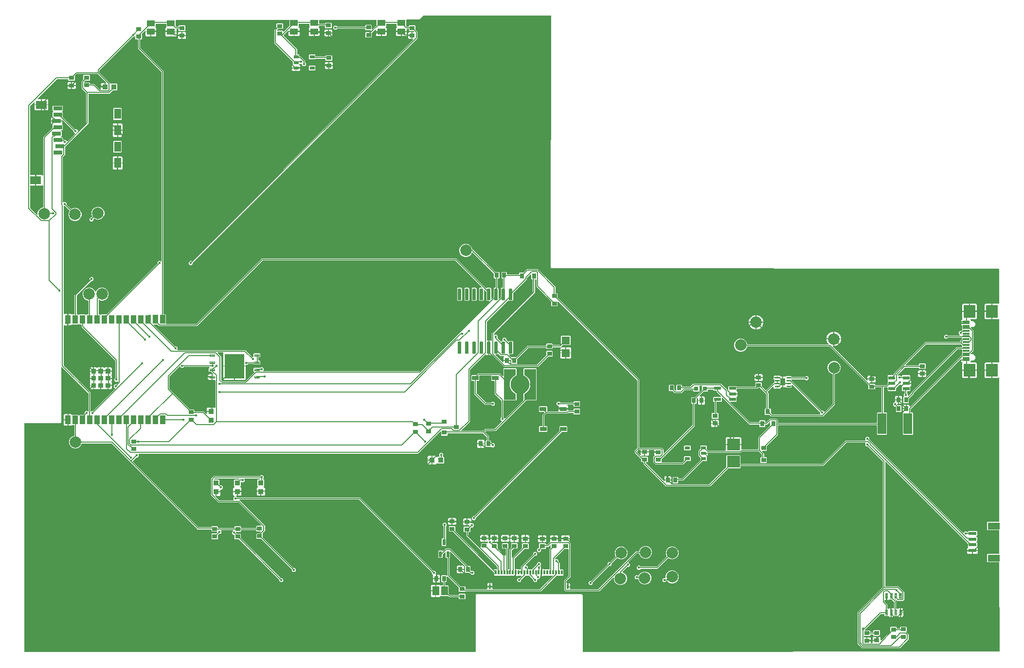
<source format=gbr>
G04 EAGLE Gerber RS-274X export*
G75*
%MOMM*%
%FSLAX34Y34*%
%LPD*%
%INTop Copper*%
%IPPOS*%
%AMOC8*
5,1,8,0,0,1.08239X$1,22.5*%
G01*
G04 Define Apertures*
%ADD10R,1.400000X1.050000*%
%ADD11R,0.900000X0.700000*%
%ADD12R,1.400000X1.400000*%
%ADD13R,0.700000X0.900000*%
%ADD14R,2.200000X2.000000*%
%ADD15R,0.800000X0.800000*%
%ADD16R,1.200000X0.600000*%
%ADD17R,0.940000X0.970000*%
%ADD18R,0.900000X0.800000*%
%ADD19R,1.150000X0.800000*%
%ADD20R,0.970000X0.940000*%
%ADD21R,0.800000X0.900000*%
%ADD22R,0.900000X0.600000*%
%ADD23R,0.300000X0.800000*%
%ADD24R,0.400000X0.800000*%
%ADD25R,1.150000X0.300000*%
%ADD26R,2.000000X2.180000*%
%ADD27R,2.000000X1.200000*%
%ADD28R,1.350000X0.600000*%
%ADD29R,1.200000X1.800000*%
%ADD30R,1.900000X1.400000*%
%ADD31R,1.500000X0.700000*%
%ADD32R,1.500000X3.600000*%
%ADD33R,0.500000X1.050000*%
%ADD34C,0.125000*%
%ADD35R,1.168400X1.600200*%
%ADD36C,2.000000*%
%ADD37C,0.110000*%
%ADD38R,3.400000X4.300000*%
%ADD39R,1.200000X0.550000*%
%ADD40R,1.500000X0.900000*%
%ADD41R,0.800000X0.800000*%
%ADD42C,0.147500*%
%ADD43C,0.067500*%
%ADD44R,0.900000X1.300000*%
%ADD45R,0.127000X0.127000*%
%ADD46C,0.127000*%
%ADD47C,0.452400*%
G36*
X786857Y170843D02*
X3143Y170383D01*
X2868Y170434D01*
X2613Y170598D01*
X2441Y170848D01*
X2381Y171145D01*
X2381Y568476D01*
X2432Y568751D01*
X2596Y569006D01*
X2846Y569178D01*
X3143Y569238D01*
X65144Y569238D01*
X66762Y570856D01*
X66762Y666574D01*
X66809Y666838D01*
X66968Y667096D01*
X67216Y667271D01*
X67512Y667336D01*
X67810Y667281D01*
X68063Y667113D01*
X113442Y621734D01*
X113605Y621493D01*
X113665Y621195D01*
X113665Y590400D01*
X113618Y590136D01*
X113459Y589878D01*
X113211Y589703D01*
X112915Y589638D01*
X112617Y589693D01*
X112364Y589861D01*
X111953Y590272D01*
X109027Y590272D01*
X106958Y588203D01*
X106958Y586218D01*
X106902Y585932D01*
X106735Y585679D01*
X105103Y584047D01*
X104863Y583885D01*
X104566Y583824D01*
X98611Y583814D01*
X97828Y583027D01*
X97597Y582869D01*
X97301Y582803D01*
X97003Y582858D01*
X96750Y583025D01*
X95963Y583809D01*
X85860Y583792D01*
X85794Y583746D01*
X85498Y583681D01*
X85200Y583736D01*
X84946Y583903D01*
X83787Y585058D01*
X78997Y585050D01*
X79032Y564970D01*
X83822Y564978D01*
X84978Y566137D01*
X85208Y566296D01*
X85504Y566361D01*
X85802Y566306D01*
X85885Y566252D01*
X88772Y566257D01*
X89048Y566205D01*
X89303Y566042D01*
X89475Y565792D01*
X89535Y565495D01*
X89535Y548418D01*
X89482Y548138D01*
X89316Y547884D01*
X89065Y547714D01*
X84816Y545954D01*
X81646Y542784D01*
X79930Y538642D01*
X79930Y534158D01*
X81646Y530016D01*
X84816Y526846D01*
X88958Y525130D01*
X93442Y525130D01*
X97584Y526846D01*
X100754Y530016D01*
X102224Y533565D01*
X102381Y533803D01*
X102631Y533975D01*
X102928Y534035D01*
X153835Y534035D01*
X154121Y533979D01*
X154374Y533812D01*
X304011Y384175D01*
X327068Y384175D01*
X327343Y384124D01*
X327598Y383960D01*
X327770Y383710D01*
X327830Y383413D01*
X327830Y381074D01*
X328574Y380330D01*
X337336Y380330D01*
X337611Y380279D01*
X337866Y380115D01*
X338038Y379865D01*
X338098Y379568D01*
X338098Y379208D01*
X338042Y378922D01*
X337875Y378669D01*
X336299Y377093D01*
X336058Y376930D01*
X335760Y376870D01*
X328574Y376870D01*
X327830Y376126D01*
X327830Y368074D01*
X328574Y367330D01*
X338626Y367330D01*
X339370Y368074D01*
X339370Y374460D01*
X339426Y374746D01*
X339593Y374999D01*
X340569Y375975D01*
X340811Y376138D01*
X341108Y376198D01*
X343093Y376198D01*
X345162Y378267D01*
X345162Y381193D01*
X344751Y381604D01*
X344598Y381824D01*
X344528Y382119D01*
X344579Y382418D01*
X344742Y382673D01*
X344992Y382845D01*
X345290Y382905D01*
X364640Y382905D01*
X364904Y382858D01*
X365162Y382699D01*
X365337Y382451D01*
X365402Y382155D01*
X365347Y381857D01*
X365179Y381604D01*
X363498Y379923D01*
X363498Y376997D01*
X365567Y374928D01*
X367068Y374928D01*
X367343Y374877D01*
X367598Y374713D01*
X367770Y374463D01*
X367830Y374166D01*
X367830Y367874D01*
X368574Y367130D01*
X375350Y367130D01*
X375636Y367074D01*
X375889Y366907D01*
X445825Y296971D01*
X445988Y296730D01*
X446048Y296432D01*
X446048Y294447D01*
X448117Y292378D01*
X451043Y292378D01*
X453112Y294447D01*
X453112Y297373D01*
X451043Y299442D01*
X449058Y299442D01*
X448772Y299498D01*
X448519Y299665D01*
X379593Y368591D01*
X379430Y368833D01*
X379370Y369130D01*
X379370Y375926D01*
X378626Y376670D01*
X371830Y376670D01*
X371544Y376726D01*
X371291Y376893D01*
X370785Y377399D01*
X370622Y377641D01*
X370562Y377938D01*
X370562Y379368D01*
X370613Y379643D01*
X370777Y379898D01*
X371027Y380070D01*
X371324Y380130D01*
X378626Y380130D01*
X379370Y380874D01*
X379370Y382143D01*
X379421Y382418D01*
X379585Y382673D01*
X379835Y382845D01*
X380132Y382905D01*
X405068Y382905D01*
X405343Y382854D01*
X405598Y382690D01*
X405770Y382440D01*
X405830Y382143D01*
X405830Y381674D01*
X406574Y380930D01*
X413226Y380930D01*
X413490Y380883D01*
X413748Y380724D01*
X413923Y380476D01*
X413988Y380180D01*
X413933Y379882D01*
X413765Y379629D01*
X411829Y377693D01*
X411588Y377530D01*
X411290Y377470D01*
X406574Y377470D01*
X405830Y376726D01*
X405830Y368674D01*
X406574Y367930D01*
X413920Y367930D01*
X414206Y367874D01*
X414459Y367707D01*
X467415Y314751D01*
X467578Y314510D01*
X467638Y314212D01*
X467638Y312227D01*
X469707Y310158D01*
X472633Y310158D01*
X474702Y312227D01*
X474702Y315153D01*
X472633Y317222D01*
X470648Y317222D01*
X470362Y317278D01*
X470109Y317445D01*
X417593Y369961D01*
X417430Y370203D01*
X417370Y370500D01*
X417370Y376726D01*
X417349Y376747D01*
X417191Y376978D01*
X417126Y377274D01*
X417181Y377572D01*
X417349Y377825D01*
X421005Y381481D01*
X421005Y390679D01*
X376740Y434944D01*
X376587Y435164D01*
X376517Y435459D01*
X376568Y435758D01*
X376731Y436013D01*
X376982Y436185D01*
X377279Y436245D01*
X584365Y436245D01*
X584651Y436189D01*
X584904Y436022D01*
X711255Y309671D01*
X711418Y309430D01*
X711478Y309132D01*
X711478Y307147D01*
X713628Y304997D01*
X713786Y304767D01*
X713851Y304471D01*
X713795Y304173D01*
X713660Y303969D01*
X713660Y299162D01*
X718938Y299162D01*
X718938Y305440D01*
X718675Y305440D01*
X718411Y305487D01*
X718153Y305646D01*
X717978Y305894D01*
X717913Y306190D01*
X717968Y306488D01*
X718136Y306741D01*
X718542Y307147D01*
X718542Y310073D01*
X716473Y312142D01*
X714488Y312142D01*
X714202Y312198D01*
X713949Y312365D01*
X586259Y440055D01*
X372976Y440055D01*
X372690Y440111D01*
X372437Y440278D01*
X371206Y441509D01*
X371053Y441729D01*
X370983Y442024D01*
X371034Y442323D01*
X371197Y442578D01*
X371447Y442750D01*
X371745Y442810D01*
X372238Y442810D01*
X372238Y449438D01*
X365760Y449438D01*
X365760Y444298D01*
X367248Y442810D01*
X367395Y442810D01*
X367659Y442763D01*
X367917Y442604D01*
X368092Y442356D01*
X368157Y442060D01*
X368102Y441762D01*
X367934Y441509D01*
X366038Y439613D01*
X366038Y436687D01*
X366449Y436276D01*
X366602Y436056D01*
X366672Y435761D01*
X366621Y435462D01*
X366458Y435207D01*
X366208Y435035D01*
X365910Y434975D01*
X341465Y434975D01*
X341179Y435031D01*
X340926Y435198D01*
X334815Y441309D01*
X334662Y441529D01*
X334592Y441824D01*
X334643Y442123D01*
X334806Y442378D01*
X335057Y442550D01*
X335238Y442587D01*
X335238Y450762D01*
X343240Y450762D01*
X343240Y452906D01*
X343291Y453181D01*
X343455Y453436D01*
X343705Y453608D01*
X344002Y453668D01*
X345633Y453668D01*
X347702Y455737D01*
X347702Y458663D01*
X345633Y460732D01*
X343648Y460732D01*
X343362Y460788D01*
X343109Y460955D01*
X342193Y461871D01*
X342030Y462113D01*
X341970Y462410D01*
X341970Y470376D01*
X341226Y471120D01*
X333414Y471120D01*
X333150Y471167D01*
X332892Y471326D01*
X332717Y471574D01*
X332652Y471870D01*
X332707Y472168D01*
X332875Y472421D01*
X333306Y472852D01*
X333548Y473015D01*
X333845Y473075D01*
X375831Y473075D01*
X376095Y473028D01*
X376353Y472869D01*
X376528Y472621D01*
X376593Y472325D01*
X376538Y472027D01*
X376370Y471774D01*
X376139Y471543D01*
X375898Y471380D01*
X375600Y471320D01*
X367774Y471320D01*
X367030Y470576D01*
X367030Y459824D01*
X367963Y458891D01*
X368116Y458671D01*
X368186Y458376D01*
X368135Y458077D01*
X367972Y457822D01*
X367722Y457650D01*
X367424Y457590D01*
X367248Y457590D01*
X365760Y456102D01*
X365760Y450962D01*
X380240Y450962D01*
X380240Y456102D01*
X378752Y457590D01*
X378576Y457590D01*
X378312Y457637D01*
X378054Y457796D01*
X377879Y458044D01*
X377814Y458340D01*
X377869Y458638D01*
X378037Y458891D01*
X378970Y459824D01*
X378970Y466365D01*
X379017Y466629D01*
X379176Y466887D01*
X379424Y467062D01*
X379720Y467127D01*
X380018Y467072D01*
X380271Y466904D01*
X380807Y466368D01*
X383733Y466368D01*
X385802Y468437D01*
X385802Y471363D01*
X385391Y471774D01*
X385238Y471994D01*
X385168Y472289D01*
X385219Y472588D01*
X385382Y472843D01*
X385632Y473015D01*
X385930Y473075D01*
X411884Y473075D01*
X412170Y473019D01*
X412423Y472852D01*
X412454Y472821D01*
X412607Y472601D01*
X412677Y472306D01*
X412626Y472007D01*
X412463Y471752D01*
X412213Y471580D01*
X411915Y471520D01*
X408774Y471520D01*
X408030Y470776D01*
X408030Y460024D01*
X408963Y459091D01*
X409116Y458871D01*
X409186Y458576D01*
X409135Y458277D01*
X408972Y458022D01*
X408722Y457850D01*
X408424Y457790D01*
X408248Y457790D01*
X406760Y456302D01*
X406760Y451162D01*
X421240Y451162D01*
X421240Y456302D01*
X419752Y457790D01*
X419576Y457790D01*
X419312Y457837D01*
X419054Y457996D01*
X418879Y458244D01*
X418814Y458540D01*
X418869Y458838D01*
X419037Y459091D01*
X419970Y460024D01*
X419970Y470776D01*
X419226Y471520D01*
X418665Y471520D01*
X418401Y471567D01*
X418143Y471726D01*
X417968Y471974D01*
X417903Y472270D01*
X417958Y472568D01*
X418126Y472821D01*
X418822Y473517D01*
X418822Y476443D01*
X416753Y478512D01*
X413827Y478512D01*
X412423Y477108D01*
X412182Y476945D01*
X411884Y476885D01*
X331951Y476885D01*
X327025Y471959D01*
X327025Y443711D01*
X339571Y431165D01*
X374815Y431165D01*
X375101Y431109D01*
X375354Y430942D01*
X414525Y391771D01*
X414678Y391551D01*
X414748Y391256D01*
X414697Y390957D01*
X414534Y390702D01*
X414284Y390530D01*
X413986Y390470D01*
X406574Y390470D01*
X405830Y389726D01*
X405830Y387477D01*
X405779Y387202D01*
X405615Y386947D01*
X405365Y386775D01*
X405068Y386715D01*
X380132Y386715D01*
X379857Y386766D01*
X379602Y386930D01*
X379430Y387180D01*
X379370Y387477D01*
X379370Y388926D01*
X378626Y389670D01*
X368574Y389670D01*
X367830Y388926D01*
X367830Y387477D01*
X367779Y387202D01*
X367615Y386947D01*
X367365Y386775D01*
X367068Y386715D01*
X340132Y386715D01*
X339857Y386766D01*
X339602Y386930D01*
X339430Y387180D01*
X339370Y387477D01*
X339370Y389126D01*
X338626Y389870D01*
X328574Y389870D01*
X327830Y389126D01*
X327830Y388747D01*
X327779Y388472D01*
X327615Y388217D01*
X327365Y388045D01*
X327068Y387985D01*
X305905Y387985D01*
X305619Y388041D01*
X305366Y388208D01*
X191193Y502381D01*
X191035Y502612D01*
X190970Y502908D01*
X191025Y503206D01*
X191193Y503459D01*
X197059Y509325D01*
X197301Y509488D01*
X197598Y509548D01*
X199583Y509548D01*
X201652Y511617D01*
X201652Y514543D01*
X201241Y514954D01*
X201088Y515174D01*
X201018Y515469D01*
X201069Y515768D01*
X201232Y516023D01*
X201482Y516195D01*
X201780Y516255D01*
X687859Y516255D01*
X726229Y554625D01*
X726449Y554778D01*
X726744Y554848D01*
X727043Y554797D01*
X727298Y554634D01*
X727470Y554384D01*
X727530Y554086D01*
X727530Y548474D01*
X728274Y547730D01*
X738326Y547730D01*
X739070Y548474D01*
X739070Y551053D01*
X739121Y551328D01*
X739285Y551583D01*
X739535Y551755D01*
X739832Y551815D01*
X800265Y551815D01*
X800551Y551759D01*
X800804Y551592D01*
X806862Y545534D01*
X807025Y545293D01*
X807085Y544995D01*
X807085Y539932D01*
X807034Y539657D01*
X806870Y539402D01*
X806620Y539230D01*
X806323Y539170D01*
X805774Y539170D01*
X805030Y538426D01*
X805030Y528374D01*
X805774Y527630D01*
X813826Y527630D01*
X814432Y528236D01*
X814662Y528394D01*
X814958Y528459D01*
X815257Y528403D01*
X815509Y528236D01*
X816417Y527328D01*
X819343Y527328D01*
X821412Y529397D01*
X821412Y532323D01*
X819343Y534392D01*
X817358Y534392D01*
X817072Y534448D01*
X816819Y534615D01*
X816129Y535305D01*
X815332Y535305D01*
X815057Y535356D01*
X814802Y535520D01*
X814630Y535770D01*
X814570Y536067D01*
X814570Y538426D01*
X813826Y539170D01*
X811657Y539170D01*
X811382Y539221D01*
X811127Y539385D01*
X810955Y539635D01*
X810895Y539932D01*
X810895Y546889D01*
X804603Y553181D01*
X804445Y553412D01*
X804380Y553708D01*
X804435Y554006D01*
X804603Y554259D01*
X805746Y555402D01*
X805988Y555565D01*
X806285Y555625D01*
X822479Y555625D01*
X875691Y608837D01*
X875933Y609000D01*
X876230Y609060D01*
X892622Y609060D01*
X892910Y609089D01*
X893150Y609162D01*
X893370Y609282D01*
X893563Y609442D01*
X893720Y609638D01*
X893836Y609861D01*
X893906Y610105D01*
X893930Y610365D01*
X893930Y663632D01*
X893901Y663920D01*
X893828Y664160D01*
X893708Y664380D01*
X893548Y664573D01*
X893352Y664730D01*
X893130Y664846D01*
X892885Y664916D01*
X892625Y664940D01*
X872378Y664940D01*
X872090Y664911D01*
X871850Y664838D01*
X871630Y664718D01*
X871437Y664558D01*
X871280Y664362D01*
X871164Y664140D01*
X871094Y663895D01*
X871070Y663635D01*
X871070Y653630D01*
X871099Y653343D01*
X871172Y653103D01*
X871292Y652882D01*
X871452Y652689D01*
X871677Y652508D01*
X874157Y650890D01*
X874224Y650840D01*
X876701Y648807D01*
X876807Y648701D01*
X878780Y646297D01*
X878863Y646173D01*
X880329Y643430D01*
X880386Y643292D01*
X881240Y640475D01*
X881272Y640214D01*
X881106Y637087D01*
X881106Y636913D01*
X881272Y633786D01*
X881240Y633525D01*
X880386Y630708D01*
X880329Y630570D01*
X878863Y627827D01*
X878780Y627703D01*
X876807Y625299D01*
X876701Y625193D01*
X874224Y623160D01*
X874157Y623111D01*
X871678Y621492D01*
X871452Y621311D01*
X871292Y621118D01*
X871172Y620897D01*
X871099Y620657D01*
X871070Y620370D01*
X871070Y610368D01*
X871103Y610032D01*
X871051Y609671D01*
X870884Y609418D01*
X839223Y577757D01*
X839003Y577604D01*
X838708Y577534D01*
X838409Y577585D01*
X838154Y577748D01*
X838017Y577948D01*
X836518Y579447D01*
X836355Y579688D01*
X836295Y579986D01*
X836295Y608324D01*
X836374Y608662D01*
X836560Y608901D01*
X836825Y609049D01*
X837126Y609083D01*
X837375Y609060D01*
X857622Y609060D01*
X857910Y609089D01*
X858150Y609162D01*
X858370Y609282D01*
X858563Y609442D01*
X858720Y609638D01*
X858836Y609861D01*
X858906Y610105D01*
X858930Y610365D01*
X858930Y620370D01*
X858901Y620658D01*
X858828Y620897D01*
X858708Y621118D01*
X858548Y621311D01*
X858322Y621492D01*
X855844Y623110D01*
X855777Y623159D01*
X853299Y625193D01*
X853193Y625299D01*
X851220Y627703D01*
X851137Y627827D01*
X849671Y630570D01*
X849614Y630708D01*
X848760Y633525D01*
X848728Y633786D01*
X848894Y636913D01*
X848894Y637087D01*
X848728Y640214D01*
X848760Y640475D01*
X849614Y643292D01*
X849671Y643430D01*
X851137Y646173D01*
X851220Y646297D01*
X853193Y648701D01*
X853299Y648807D01*
X855776Y650840D01*
X855843Y650890D01*
X858323Y652508D01*
X858548Y652689D01*
X858708Y652882D01*
X858828Y653103D01*
X858901Y653343D01*
X858930Y653630D01*
X858930Y663632D01*
X858901Y663920D01*
X858828Y664160D01*
X858708Y664380D01*
X858548Y664573D01*
X858352Y664730D01*
X858130Y664846D01*
X857885Y664916D01*
X857625Y664940D01*
X837378Y664940D01*
X837090Y664911D01*
X836850Y664838D01*
X836630Y664718D01*
X836437Y664558D01*
X836280Y664362D01*
X836164Y664140D01*
X836094Y663895D01*
X836070Y663635D01*
X836070Y651824D01*
X836023Y651560D01*
X835864Y651302D01*
X835616Y651127D01*
X835320Y651062D01*
X835022Y651117D01*
X834769Y651285D01*
X830099Y655955D01*
X791691Y655955D01*
X789129Y653393D01*
X788888Y653230D01*
X788590Y653170D01*
X780924Y653170D01*
X780180Y652426D01*
X780180Y643374D01*
X780924Y642630D01*
X784733Y642630D01*
X785008Y642579D01*
X785263Y642415D01*
X785435Y642165D01*
X785495Y641868D01*
X785495Y620241D01*
X804391Y601345D01*
X814474Y601345D01*
X814760Y601289D01*
X815013Y601122D01*
X816417Y599718D01*
X819343Y599718D01*
X821412Y601787D01*
X821412Y604713D01*
X819343Y606782D01*
X816417Y606782D01*
X815013Y605378D01*
X814772Y605215D01*
X814474Y605155D01*
X806285Y605155D01*
X805999Y605211D01*
X805746Y605378D01*
X789528Y621596D01*
X789365Y621838D01*
X789305Y622135D01*
X789305Y641868D01*
X789356Y642143D01*
X789520Y642398D01*
X789770Y642570D01*
X790067Y642630D01*
X793476Y642630D01*
X794220Y643374D01*
X794220Y651383D01*
X794271Y651658D01*
X794435Y651913D01*
X794685Y652085D01*
X794982Y652145D01*
X814418Y652145D01*
X814693Y652094D01*
X814948Y651930D01*
X815120Y651680D01*
X815180Y651383D01*
X815180Y643374D01*
X815924Y642630D01*
X820293Y642630D01*
X820568Y642579D01*
X820823Y642415D01*
X820995Y642165D01*
X821055Y641868D01*
X821055Y620241D01*
X832262Y609034D01*
X832425Y608793D01*
X832485Y608495D01*
X832485Y579986D01*
X832429Y579700D01*
X832262Y579447D01*
X830858Y578043D01*
X830858Y575117D01*
X833033Y572942D01*
X833196Y572842D01*
X833371Y572594D01*
X833436Y572298D01*
X833381Y572000D01*
X833213Y571747D01*
X821124Y559658D01*
X820883Y559495D01*
X820585Y559435D01*
X804391Y559435D01*
X800804Y555848D01*
X800563Y555685D01*
X800265Y555625D01*
X763359Y555625D01*
X763095Y555672D01*
X762837Y555831D01*
X762662Y556079D01*
X762597Y556375D01*
X762652Y556673D01*
X762820Y556926D01*
X777875Y571981D01*
X777875Y661835D01*
X777931Y662121D01*
X778098Y662374D01*
X804843Y689119D01*
X805074Y689277D01*
X805370Y689342D01*
X805668Y689287D01*
X805921Y689119D01*
X806980Y688060D01*
X809788Y688060D01*
X809788Y713640D01*
X807847Y713640D01*
X807572Y713691D01*
X807317Y713855D01*
X807145Y714105D01*
X807085Y714402D01*
X807085Y745655D01*
X807141Y745941D01*
X807308Y746194D01*
X844036Y782922D01*
X844267Y783080D01*
X844563Y783145D01*
X844861Y783090D01*
X845114Y782922D01*
X845606Y782430D01*
X851694Y782430D01*
X852870Y783606D01*
X852870Y795250D01*
X852926Y795536D01*
X853093Y795789D01*
X876935Y819631D01*
X876935Y821855D01*
X876991Y822141D01*
X877158Y822394D01*
X882829Y828065D01*
X883049Y828218D01*
X883344Y828288D01*
X883643Y828237D01*
X883898Y828074D01*
X884070Y827824D01*
X884130Y827526D01*
X884130Y820874D01*
X884874Y820130D01*
X886333Y820130D01*
X886608Y820079D01*
X886863Y819915D01*
X887035Y819665D01*
X887095Y819368D01*
X887095Y798665D01*
X887039Y798379D01*
X886872Y798126D01*
X815975Y727229D01*
X815975Y713625D01*
X815928Y713361D01*
X815769Y713103D01*
X815521Y712928D01*
X815225Y712863D01*
X814927Y712918D01*
X814674Y713086D01*
X814120Y713640D01*
X811312Y713640D01*
X811312Y688060D01*
X814120Y688060D01*
X814889Y688829D01*
X815120Y688987D01*
X815416Y689052D01*
X815714Y688997D01*
X815967Y688829D01*
X837411Y667385D01*
X896139Y667385D01*
X914161Y685407D01*
X914403Y685570D01*
X914700Y685630D01*
X921326Y685630D01*
X922070Y686374D01*
X922070Y694426D01*
X921326Y695170D01*
X911274Y695170D01*
X910530Y694426D01*
X910530Y687480D01*
X910474Y687194D01*
X910307Y686941D01*
X894784Y671418D01*
X894543Y671255D01*
X894245Y671195D01*
X859331Y671195D01*
X859067Y671242D01*
X858809Y671401D01*
X858634Y671649D01*
X858569Y671945D01*
X858624Y672243D01*
X858792Y672496D01*
X859670Y673374D01*
X859670Y680130D01*
X859726Y680416D01*
X859893Y680669D01*
X879406Y700182D01*
X879648Y700345D01*
X879945Y700405D01*
X909768Y700405D01*
X910043Y700354D01*
X910298Y700190D01*
X910470Y699940D01*
X910530Y699643D01*
X910530Y699374D01*
X911274Y698630D01*
X921326Y698630D01*
X922070Y699374D01*
X922070Y700913D01*
X922121Y701188D01*
X922285Y701443D01*
X922535Y701615D01*
X922832Y701675D01*
X935243Y701675D01*
X935507Y701628D01*
X935765Y701469D01*
X935940Y701221D01*
X936005Y700925D01*
X935950Y700627D01*
X935782Y700374D01*
X935160Y699752D01*
X935160Y692462D01*
X943938Y692462D01*
X943938Y701240D01*
X936914Y701240D01*
X936650Y701287D01*
X936392Y701446D01*
X936217Y701694D01*
X936152Y701990D01*
X936207Y702288D01*
X936375Y702541D01*
X939041Y705207D01*
X939283Y705370D01*
X939580Y705430D01*
X952226Y705430D01*
X952970Y706174D01*
X952970Y721226D01*
X952226Y721970D01*
X937174Y721970D01*
X936430Y721226D01*
X936430Y708300D01*
X936374Y708014D01*
X936207Y707761D01*
X934154Y705708D01*
X933913Y705545D01*
X933615Y705485D01*
X922832Y705485D01*
X922557Y705536D01*
X922302Y705700D01*
X922130Y705950D01*
X922070Y706247D01*
X922070Y707426D01*
X921326Y708170D01*
X911274Y708170D01*
X910530Y707426D01*
X910530Y704977D01*
X910479Y704702D01*
X910315Y704447D01*
X910065Y704275D01*
X909768Y704215D01*
X878051Y704215D01*
X858229Y684393D01*
X857988Y684230D01*
X857690Y684170D01*
X850745Y684170D01*
X850521Y684121D01*
X850223Y684176D01*
X849970Y684344D01*
X846285Y688029D01*
X846132Y688249D01*
X846062Y688544D01*
X846113Y688843D01*
X846276Y689098D01*
X846527Y689270D01*
X846824Y689330D01*
X851694Y689330D01*
X852870Y690506D01*
X852870Y711194D01*
X851694Y712370D01*
X845606Y712370D01*
X845109Y711873D01*
X844878Y711715D01*
X844582Y711650D01*
X844284Y711705D01*
X844031Y711873D01*
X841955Y713949D01*
X841792Y714191D01*
X841732Y714488D01*
X841732Y716473D01*
X839663Y718542D01*
X836737Y718542D01*
X834668Y716473D01*
X834668Y713493D01*
X834697Y713451D01*
X834767Y713156D01*
X834716Y712857D01*
X834553Y712602D01*
X834303Y712430D01*
X834005Y712370D01*
X832906Y712370D01*
X832409Y711873D01*
X832178Y711715D01*
X831882Y711650D01*
X831584Y711705D01*
X831331Y711873D01*
X826073Y717131D01*
X825915Y717361D01*
X825850Y717657D01*
X825906Y717956D01*
X826073Y718208D01*
X826492Y718627D01*
X826492Y721553D01*
X824423Y723622D01*
X821497Y723622D01*
X821086Y723211D01*
X820866Y723058D01*
X820571Y722988D01*
X820272Y723039D01*
X820017Y723202D01*
X819845Y723452D01*
X819785Y723750D01*
X819785Y725335D01*
X819841Y725621D01*
X820008Y725874D01*
X890905Y796771D01*
X890905Y819368D01*
X890956Y819643D01*
X891120Y819898D01*
X891370Y820070D01*
X891667Y820130D01*
X892683Y820130D01*
X892958Y820079D01*
X893213Y819915D01*
X893385Y819665D01*
X893445Y819368D01*
X893445Y806931D01*
X918807Y781569D01*
X918970Y781328D01*
X919030Y781030D01*
X919030Y773874D01*
X919774Y773130D01*
X929826Y773130D01*
X930570Y773874D01*
X930570Y780666D01*
X930617Y780930D01*
X930776Y781188D01*
X931024Y781363D01*
X931320Y781428D01*
X931618Y781373D01*
X931871Y781205D01*
X1068482Y644594D01*
X1068645Y644353D01*
X1068705Y644055D01*
X1068705Y525615D01*
X1068649Y525329D01*
X1068482Y525076D01*
X1064895Y521489D01*
X1064895Y517371D01*
X1076007Y506259D01*
X1076170Y506018D01*
X1076230Y505720D01*
X1076230Y502074D01*
X1076974Y501330D01*
X1079373Y501330D01*
X1079648Y501279D01*
X1079903Y501115D01*
X1080075Y500865D01*
X1080135Y500568D01*
X1080135Y498321D01*
X1119351Y459105D01*
X1195859Y459105D01*
X1227461Y490707D01*
X1227703Y490870D01*
X1228000Y490930D01*
X1247926Y490930D01*
X1248670Y491674D01*
X1248670Y493903D01*
X1248721Y494178D01*
X1248885Y494433D01*
X1249135Y494605D01*
X1249432Y494665D01*
X1392709Y494665D01*
X1433126Y535082D01*
X1433368Y535245D01*
X1433665Y535305D01*
X1465730Y535305D01*
X1465994Y535258D01*
X1466252Y535099D01*
X1466427Y534851D01*
X1466492Y534555D01*
X1466437Y534257D01*
X1466269Y534004D01*
X1465858Y533593D01*
X1465858Y530667D01*
X1467927Y528598D01*
X1469912Y528598D01*
X1470198Y528542D01*
X1470451Y528375D01*
X1496472Y502354D01*
X1496635Y502113D01*
X1496695Y501815D01*
X1496695Y284315D01*
X1496639Y284029D01*
X1496472Y283776D01*
X1452245Y239549D01*
X1452245Y184631D01*
X1459711Y177165D01*
X1526059Y177165D01*
X1541145Y192251D01*
X1541145Y201449D01*
X1538828Y203766D01*
X1537684Y204910D01*
X1537526Y205141D01*
X1537461Y205437D01*
X1537516Y205735D01*
X1537684Y205988D01*
X1537770Y206074D01*
X1537770Y214126D01*
X1537026Y214870D01*
X1526974Y214870D01*
X1526230Y214126D01*
X1526230Y212217D01*
X1526179Y211942D01*
X1526015Y211687D01*
X1525765Y211515D01*
X1525468Y211455D01*
X1521532Y211455D01*
X1521257Y211506D01*
X1521002Y211670D01*
X1520830Y211920D01*
X1520770Y212217D01*
X1520770Y213526D01*
X1520026Y214270D01*
X1509974Y214270D01*
X1509230Y213526D01*
X1509230Y206680D01*
X1509174Y206394D01*
X1509007Y206141D01*
X1493941Y191075D01*
X1493721Y190922D01*
X1493426Y190852D01*
X1493127Y190903D01*
X1492872Y191066D01*
X1492700Y191317D01*
X1492640Y191614D01*
X1492640Y195052D01*
X1491152Y196540D01*
X1486362Y196540D01*
X1486362Y189738D01*
X1478560Y189738D01*
X1478560Y186817D01*
X1478509Y186542D01*
X1478345Y186287D01*
X1478095Y186115D01*
X1477798Y186055D01*
X1476402Y186055D01*
X1476127Y186106D01*
X1475872Y186270D01*
X1475700Y186520D01*
X1475640Y186817D01*
X1475640Y189538D01*
X1467838Y189538D01*
X1467838Y196340D01*
X1464437Y196340D01*
X1464162Y196391D01*
X1463907Y196555D01*
X1463735Y196805D01*
X1463675Y197102D01*
X1463675Y197768D01*
X1463726Y198043D01*
X1463890Y198298D01*
X1464140Y198470D01*
X1464437Y198530D01*
X1473626Y198530D01*
X1474370Y199274D01*
X1474370Y200533D01*
X1474421Y200808D01*
X1474585Y201063D01*
X1474835Y201235D01*
X1475132Y201295D01*
X1479068Y201295D01*
X1479343Y201244D01*
X1479598Y201080D01*
X1479770Y200830D01*
X1479830Y200533D01*
X1479830Y199474D01*
X1480574Y198730D01*
X1490626Y198730D01*
X1491370Y199474D01*
X1491370Y207526D01*
X1490626Y208270D01*
X1480574Y208270D01*
X1479830Y207526D01*
X1479830Y205867D01*
X1479779Y205592D01*
X1479615Y205337D01*
X1479365Y205165D01*
X1479068Y205105D01*
X1475132Y205105D01*
X1474857Y205156D01*
X1474602Y205320D01*
X1474430Y205570D01*
X1474370Y205867D01*
X1474370Y207326D01*
X1473626Y208070D01*
X1466094Y208070D01*
X1465830Y208117D01*
X1465572Y208276D01*
X1465397Y208524D01*
X1465332Y208820D01*
X1465387Y209118D01*
X1465555Y209371D01*
X1492816Y236632D01*
X1493058Y236795D01*
X1493355Y236855D01*
X1498268Y236855D01*
X1498543Y236804D01*
X1498798Y236640D01*
X1498970Y236390D01*
X1499030Y236093D01*
X1499030Y234280D01*
X1500140Y233170D01*
X1505504Y233170D01*
X1505594Y233231D01*
X1505890Y233296D01*
X1506188Y233241D01*
X1506441Y233073D01*
X1507614Y231900D01*
X1510038Y231900D01*
X1510038Y247140D01*
X1507614Y247140D01*
X1506441Y245967D01*
X1506210Y245809D01*
X1505914Y245744D01*
X1505616Y245799D01*
X1505509Y245870D01*
X1505077Y245870D01*
X1504802Y245921D01*
X1504547Y246085D01*
X1504375Y246335D01*
X1504315Y246632D01*
X1504315Y253519D01*
X1499458Y258376D01*
X1499295Y258618D01*
X1499235Y258915D01*
X1499235Y260298D01*
X1499286Y260573D01*
X1499450Y260828D01*
X1499700Y261000D01*
X1499997Y261060D01*
X1502038Y261060D01*
X1502038Y269442D01*
X1503562Y269442D01*
X1503562Y261060D01*
X1505986Y261060D01*
X1507159Y262233D01*
X1507390Y262391D01*
X1507686Y262456D01*
X1507984Y262401D01*
X1508091Y262330D01*
X1511390Y262330D01*
X1511676Y262274D01*
X1511929Y262107D01*
X1515522Y258514D01*
X1515685Y258273D01*
X1515745Y257975D01*
X1515745Y247221D01*
X1515698Y246957D01*
X1515539Y246699D01*
X1515291Y246524D01*
X1514995Y246459D01*
X1514697Y246514D01*
X1514444Y246682D01*
X1513986Y247140D01*
X1511562Y247140D01*
X1511562Y231900D01*
X1513986Y231900D01*
X1515159Y233073D01*
X1515390Y233231D01*
X1515686Y233296D01*
X1515984Y233241D01*
X1516091Y233170D01*
X1521460Y233170D01*
X1521463Y233173D01*
X1521694Y233331D01*
X1521990Y233396D01*
X1522288Y233341D01*
X1522541Y233173D01*
X1523814Y231900D01*
X1526238Y231900D01*
X1526238Y247140D01*
X1523814Y247140D01*
X1522541Y245867D01*
X1522310Y245709D01*
X1522014Y245644D01*
X1521716Y245699D01*
X1521463Y245867D01*
X1521460Y245870D01*
X1520317Y245870D01*
X1520042Y245921D01*
X1519787Y246085D01*
X1519615Y246335D01*
X1519555Y246632D01*
X1519555Y259869D01*
X1518395Y261029D01*
X1518242Y261249D01*
X1518172Y261544D01*
X1518223Y261843D01*
X1518386Y262098D01*
X1518637Y262270D01*
X1518934Y262330D01*
X1519010Y262330D01*
X1519296Y262274D01*
X1519549Y262107D01*
X1521941Y259715D01*
X1531139Y259715D01*
X1533525Y262101D01*
X1533525Y275109D01*
X1523519Y285115D01*
X1501267Y285115D01*
X1500992Y285166D01*
X1500737Y285330D01*
X1500565Y285580D01*
X1500505Y285877D01*
X1500505Y501561D01*
X1500552Y501825D01*
X1500711Y502083D01*
X1500959Y502258D01*
X1501255Y502323D01*
X1501553Y502268D01*
X1501806Y502100D01*
X1644288Y359618D01*
X1644450Y359377D01*
X1644511Y359080D01*
X1644511Y353750D01*
X1644548Y353713D01*
X1644706Y353482D01*
X1644771Y353186D01*
X1644715Y352888D01*
X1644548Y352635D01*
X1643241Y351328D01*
X1643241Y348038D01*
X1661821Y348038D01*
X1661821Y351328D01*
X1660514Y352635D01*
X1660356Y352865D01*
X1660291Y353162D01*
X1660346Y353460D01*
X1660514Y353712D01*
X1660551Y353750D01*
X1660551Y360802D01*
X1659616Y361737D01*
X1659458Y361967D01*
X1659393Y362263D01*
X1659448Y362562D01*
X1659616Y362814D01*
X1660551Y363750D01*
X1660551Y370802D01*
X1659616Y371737D01*
X1659458Y371967D01*
X1659393Y372263D01*
X1659448Y372562D01*
X1659616Y372814D01*
X1660551Y373750D01*
X1660551Y380802D01*
X1659807Y381546D01*
X1645255Y381546D01*
X1644511Y380802D01*
X1644511Y380354D01*
X1644464Y380091D01*
X1644304Y379833D01*
X1644057Y379657D01*
X1643761Y379592D01*
X1643463Y379648D01*
X1643210Y379815D01*
X1642303Y380722D01*
X1639377Y380722D01*
X1637202Y378547D01*
X1637102Y378384D01*
X1636854Y378209D01*
X1636558Y378144D01*
X1636260Y378199D01*
X1636007Y378367D01*
X1473145Y541229D01*
X1472982Y541471D01*
X1472922Y541768D01*
X1472922Y543753D01*
X1470853Y545822D01*
X1467927Y545822D01*
X1465858Y543753D01*
X1465858Y540827D01*
X1466269Y540416D01*
X1466422Y540196D01*
X1466492Y539901D01*
X1466441Y539602D01*
X1466278Y539347D01*
X1466028Y539175D01*
X1465730Y539115D01*
X1431771Y539115D01*
X1391354Y498698D01*
X1391113Y498535D01*
X1390815Y498475D01*
X1294411Y498475D01*
X1294147Y498522D01*
X1293889Y498681D01*
X1293714Y498929D01*
X1293649Y499225D01*
X1293704Y499523D01*
X1293872Y499776D01*
X1294670Y500574D01*
X1294670Y509626D01*
X1293926Y510370D01*
X1290447Y510370D01*
X1290172Y510421D01*
X1289917Y510585D01*
X1289745Y510835D01*
X1289685Y511132D01*
X1289685Y516409D01*
X1286565Y519529D01*
X1286412Y519749D01*
X1286342Y520044D01*
X1286393Y520343D01*
X1286556Y520598D01*
X1286807Y520770D01*
X1287104Y520830D01*
X1293926Y520830D01*
X1294670Y521574D01*
X1294670Y529660D01*
X1294726Y529946D01*
X1294893Y530199D01*
X1313815Y549121D01*
X1313815Y565023D01*
X1313866Y565298D01*
X1314030Y565553D01*
X1314280Y565725D01*
X1314577Y565785D01*
X1485468Y565785D01*
X1485743Y565734D01*
X1485998Y565570D01*
X1486170Y565320D01*
X1486230Y565023D01*
X1486230Y549874D01*
X1486974Y549130D01*
X1503026Y549130D01*
X1503770Y549874D01*
X1503770Y586926D01*
X1503026Y587670D01*
X1498727Y587670D01*
X1498452Y587721D01*
X1498197Y587885D01*
X1498025Y588135D01*
X1497965Y588432D01*
X1497965Y631063D01*
X1498016Y631338D01*
X1498180Y631593D01*
X1498430Y631765D01*
X1498727Y631825D01*
X1503968Y631825D01*
X1504243Y631774D01*
X1504498Y631610D01*
X1504670Y631360D01*
X1504730Y631063D01*
X1504730Y625974D01*
X1505474Y625230D01*
X1518526Y625230D01*
X1519270Y625974D01*
X1519270Y629800D01*
X1519326Y630086D01*
X1519493Y630339D01*
X1525479Y636325D01*
X1525721Y636488D01*
X1526018Y636548D01*
X1527698Y636548D01*
X1527973Y636497D01*
X1528228Y636333D01*
X1528400Y636083D01*
X1528460Y635786D01*
X1528460Y634948D01*
X1529517Y633891D01*
X1529675Y633660D01*
X1529740Y633364D01*
X1529730Y633309D01*
X1529730Y625974D01*
X1530474Y625230D01*
X1534033Y625230D01*
X1534308Y625179D01*
X1534563Y625015D01*
X1534735Y624765D01*
X1534795Y624468D01*
X1534795Y621896D01*
X1534739Y621610D01*
X1534572Y621357D01*
X1533168Y619953D01*
X1533168Y617008D01*
X1533277Y616851D01*
X1533347Y616556D01*
X1533296Y616257D01*
X1533133Y616002D01*
X1533047Y615943D01*
X1532130Y615026D01*
X1532130Y604974D01*
X1532874Y604230D01*
X1540926Y604230D01*
X1541670Y604974D01*
X1541670Y611560D01*
X1541726Y611846D01*
X1541893Y612099D01*
X1550035Y620241D01*
X1550035Y621195D01*
X1550091Y621481D01*
X1550258Y621734D01*
X1626166Y697642D01*
X1626408Y697805D01*
X1626705Y697865D01*
X1633638Y697865D01*
X1633913Y697814D01*
X1634168Y697650D01*
X1634340Y697400D01*
X1634400Y697103D01*
X1634400Y693444D01*
X1634493Y693308D01*
X1634558Y693012D01*
X1634503Y692714D01*
X1634400Y692559D01*
X1634400Y688720D01*
X1634344Y688434D01*
X1634177Y688181D01*
X1544441Y598445D01*
X1544221Y598292D01*
X1543926Y598222D01*
X1543627Y598273D01*
X1543372Y598436D01*
X1543200Y598687D01*
X1543140Y598984D01*
X1543140Y600152D01*
X1541652Y601640D01*
X1537862Y601640D01*
X1537862Y593838D01*
X1531060Y593838D01*
X1531060Y589048D01*
X1531667Y588441D01*
X1531825Y588210D01*
X1531890Y587914D01*
X1531835Y587616D01*
X1531667Y587363D01*
X1531230Y586926D01*
X1531230Y549874D01*
X1531974Y549130D01*
X1548026Y549130D01*
X1548770Y549874D01*
X1548770Y586926D01*
X1548026Y587670D01*
X1545717Y587670D01*
X1545442Y587721D01*
X1545187Y587885D01*
X1545015Y588135D01*
X1544955Y588432D01*
X1544955Y593255D01*
X1545011Y593541D01*
X1545178Y593794D01*
X1631829Y680445D01*
X1632049Y680598D01*
X1632344Y680668D01*
X1632643Y680617D01*
X1632898Y680454D01*
X1633030Y680262D01*
X1642182Y680262D01*
X1642182Y678738D01*
X1633130Y678738D01*
X1633130Y676948D01*
X1634670Y675408D01*
X1634920Y675254D01*
X1635095Y675006D01*
X1635160Y674710D01*
X1635105Y674412D01*
X1634937Y674159D01*
X1634630Y673852D01*
X1634630Y662662D01*
X1659710Y662662D01*
X1659710Y673852D01*
X1658222Y675340D01*
X1649942Y675340D01*
X1649678Y675387D01*
X1649420Y675546D01*
X1649245Y675794D01*
X1649180Y676090D01*
X1649235Y676388D01*
X1649403Y676641D01*
X1649710Y676948D01*
X1649710Y678088D01*
X1649761Y678363D01*
X1649925Y678618D01*
X1650175Y678790D01*
X1650472Y678850D01*
X1654345Y678850D01*
X1657420Y681925D01*
X1657420Y686275D01*
X1654345Y689350D01*
X1650194Y689350D01*
X1649930Y689397D01*
X1649672Y689556D01*
X1649497Y689804D01*
X1649432Y690100D01*
X1649487Y690398D01*
X1649655Y690651D01*
X1654175Y695171D01*
X1654175Y731039D01*
X1649865Y735349D01*
X1649712Y735569D01*
X1649642Y735864D01*
X1649693Y736163D01*
X1649856Y736418D01*
X1650107Y736590D01*
X1650404Y736650D01*
X1654345Y736650D01*
X1657420Y739725D01*
X1657420Y744075D01*
X1654345Y747150D01*
X1650472Y747150D01*
X1650197Y747201D01*
X1649942Y747365D01*
X1649770Y747615D01*
X1649710Y747912D01*
X1649710Y749052D01*
X1649403Y749359D01*
X1649250Y749579D01*
X1649180Y749874D01*
X1649231Y750173D01*
X1649394Y750428D01*
X1649645Y750600D01*
X1649942Y750660D01*
X1658222Y750660D01*
X1659710Y752148D01*
X1659710Y763338D01*
X1634630Y763338D01*
X1634630Y752148D01*
X1634937Y751841D01*
X1635090Y751621D01*
X1635160Y751326D01*
X1635109Y751027D01*
X1634946Y750772D01*
X1634696Y750600D01*
X1634674Y750596D01*
X1633130Y749052D01*
X1633130Y747262D01*
X1642182Y747262D01*
X1642182Y745738D01*
X1633130Y745738D01*
X1633130Y744262D01*
X1642182Y744262D01*
X1642182Y742738D01*
X1633130Y742738D01*
X1633130Y740948D01*
X1634177Y739901D01*
X1634340Y739660D01*
X1634400Y739362D01*
X1634400Y733444D01*
X1634493Y733308D01*
X1634558Y733012D01*
X1634503Y732714D01*
X1634400Y732559D01*
X1634400Y731900D01*
X1634344Y731614D01*
X1634177Y731361D01*
X1633011Y730195D01*
X1632770Y730032D01*
X1632472Y729972D01*
X1630487Y729972D01*
X1628418Y727903D01*
X1628418Y724977D01*
X1630099Y723296D01*
X1630252Y723076D01*
X1630322Y722781D01*
X1630271Y722482D01*
X1630108Y722227D01*
X1629858Y722055D01*
X1629560Y721995D01*
X1609956Y721995D01*
X1609670Y722051D01*
X1609417Y722218D01*
X1608013Y723622D01*
X1605087Y723622D01*
X1603018Y721553D01*
X1603018Y718627D01*
X1605087Y716558D01*
X1608013Y716558D01*
X1609417Y717962D01*
X1609658Y718125D01*
X1609956Y718185D01*
X1633638Y718185D01*
X1633913Y718134D01*
X1634168Y717970D01*
X1634340Y717720D01*
X1634400Y717423D01*
X1634400Y716660D01*
X1634344Y716374D01*
X1634177Y716121D01*
X1631315Y713259D01*
X1631315Y711327D01*
X1631264Y711052D01*
X1631100Y710797D01*
X1630850Y710625D01*
X1630553Y710565D01*
X1570201Y710565D01*
X1515745Y656109D01*
X1515745Y655155D01*
X1515689Y654869D01*
X1515522Y654616D01*
X1513899Y652993D01*
X1513658Y652830D01*
X1513360Y652770D01*
X1505474Y652770D01*
X1504730Y652026D01*
X1504730Y644974D01*
X1505415Y644289D01*
X1505573Y644058D01*
X1505638Y643762D01*
X1505583Y643464D01*
X1505415Y643211D01*
X1504730Y642526D01*
X1504730Y637790D01*
X1504674Y637504D01*
X1504507Y637251D01*
X1503114Y635858D01*
X1502873Y635695D01*
X1502575Y635635D01*
X1483532Y635635D01*
X1483257Y635686D01*
X1483002Y635850D01*
X1482830Y636100D01*
X1482770Y636397D01*
X1482770Y637226D01*
X1482026Y637970D01*
X1474510Y637970D01*
X1474224Y638026D01*
X1473971Y638193D01*
X1473305Y638859D01*
X1473152Y639079D01*
X1473082Y639374D01*
X1473133Y639673D01*
X1473296Y639928D01*
X1473547Y640100D01*
X1473844Y640160D01*
X1476238Y640160D01*
X1476238Y645438D01*
X1469960Y645438D01*
X1469960Y644044D01*
X1469913Y643780D01*
X1469754Y643522D01*
X1469506Y643347D01*
X1469210Y643282D01*
X1468912Y643337D01*
X1468659Y643505D01*
X1409805Y702359D01*
X1409652Y702579D01*
X1409582Y702874D01*
X1409633Y703173D01*
X1409796Y703428D01*
X1410047Y703600D01*
X1410338Y703659D01*
X1410338Y715438D01*
X1398560Y715438D01*
X1398560Y713706D01*
X1400469Y709097D01*
X1401510Y708056D01*
X1401663Y707836D01*
X1401733Y707541D01*
X1401682Y707242D01*
X1401518Y706987D01*
X1401268Y706815D01*
X1400971Y706755D01*
X1261232Y706755D01*
X1260957Y706806D01*
X1260702Y706970D01*
X1260530Y707220D01*
X1260470Y707517D01*
X1260470Y707642D01*
X1258754Y711784D01*
X1255584Y714954D01*
X1251442Y716670D01*
X1246958Y716670D01*
X1242816Y714954D01*
X1239646Y711784D01*
X1237930Y707642D01*
X1237930Y703158D01*
X1239646Y699016D01*
X1242816Y695846D01*
X1246958Y694130D01*
X1251442Y694130D01*
X1255584Y695846D01*
X1258754Y699016D01*
X1260187Y702475D01*
X1260343Y702713D01*
X1260594Y702885D01*
X1260891Y702945D01*
X1403515Y702945D01*
X1403801Y702889D01*
X1404054Y702722D01*
X1471007Y635769D01*
X1471170Y635528D01*
X1471230Y635230D01*
X1471230Y629174D01*
X1471974Y628430D01*
X1482026Y628430D01*
X1482770Y629174D01*
X1482770Y631063D01*
X1482821Y631338D01*
X1482985Y631593D01*
X1483235Y631765D01*
X1483532Y631825D01*
X1493393Y631825D01*
X1493668Y631774D01*
X1493923Y631610D01*
X1494095Y631360D01*
X1494155Y631063D01*
X1494155Y588432D01*
X1494104Y588157D01*
X1493940Y587902D01*
X1493690Y587730D01*
X1493393Y587670D01*
X1486974Y587670D01*
X1486230Y586926D01*
X1486230Y570357D01*
X1486179Y570082D01*
X1486015Y569827D01*
X1485765Y569655D01*
X1485468Y569595D01*
X1314577Y569595D01*
X1314302Y569646D01*
X1314047Y569810D01*
X1313875Y570060D01*
X1313815Y570357D01*
X1313815Y574829D01*
X1311429Y577215D01*
X1299691Y577215D01*
X1293564Y571088D01*
X1293323Y570925D01*
X1293025Y570865D01*
X1292832Y570865D01*
X1292557Y570916D01*
X1292302Y571080D01*
X1292130Y571330D01*
X1292070Y571627D01*
X1292070Y573326D01*
X1291326Y574070D01*
X1282274Y574070D01*
X1281530Y573326D01*
X1281530Y571627D01*
X1281479Y571352D01*
X1281315Y571097D01*
X1281065Y570925D01*
X1280768Y570865D01*
X1266025Y570865D01*
X1265739Y570921D01*
X1265486Y571088D01*
X1230895Y605679D01*
X1230742Y605899D01*
X1230672Y606194D01*
X1230723Y606493D01*
X1230886Y606748D01*
X1231137Y606920D01*
X1231434Y606980D01*
X1241327Y606980D01*
X1242071Y607724D01*
X1242071Y614276D01*
X1242034Y614313D01*
X1241876Y614544D01*
X1241811Y614840D01*
X1241866Y615138D01*
X1242034Y615391D01*
X1243341Y616698D01*
X1243341Y619738D01*
X1234039Y619738D01*
X1234039Y621262D01*
X1243341Y621262D01*
X1243341Y624302D01*
X1242034Y625609D01*
X1241876Y625840D01*
X1241811Y626136D01*
X1241866Y626434D01*
X1242034Y626687D01*
X1242071Y626724D01*
X1242071Y628523D01*
X1242122Y628798D01*
X1242286Y629053D01*
X1242536Y629225D01*
X1242833Y629285D01*
X1277139Y629285D01*
X1278561Y630707D01*
X1278803Y630870D01*
X1279100Y630930D01*
X1282490Y630930D01*
X1282776Y630874D01*
X1283029Y630707D01*
X1293272Y620464D01*
X1293435Y620223D01*
X1293495Y619925D01*
X1293495Y595832D01*
X1293444Y595557D01*
X1293280Y595302D01*
X1293030Y595130D01*
X1292733Y595070D01*
X1291774Y595070D01*
X1291030Y594326D01*
X1291030Y584274D01*
X1291774Y583530D01*
X1299410Y583530D01*
X1299696Y583474D01*
X1299949Y583307D01*
X1302231Y581025D01*
X1392709Y581025D01*
X1412875Y601191D01*
X1412875Y654168D01*
X1412926Y654443D01*
X1413090Y654698D01*
X1413340Y654870D01*
X1413637Y654930D01*
X1413942Y654930D01*
X1418084Y656646D01*
X1421254Y659816D01*
X1422970Y663958D01*
X1422970Y668442D01*
X1421254Y672584D01*
X1418084Y675754D01*
X1413942Y677470D01*
X1409458Y677470D01*
X1405316Y675754D01*
X1402146Y672584D01*
X1400430Y668442D01*
X1400430Y663958D01*
X1402146Y659816D01*
X1405316Y656646D01*
X1408595Y655288D01*
X1408833Y655131D01*
X1409005Y654881D01*
X1409065Y654584D01*
X1409065Y603085D01*
X1409009Y602799D01*
X1408842Y602546D01*
X1395483Y589187D01*
X1395263Y589034D01*
X1394968Y588964D01*
X1394669Y589015D01*
X1394414Y589178D01*
X1394277Y589378D01*
X1392113Y591542D01*
X1390128Y591542D01*
X1389842Y591598D01*
X1389589Y591765D01*
X1337543Y643811D01*
X1337380Y644053D01*
X1337320Y644350D01*
X1337320Y645033D01*
X1337371Y645308D01*
X1337535Y645563D01*
X1337785Y645735D01*
X1338082Y645795D01*
X1360574Y645795D01*
X1360860Y645739D01*
X1361113Y645572D01*
X1362517Y644168D01*
X1365443Y644168D01*
X1367512Y646237D01*
X1367512Y649163D01*
X1365443Y651232D01*
X1362517Y651232D01*
X1361113Y649828D01*
X1360872Y649665D01*
X1360574Y649605D01*
X1338082Y649605D01*
X1337807Y649656D01*
X1337552Y649820D01*
X1337380Y650070D01*
X1337320Y650367D01*
X1337320Y650378D01*
X1336378Y651320D01*
X1328122Y651320D01*
X1327265Y650463D01*
X1327023Y650300D01*
X1326726Y650240D01*
X1323162Y650240D01*
X1323162Y632160D01*
X1326726Y632160D01*
X1327012Y632104D01*
X1327265Y631937D01*
X1328122Y631080D01*
X1336378Y631080D01*
X1337320Y632022D01*
X1337320Y634910D01*
X1337376Y635196D01*
X1337543Y635449D01*
X1338491Y636397D01*
X1338722Y636555D01*
X1339018Y636620D01*
X1339316Y636564D01*
X1339569Y636397D01*
X1386895Y589071D01*
X1387058Y588830D01*
X1387118Y588532D01*
X1387118Y586547D01*
X1387529Y586136D01*
X1387682Y585916D01*
X1387752Y585621D01*
X1387701Y585322D01*
X1387538Y585067D01*
X1387288Y584895D01*
X1386990Y584835D01*
X1304125Y584835D01*
X1303839Y584891D01*
X1303586Y585058D01*
X1301793Y586851D01*
X1301630Y587093D01*
X1301570Y587390D01*
X1301570Y594326D01*
X1300826Y595070D01*
X1298067Y595070D01*
X1297792Y595121D01*
X1297537Y595285D01*
X1297365Y595535D01*
X1297305Y595832D01*
X1297305Y621819D01*
X1296093Y623031D01*
X1295935Y623262D01*
X1295870Y623558D01*
X1295925Y623856D01*
X1296093Y624109D01*
X1304909Y632925D01*
X1305129Y633078D01*
X1305424Y633148D01*
X1305723Y633097D01*
X1305978Y632934D01*
X1306150Y632684D01*
X1306210Y632386D01*
X1306210Y631496D01*
X1307896Y629810D01*
X1311788Y629810D01*
X1311788Y634462D01*
X1313312Y634462D01*
X1313312Y629810D01*
X1317204Y629810D01*
X1318912Y631518D01*
X1318941Y631673D01*
X1319105Y631928D01*
X1319355Y632100D01*
X1319652Y632160D01*
X1321638Y632160D01*
X1321638Y650240D01*
X1319652Y650240D01*
X1319377Y650291D01*
X1319122Y650455D01*
X1318950Y650705D01*
X1318915Y650880D01*
X1317204Y652590D01*
X1313312Y652590D01*
X1313312Y647938D01*
X1306210Y647938D01*
X1306210Y646496D01*
X1307257Y645449D01*
X1307420Y645207D01*
X1307480Y644910D01*
X1307480Y642022D01*
X1307763Y641739D01*
X1307921Y641508D01*
X1307986Y641212D01*
X1307930Y640914D01*
X1307763Y640661D01*
X1307480Y640378D01*
X1307480Y640207D01*
X1307429Y639932D01*
X1307265Y639677D01*
X1307015Y639505D01*
X1306718Y639445D01*
X1306041Y639445D01*
X1293399Y626803D01*
X1293168Y626645D01*
X1292872Y626580D01*
X1292574Y626635D01*
X1292321Y626803D01*
X1286193Y632931D01*
X1286030Y633173D01*
X1285970Y633470D01*
X1285970Y639726D01*
X1285226Y640470D01*
X1275174Y640470D01*
X1274430Y639726D01*
X1274430Y633857D01*
X1274379Y633582D01*
X1274215Y633327D01*
X1273965Y633155D01*
X1273668Y633095D01*
X1242568Y633095D01*
X1242282Y633151D01*
X1242029Y633318D01*
X1241327Y634020D01*
X1228275Y634020D01*
X1227531Y633276D01*
X1227531Y627393D01*
X1227484Y627129D01*
X1227327Y626875D01*
X1227486Y626769D01*
X1227568Y626687D01*
X1227726Y626456D01*
X1227791Y626160D01*
X1227736Y625862D01*
X1227568Y625609D01*
X1227486Y625527D01*
X1227266Y625374D01*
X1226971Y625304D01*
X1226672Y625355D01*
X1226417Y625518D01*
X1226245Y625769D01*
X1226185Y626066D01*
X1226185Y626230D01*
X1226232Y626494D01*
X1226389Y626749D01*
X1226230Y626854D01*
X1214909Y638175D01*
X1166341Y638175D01*
X1161484Y633318D01*
X1161243Y633155D01*
X1160945Y633095D01*
X1147332Y633095D01*
X1147057Y633146D01*
X1146802Y633310D01*
X1146630Y633560D01*
X1146570Y633857D01*
X1146570Y635826D01*
X1145826Y636570D01*
X1137774Y636570D01*
X1137030Y635826D01*
X1137030Y626454D01*
X1136983Y626190D01*
X1136824Y625932D01*
X1136576Y625757D01*
X1136280Y625692D01*
X1135982Y625747D01*
X1135729Y625915D01*
X1133793Y627851D01*
X1133630Y628093D01*
X1133570Y628390D01*
X1133570Y635826D01*
X1132826Y636570D01*
X1124774Y636570D01*
X1124030Y635826D01*
X1124030Y625774D01*
X1124774Y625030D01*
X1130910Y625030D01*
X1131196Y624974D01*
X1131449Y624807D01*
X1134591Y621665D01*
X1146329Y621665D01*
X1151186Y626522D01*
X1151428Y626685D01*
X1151725Y626745D01*
X1165768Y626745D01*
X1166043Y626694D01*
X1166298Y626530D01*
X1166470Y626280D01*
X1166530Y625983D01*
X1166530Y624974D01*
X1167274Y624230D01*
X1176326Y624230D01*
X1177070Y624974D01*
X1177070Y633603D01*
X1177121Y633878D01*
X1177285Y634133D01*
X1177535Y634305D01*
X1177832Y634365D01*
X1180768Y634365D01*
X1181043Y634314D01*
X1181298Y634150D01*
X1181470Y633900D01*
X1181530Y633603D01*
X1181530Y627010D01*
X1181474Y626724D01*
X1181307Y626471D01*
X1169629Y614793D01*
X1169388Y614630D01*
X1169090Y614570D01*
X1163574Y614570D01*
X1162830Y613826D01*
X1162830Y603774D01*
X1163574Y603030D01*
X1164463Y603030D01*
X1164738Y602979D01*
X1164993Y602815D01*
X1165165Y602565D01*
X1165225Y602268D01*
X1165225Y566255D01*
X1165169Y565969D01*
X1165002Y565716D01*
X1115726Y516440D01*
X1115506Y516287D01*
X1115211Y516217D01*
X1114912Y516268D01*
X1114657Y516431D01*
X1114485Y516682D01*
X1114425Y516979D01*
X1114425Y524029D01*
X1112039Y526415D01*
X1073277Y526415D01*
X1073002Y526466D01*
X1072747Y526630D01*
X1072575Y526880D01*
X1072515Y527177D01*
X1072515Y645949D01*
X930793Y787671D01*
X930630Y787913D01*
X930570Y788210D01*
X930570Y794926D01*
X929826Y795670D01*
X927227Y795670D01*
X926952Y795721D01*
X926697Y795885D01*
X926525Y796135D01*
X926465Y796432D01*
X926465Y807239D01*
X896139Y837565D01*
X876781Y837565D01*
X871109Y831893D01*
X870868Y831730D01*
X870570Y831670D01*
X863874Y831670D01*
X863130Y830926D01*
X863130Y829437D01*
X863079Y829162D01*
X862915Y828907D01*
X862665Y828735D01*
X862368Y828675D01*
X842832Y828675D01*
X842557Y828726D01*
X842302Y828890D01*
X842130Y829140D01*
X842070Y829437D01*
X842070Y832226D01*
X841326Y832970D01*
X833274Y832970D01*
X832530Y832226D01*
X832530Y822174D01*
X833274Y821430D01*
X834263Y821430D01*
X834538Y821379D01*
X834793Y821215D01*
X834965Y820965D01*
X835025Y820668D01*
X835025Y806232D01*
X834974Y805957D01*
X834810Y805702D01*
X834560Y805530D01*
X834263Y805470D01*
X832906Y805470D01*
X831730Y804294D01*
X831730Y789020D01*
X831674Y788734D01*
X831507Y788481D01*
X828771Y785745D01*
X828551Y785592D01*
X828256Y785522D01*
X827957Y785573D01*
X827702Y785736D01*
X827530Y785987D01*
X827470Y786284D01*
X827470Y804294D01*
X826358Y805406D01*
X826195Y805647D01*
X826135Y805945D01*
X826135Y820668D01*
X826186Y820943D01*
X826350Y821198D01*
X826600Y821370D01*
X826897Y821430D01*
X828326Y821430D01*
X829070Y822174D01*
X829070Y832226D01*
X828326Y832970D01*
X822310Y832970D01*
X822024Y833026D01*
X821771Y833193D01*
X783109Y871855D01*
X782732Y871855D01*
X782457Y871906D01*
X782202Y872070D01*
X782030Y872320D01*
X781970Y872617D01*
X781970Y872642D01*
X780254Y876784D01*
X777084Y879954D01*
X772942Y881670D01*
X768458Y881670D01*
X764316Y879954D01*
X761146Y876784D01*
X759430Y872642D01*
X759430Y868158D01*
X761146Y864016D01*
X764316Y860846D01*
X768458Y859130D01*
X772942Y859130D01*
X777084Y860846D01*
X780254Y864016D01*
X781372Y866714D01*
X781520Y866944D01*
X781767Y867119D01*
X782064Y867184D01*
X782362Y867129D01*
X782615Y866961D01*
X819307Y830269D01*
X819470Y830028D01*
X819530Y829730D01*
X819530Y822174D01*
X820274Y821430D01*
X821563Y821430D01*
X821838Y821379D01*
X822093Y821215D01*
X822265Y820965D01*
X822325Y820668D01*
X822325Y806232D01*
X822274Y805957D01*
X822110Y805702D01*
X821860Y805530D01*
X821563Y805470D01*
X820206Y805470D01*
X819030Y804294D01*
X819030Y789020D01*
X818974Y788734D01*
X818807Y788481D01*
X816071Y785745D01*
X815851Y785592D01*
X815556Y785522D01*
X815257Y785573D01*
X815002Y785736D01*
X814830Y785987D01*
X814770Y786284D01*
X814770Y804294D01*
X813594Y805470D01*
X807506Y805470D01*
X806814Y804778D01*
X806583Y804620D01*
X806287Y804555D01*
X805989Y804610D01*
X805736Y804778D01*
X753899Y856615D01*
X415771Y856615D01*
X301694Y742538D01*
X301453Y742375D01*
X301155Y742315D01*
X249592Y742315D01*
X249318Y742366D01*
X249063Y742529D01*
X248891Y742779D01*
X248830Y743076D01*
X248803Y758332D01*
X248058Y759075D01*
X245238Y759070D01*
X244962Y759121D01*
X244707Y759285D01*
X244535Y759535D01*
X244475Y759832D01*
X244475Y1183159D01*
X204058Y1223576D01*
X203895Y1223818D01*
X203835Y1224115D01*
X203835Y1237468D01*
X203886Y1237743D01*
X204050Y1237998D01*
X204300Y1238170D01*
X204597Y1238230D01*
X206026Y1238230D01*
X206770Y1238974D01*
X206770Y1247046D01*
X206656Y1247213D01*
X206591Y1247509D01*
X206646Y1247807D01*
X206814Y1248060D01*
X211689Y1252935D01*
X211909Y1253088D01*
X212204Y1253158D01*
X212503Y1253107D01*
X212758Y1252944D01*
X212930Y1252694D01*
X212990Y1252396D01*
X212990Y1252162D01*
X232070Y1252162D01*
X232070Y1257702D01*
X230513Y1259259D01*
X230355Y1259490D01*
X230290Y1259786D01*
X230345Y1260084D01*
X230513Y1260337D01*
X230800Y1260624D01*
X230800Y1264793D01*
X230851Y1265068D01*
X231015Y1265323D01*
X231265Y1265495D01*
X231562Y1265555D01*
X248498Y1265555D01*
X248773Y1265504D01*
X249028Y1265340D01*
X249200Y1265090D01*
X249260Y1264793D01*
X249260Y1260624D01*
X249547Y1260337D01*
X249705Y1260106D01*
X249770Y1259810D01*
X249715Y1259512D01*
X249547Y1259259D01*
X247990Y1257702D01*
X247990Y1252162D01*
X267070Y1252162D01*
X267070Y1255903D01*
X267121Y1256178D01*
X267285Y1256433D01*
X267535Y1256605D01*
X267832Y1256665D01*
X270068Y1256665D01*
X270343Y1256614D01*
X270598Y1256450D01*
X270770Y1256200D01*
X270830Y1255903D01*
X270830Y1253674D01*
X271574Y1252930D01*
X281626Y1252930D01*
X282370Y1253674D01*
X282370Y1261726D01*
X281626Y1262470D01*
X271574Y1262470D01*
X270830Y1261726D01*
X270830Y1261237D01*
X270779Y1260962D01*
X270615Y1260707D01*
X270365Y1260535D01*
X270068Y1260475D01*
X266562Y1260475D01*
X266287Y1260526D01*
X266032Y1260690D01*
X265860Y1260940D01*
X265800Y1261237D01*
X265800Y1271015D01*
X265851Y1271289D01*
X266014Y1271545D01*
X266263Y1271717D01*
X266560Y1271777D01*
X462686Y1272168D01*
X462963Y1272117D01*
X463218Y1271954D01*
X463390Y1271703D01*
X463450Y1271406D01*
X463450Y1261480D01*
X463394Y1261194D01*
X463227Y1260941D01*
X453871Y1251585D01*
X453651Y1251432D01*
X453356Y1251362D01*
X453057Y1251413D01*
X452802Y1251576D01*
X452630Y1251827D01*
X452570Y1252124D01*
X452570Y1252526D01*
X451826Y1253270D01*
X442464Y1253270D01*
X442200Y1253317D01*
X441942Y1253476D01*
X441767Y1253724D01*
X441702Y1254020D01*
X441757Y1254318D01*
X441925Y1254571D01*
X443861Y1256507D01*
X444103Y1256670D01*
X444400Y1256730D01*
X451826Y1256730D01*
X452570Y1257474D01*
X452570Y1265526D01*
X451826Y1266270D01*
X441774Y1266270D01*
X441030Y1265526D01*
X441030Y1259380D01*
X440974Y1259094D01*
X440807Y1258841D01*
X437515Y1255549D01*
X437515Y1231111D01*
X469207Y1199419D01*
X469370Y1199178D01*
X469430Y1198880D01*
X469430Y1194207D01*
X469440Y1194160D01*
X469385Y1193862D01*
X469217Y1193609D01*
X468160Y1192552D01*
X468160Y1189262D01*
X482240Y1189262D01*
X482240Y1192552D01*
X481183Y1193609D01*
X481025Y1193840D01*
X480960Y1194136D01*
X480970Y1194191D01*
X480970Y1194945D01*
X481017Y1195209D01*
X481176Y1195467D01*
X481424Y1195642D01*
X481720Y1195707D01*
X482018Y1195652D01*
X482271Y1195484D01*
X482407Y1195348D01*
X484656Y1195348D01*
X484931Y1195297D01*
X485186Y1195133D01*
X485358Y1194883D01*
X485418Y1194586D01*
X485418Y1193607D01*
X487487Y1191538D01*
X490413Y1191538D01*
X492482Y1193607D01*
X492482Y1196533D01*
X491078Y1197937D01*
X490915Y1198178D01*
X490855Y1198476D01*
X490855Y1200939D01*
X483389Y1208405D01*
X481732Y1208405D01*
X481457Y1208456D01*
X481202Y1208620D01*
X481030Y1208870D01*
X480970Y1209167D01*
X480970Y1211026D01*
X480226Y1211770D01*
X477647Y1211770D01*
X477372Y1211821D01*
X477117Y1211985D01*
X476945Y1212235D01*
X476885Y1212532D01*
X476885Y1221259D01*
X453448Y1244696D01*
X453290Y1244927D01*
X453225Y1245223D01*
X453280Y1245521D01*
X453448Y1245774D01*
X460879Y1253205D01*
X461099Y1253358D01*
X461394Y1253428D01*
X461693Y1253377D01*
X461948Y1253214D01*
X462120Y1252964D01*
X462180Y1252666D01*
X462180Y1252432D01*
X481260Y1252432D01*
X481260Y1257972D01*
X479703Y1259529D01*
X479545Y1259760D01*
X479480Y1260056D01*
X479535Y1260354D01*
X479703Y1260607D01*
X479990Y1260894D01*
X479990Y1264793D01*
X480041Y1265068D01*
X480205Y1265323D01*
X480455Y1265495D01*
X480752Y1265555D01*
X497688Y1265555D01*
X497963Y1265504D01*
X498218Y1265340D01*
X498390Y1265090D01*
X498450Y1264793D01*
X498450Y1260894D01*
X498737Y1260607D01*
X498895Y1260376D01*
X498960Y1260080D01*
X498905Y1259782D01*
X498737Y1259529D01*
X497180Y1257972D01*
X497180Y1252432D01*
X516260Y1252432D01*
X516260Y1257972D01*
X514703Y1259529D01*
X514545Y1259760D01*
X514480Y1260056D01*
X514535Y1260354D01*
X514703Y1260607D01*
X514990Y1260894D01*
X514990Y1260983D01*
X515041Y1261258D01*
X515205Y1261513D01*
X515455Y1261685D01*
X515752Y1261745D01*
X524868Y1261745D01*
X525143Y1261694D01*
X525398Y1261530D01*
X525570Y1261280D01*
X525630Y1260983D01*
X525630Y1258474D01*
X526374Y1257730D01*
X536426Y1257730D01*
X537170Y1258474D01*
X537170Y1266526D01*
X536426Y1267270D01*
X526374Y1267270D01*
X525630Y1266526D01*
X525630Y1266317D01*
X525579Y1266042D01*
X525415Y1265787D01*
X525165Y1265615D01*
X524868Y1265555D01*
X515752Y1265555D01*
X515477Y1265606D01*
X515222Y1265770D01*
X515050Y1266020D01*
X514990Y1266317D01*
X514990Y1271512D01*
X515041Y1271785D01*
X515204Y1272041D01*
X515453Y1272213D01*
X515750Y1272274D01*
X614546Y1272471D01*
X614823Y1272419D01*
X615078Y1272256D01*
X615250Y1272006D01*
X615310Y1271709D01*
X615310Y1263480D01*
X615254Y1263194D01*
X615087Y1262941D01*
X608371Y1256225D01*
X608151Y1256072D01*
X607856Y1256002D01*
X607557Y1256053D01*
X607302Y1256216D01*
X607130Y1256467D01*
X607070Y1256764D01*
X607070Y1263126D01*
X606326Y1263870D01*
X596274Y1263870D01*
X595530Y1263126D01*
X595530Y1261237D01*
X595479Y1260962D01*
X595315Y1260707D01*
X595065Y1260535D01*
X594768Y1260475D01*
X546966Y1260475D01*
X546680Y1260531D01*
X546427Y1260698D01*
X545023Y1262102D01*
X542097Y1262102D01*
X540028Y1260033D01*
X540028Y1257107D01*
X542097Y1255038D01*
X545023Y1255038D01*
X546427Y1256442D01*
X546668Y1256605D01*
X546966Y1256665D01*
X594768Y1256665D01*
X595043Y1256614D01*
X595298Y1256450D01*
X595470Y1256200D01*
X595530Y1255903D01*
X595530Y1255074D01*
X596274Y1254330D01*
X604636Y1254330D01*
X604900Y1254283D01*
X605158Y1254124D01*
X605333Y1253876D01*
X605398Y1253580D01*
X605343Y1253282D01*
X605175Y1253029D01*
X603239Y1251093D01*
X602998Y1250930D01*
X602700Y1250870D01*
X596274Y1250870D01*
X595530Y1250126D01*
X595530Y1242074D01*
X596274Y1241330D01*
X606326Y1241330D01*
X607070Y1242074D01*
X607070Y1249220D01*
X607126Y1249506D01*
X607293Y1249759D01*
X612739Y1255205D01*
X612959Y1255358D01*
X613254Y1255428D01*
X613553Y1255377D01*
X613808Y1255214D01*
X613980Y1254964D01*
X614040Y1254666D01*
X614040Y1252432D01*
X633120Y1252432D01*
X633120Y1257972D01*
X631563Y1259529D01*
X631405Y1259760D01*
X631340Y1260056D01*
X631395Y1260354D01*
X631563Y1260607D01*
X631850Y1260894D01*
X631850Y1264793D01*
X631901Y1265068D01*
X632065Y1265323D01*
X632315Y1265495D01*
X632612Y1265555D01*
X649548Y1265555D01*
X649823Y1265504D01*
X650078Y1265340D01*
X650250Y1265090D01*
X650310Y1264793D01*
X650310Y1260894D01*
X650597Y1260607D01*
X650755Y1260376D01*
X650820Y1260080D01*
X650765Y1259782D01*
X650597Y1259529D01*
X649040Y1257972D01*
X649040Y1252432D01*
X668120Y1252432D01*
X668120Y1255903D01*
X668171Y1256178D01*
X668335Y1256433D01*
X668585Y1256605D01*
X668882Y1256665D01*
X670868Y1256665D01*
X671143Y1256614D01*
X671398Y1256450D01*
X671570Y1256200D01*
X671630Y1255903D01*
X671630Y1253674D01*
X672374Y1252930D01*
X679540Y1252930D01*
X679826Y1252874D01*
X680079Y1252707D01*
X680745Y1252041D01*
X680898Y1251821D01*
X680968Y1251526D01*
X680917Y1251227D01*
X680754Y1250972D01*
X680504Y1250800D01*
X680206Y1250740D01*
X678162Y1250740D01*
X678162Y1238593D01*
X678388Y1238454D01*
X678563Y1238206D01*
X678628Y1237910D01*
X678573Y1237612D01*
X678405Y1237359D01*
X293161Y852115D01*
X292920Y851952D01*
X292622Y851892D01*
X290637Y851892D01*
X288568Y849823D01*
X288568Y846897D01*
X290637Y844828D01*
X293563Y844828D01*
X295632Y846897D01*
X295632Y848882D01*
X295688Y849168D01*
X295855Y849421D01*
X686435Y1240001D01*
X686435Y1251739D01*
X683393Y1254781D01*
X683230Y1255023D01*
X683170Y1255320D01*
X683170Y1261726D01*
X682426Y1262470D01*
X672374Y1262470D01*
X671630Y1261726D01*
X671630Y1261237D01*
X671579Y1260962D01*
X671415Y1260707D01*
X671165Y1260535D01*
X670868Y1260475D01*
X667855Y1260475D01*
X667569Y1260531D01*
X667316Y1260698D01*
X667073Y1260941D01*
X666910Y1261183D01*
X666850Y1261480D01*
X666850Y1271814D01*
X666901Y1272088D01*
X667064Y1272343D01*
X667313Y1272515D01*
X667610Y1272576D01*
X689005Y1272619D01*
X689989Y1272619D01*
X690687Y1273320D01*
X696763Y1279396D01*
X697005Y1279559D01*
X697302Y1279619D01*
X918850Y1279619D01*
X919126Y1279567D01*
X919381Y1279403D01*
X919552Y1279153D01*
X919612Y1278855D01*
X918622Y843306D01*
X918621Y843299D01*
X918619Y841989D01*
X918619Y841988D01*
X918617Y841018D01*
X919325Y840308D01*
X919326Y840307D01*
X920009Y839620D01*
X921019Y839619D01*
X921019Y839619D01*
X922291Y839616D01*
X922297Y839617D01*
X1697863Y838623D01*
X1698135Y838572D01*
X1698391Y838409D01*
X1698563Y838159D01*
X1698624Y837862D01*
X1698712Y778190D01*
X1698666Y777926D01*
X1698506Y777668D01*
X1698259Y777492D01*
X1697963Y777427D01*
X1697665Y777483D01*
X1697578Y777540D01*
X1687232Y777540D01*
X1687232Y750660D01*
X1697552Y750660D01*
X1697672Y750744D01*
X1697967Y750814D01*
X1698266Y750764D01*
X1698522Y750601D01*
X1698694Y750351D01*
X1698754Y750054D01*
X1698865Y675838D01*
X1698818Y675574D01*
X1698659Y675316D01*
X1698411Y675140D01*
X1698115Y675075D01*
X1697817Y675131D01*
X1697564Y675298D01*
X1697522Y675340D01*
X1687232Y675340D01*
X1687232Y648460D01*
X1697522Y648460D01*
X1697605Y648543D01*
X1697824Y648696D01*
X1698119Y648766D01*
X1698418Y648716D01*
X1698674Y648553D01*
X1698845Y648303D01*
X1698906Y648006D01*
X1699278Y398309D01*
X1699227Y398033D01*
X1699063Y397777D01*
X1698813Y397606D01*
X1698516Y397546D01*
X1678755Y397546D01*
X1678011Y396802D01*
X1678011Y383750D01*
X1678755Y383006D01*
X1698540Y383006D01*
X1698813Y382955D01*
X1699069Y382792D01*
X1699241Y382542D01*
X1699302Y382245D01*
X1699361Y342309D01*
X1699310Y342033D01*
X1699146Y341777D01*
X1698896Y341606D01*
X1698599Y341546D01*
X1678755Y341546D01*
X1678011Y340802D01*
X1678011Y327750D01*
X1678755Y327006D01*
X1698623Y327006D01*
X1698897Y326955D01*
X1699152Y326792D01*
X1699324Y326542D01*
X1699385Y326245D01*
X1699614Y172142D01*
X1699563Y171867D01*
X1699400Y171611D01*
X1699150Y171440D01*
X1698853Y171379D01*
X975126Y170955D01*
X974851Y171006D01*
X974596Y171169D01*
X974424Y171419D01*
X974364Y171717D01*
X974364Y269986D01*
X972969Y271381D01*
X789014Y271381D01*
X787619Y269986D01*
X787619Y171605D01*
X787568Y171331D01*
X787405Y171075D01*
X787155Y170904D01*
X786857Y170843D01*
G37*
%LPC*%
G36*
X524360Y1250262D02*
X530638Y1250262D01*
X530638Y1255540D01*
X525848Y1255540D01*
X524360Y1254052D01*
X524360Y1250262D01*
G37*
G36*
X532162Y1250262D02*
X538440Y1250262D01*
X538440Y1254052D01*
X536952Y1255540D01*
X532162Y1255540D01*
X532162Y1250262D01*
G37*
G36*
X472482Y1243880D02*
X479772Y1243880D01*
X481260Y1245368D01*
X481260Y1250908D01*
X472482Y1250908D01*
X472482Y1243880D01*
G37*
G36*
X498668Y1243880D02*
X505958Y1243880D01*
X505958Y1250908D01*
X497180Y1250908D01*
X497180Y1245368D01*
X498668Y1243880D01*
G37*
G36*
X507482Y1243880D02*
X514772Y1243880D01*
X516260Y1245368D01*
X516260Y1250908D01*
X507482Y1250908D01*
X507482Y1243880D01*
G37*
G36*
X615528Y1243880D02*
X622818Y1243880D01*
X622818Y1250908D01*
X614040Y1250908D01*
X614040Y1245368D01*
X615528Y1243880D01*
G37*
G36*
X624342Y1243880D02*
X631632Y1243880D01*
X633120Y1245368D01*
X633120Y1250908D01*
X624342Y1250908D01*
X624342Y1243880D01*
G37*
G36*
X659342Y1243880D02*
X666632Y1243880D01*
X668120Y1245368D01*
X668120Y1250908D01*
X659342Y1250908D01*
X659342Y1243880D01*
G37*
G36*
X463668Y1243880D02*
X470958Y1243880D01*
X470958Y1250908D01*
X462180Y1250908D01*
X462180Y1245368D01*
X463668Y1243880D01*
G37*
G36*
X650528Y1243880D02*
X657818Y1243880D01*
X657818Y1250908D01*
X649040Y1250908D01*
X649040Y1245368D01*
X650528Y1243880D01*
G37*
G36*
X277362Y1245462D02*
X283640Y1245462D01*
X283640Y1249252D01*
X282152Y1250740D01*
X277362Y1250740D01*
X277362Y1245462D01*
G37*
G36*
X670360Y1245462D02*
X676638Y1245462D01*
X676638Y1250740D01*
X671848Y1250740D01*
X670360Y1249252D01*
X670360Y1245462D01*
G37*
G36*
X269560Y1245462D02*
X275838Y1245462D01*
X275838Y1250740D01*
X271048Y1250740D01*
X269560Y1249252D01*
X269560Y1245462D01*
G37*
G36*
X249478Y1243610D02*
X256768Y1243610D01*
X256768Y1250638D01*
X247990Y1250638D01*
X247990Y1245098D01*
X249478Y1243610D01*
G37*
G36*
X214478Y1243610D02*
X221768Y1243610D01*
X221768Y1250638D01*
X212990Y1250638D01*
X212990Y1245098D01*
X214478Y1243610D01*
G37*
G36*
X223292Y1243610D02*
X230582Y1243610D01*
X232070Y1245098D01*
X232070Y1250638D01*
X223292Y1250638D01*
X223292Y1243610D01*
G37*
G36*
X258292Y1243610D02*
X265582Y1243610D01*
X267070Y1245098D01*
X267070Y1250638D01*
X258292Y1250638D01*
X258292Y1243610D01*
G37*
G36*
X532162Y1243460D02*
X536952Y1243460D01*
X538440Y1244948D01*
X538440Y1248738D01*
X532162Y1248738D01*
X532162Y1243460D01*
G37*
G36*
X525848Y1243460D02*
X530638Y1243460D01*
X530638Y1248738D01*
X524360Y1248738D01*
X524360Y1244948D01*
X525848Y1243460D01*
G37*
G36*
X671848Y1238660D02*
X676638Y1238660D01*
X676638Y1243938D01*
X670360Y1243938D01*
X670360Y1240148D01*
X671848Y1238660D01*
G37*
G36*
X277362Y1238660D02*
X282152Y1238660D01*
X283640Y1240148D01*
X283640Y1243938D01*
X277362Y1243938D01*
X277362Y1238660D01*
G37*
G36*
X271048Y1238660D02*
X275838Y1238660D01*
X275838Y1243938D01*
X269560Y1243938D01*
X269560Y1240148D01*
X271048Y1238660D01*
G37*
G36*
X527174Y1200930D02*
X537226Y1200930D01*
X537970Y1201674D01*
X537970Y1209726D01*
X537226Y1210470D01*
X527174Y1210470D01*
X526430Y1209726D01*
X526430Y1209167D01*
X526379Y1208892D01*
X526215Y1208637D01*
X525965Y1208465D01*
X525668Y1208405D01*
X509732Y1208405D01*
X509457Y1208456D01*
X509202Y1208620D01*
X509030Y1208870D01*
X508970Y1209167D01*
X508970Y1211026D01*
X508226Y1211770D01*
X498174Y1211770D01*
X497430Y1211026D01*
X497430Y1203974D01*
X498174Y1203230D01*
X508226Y1203230D01*
X509002Y1204006D01*
X509021Y1204108D01*
X509185Y1204363D01*
X509435Y1204535D01*
X509732Y1204595D01*
X525668Y1204595D01*
X525943Y1204544D01*
X526198Y1204380D01*
X526370Y1204130D01*
X526430Y1203833D01*
X526430Y1201674D01*
X527174Y1200930D01*
G37*
G36*
X532962Y1193462D02*
X539240Y1193462D01*
X539240Y1197252D01*
X537752Y1198740D01*
X532962Y1198740D01*
X532962Y1193462D01*
G37*
G36*
X525160Y1193462D02*
X531438Y1193462D01*
X531438Y1198740D01*
X526648Y1198740D01*
X525160Y1197252D01*
X525160Y1193462D01*
G37*
G36*
X498174Y1184230D02*
X508226Y1184230D01*
X508970Y1184974D01*
X508970Y1192026D01*
X508226Y1192770D01*
X498174Y1192770D01*
X497430Y1192026D01*
X497430Y1184974D01*
X498174Y1184230D01*
G37*
G36*
X532962Y1186660D02*
X537752Y1186660D01*
X539240Y1188148D01*
X539240Y1191938D01*
X532962Y1191938D01*
X532962Y1186660D01*
G37*
G36*
X526648Y1186660D02*
X531438Y1186660D01*
X531438Y1191938D01*
X525160Y1191938D01*
X525160Y1188148D01*
X526648Y1186660D01*
G37*
G36*
X469648Y1182960D02*
X474438Y1182960D01*
X474438Y1187738D01*
X468160Y1187738D01*
X468160Y1184448D01*
X469648Y1182960D01*
G37*
G36*
X475962Y1182960D02*
X480752Y1182960D01*
X482240Y1184448D01*
X482240Y1187738D01*
X475962Y1187738D01*
X475962Y1182960D01*
G37*
G36*
X1634630Y764862D02*
X1646408Y764862D01*
X1646408Y777540D01*
X1636118Y777540D01*
X1634630Y776052D01*
X1634630Y764862D01*
G37*
G36*
X1673930Y764862D02*
X1685708Y764862D01*
X1685708Y777540D01*
X1675418Y777540D01*
X1673930Y776052D01*
X1673930Y764862D01*
G37*
G36*
X1647932Y764862D02*
X1659710Y764862D01*
X1659710Y776052D01*
X1658222Y777540D01*
X1647932Y777540D01*
X1647932Y764862D01*
G37*
G36*
X1675418Y750660D02*
X1685708Y750660D01*
X1685708Y763338D01*
X1673930Y763338D01*
X1673930Y752148D01*
X1675418Y750660D01*
G37*
G36*
X1263360Y745962D02*
X1275138Y745962D01*
X1275138Y757740D01*
X1273406Y757740D01*
X1268797Y755831D01*
X1265269Y752303D01*
X1263360Y747694D01*
X1263360Y745962D01*
G37*
G36*
X1276662Y745962D02*
X1288440Y745962D01*
X1288440Y747694D01*
X1286531Y752303D01*
X1283003Y755831D01*
X1278394Y757740D01*
X1276662Y757740D01*
X1276662Y745962D01*
G37*
G36*
X1276662Y732660D02*
X1278394Y732660D01*
X1283003Y734569D01*
X1286531Y738097D01*
X1288440Y742706D01*
X1288440Y744438D01*
X1276662Y744438D01*
X1276662Y732660D01*
G37*
G36*
X1273406Y732660D02*
X1275138Y732660D01*
X1275138Y744438D01*
X1263360Y744438D01*
X1263360Y742706D01*
X1265269Y738097D01*
X1268797Y734569D01*
X1273406Y732660D01*
G37*
G36*
X1411862Y716962D02*
X1423640Y716962D01*
X1423640Y718694D01*
X1421731Y723303D01*
X1418203Y726831D01*
X1413594Y728740D01*
X1411862Y728740D01*
X1411862Y716962D01*
G37*
G36*
X1398560Y716962D02*
X1410338Y716962D01*
X1410338Y728740D01*
X1408606Y728740D01*
X1403997Y726831D01*
X1400469Y723303D01*
X1398560Y718694D01*
X1398560Y716962D01*
G37*
G36*
X1411862Y703660D02*
X1413594Y703660D01*
X1418203Y705569D01*
X1421731Y709097D01*
X1423640Y713706D01*
X1423640Y715438D01*
X1411862Y715438D01*
X1411862Y703660D01*
G37*
G36*
X945462Y692462D02*
X954240Y692462D01*
X954240Y699752D01*
X952752Y701240D01*
X945462Y701240D01*
X945462Y692462D01*
G37*
G36*
X945462Y682160D02*
X952752Y682160D01*
X954240Y683648D01*
X954240Y690938D01*
X945462Y690938D01*
X945462Y682160D01*
G37*
G36*
X936648Y682160D02*
X943938Y682160D01*
X943938Y690938D01*
X935160Y690938D01*
X935160Y683648D01*
X936648Y682160D01*
G37*
G36*
X1673930Y662662D02*
X1685708Y662662D01*
X1685708Y675340D01*
X1675418Y675340D01*
X1673930Y673852D01*
X1673930Y662662D01*
G37*
G36*
X1675418Y648460D02*
X1685708Y648460D01*
X1685708Y661138D01*
X1673930Y661138D01*
X1673930Y649948D01*
X1675418Y648460D01*
G37*
G36*
X1636118Y648460D02*
X1646408Y648460D01*
X1646408Y661138D01*
X1634630Y661138D01*
X1634630Y649948D01*
X1636118Y648460D01*
G37*
G36*
X1647932Y648460D02*
X1658222Y648460D01*
X1659710Y649948D01*
X1659710Y661138D01*
X1647932Y661138D01*
X1647932Y648460D01*
G37*
G36*
X1273160Y649462D02*
X1279438Y649462D01*
X1279438Y654740D01*
X1274648Y654740D01*
X1273160Y653252D01*
X1273160Y649462D01*
G37*
G36*
X1280962Y649462D02*
X1287240Y649462D01*
X1287240Y653252D01*
X1285752Y654740D01*
X1280962Y654740D01*
X1280962Y649462D01*
G37*
G36*
X1306210Y649462D02*
X1311788Y649462D01*
X1311788Y652590D01*
X1307896Y652590D01*
X1306210Y650904D01*
X1306210Y649462D01*
G37*
G36*
X1469960Y646962D02*
X1476238Y646962D01*
X1476238Y652240D01*
X1471448Y652240D01*
X1469960Y650752D01*
X1469960Y646962D01*
G37*
G36*
X1477762Y646962D02*
X1484040Y646962D01*
X1484040Y650752D01*
X1482552Y652240D01*
X1477762Y652240D01*
X1477762Y646962D01*
G37*
G36*
X1274648Y642660D02*
X1279438Y642660D01*
X1279438Y647938D01*
X1273160Y647938D01*
X1273160Y644148D01*
X1274648Y642660D01*
G37*
G36*
X1280962Y642660D02*
X1285752Y642660D01*
X1287240Y644148D01*
X1287240Y647938D01*
X1280962Y647938D01*
X1280962Y642660D01*
G37*
G36*
X1477762Y640160D02*
X1482552Y640160D01*
X1484040Y641648D01*
X1484040Y645438D01*
X1477762Y645438D01*
X1477762Y640160D01*
G37*
G36*
X1517860Y610762D02*
X1523138Y610762D01*
X1523138Y617040D01*
X1519348Y617040D01*
X1517860Y615552D01*
X1517860Y610762D01*
G37*
G36*
X1524662Y610762D02*
X1529940Y610762D01*
X1529940Y615552D01*
X1528452Y617040D01*
X1524662Y617040D01*
X1524662Y610762D01*
G37*
G36*
X1524662Y602960D02*
X1528452Y602960D01*
X1529940Y604448D01*
X1529940Y609238D01*
X1524662Y609238D01*
X1524662Y602960D01*
G37*
G36*
X1520074Y588830D02*
X1528126Y588830D01*
X1528870Y589574D01*
X1528870Y599626D01*
X1528126Y600370D01*
X1522270Y600370D01*
X1521984Y600426D01*
X1521731Y600593D01*
X1521405Y600919D01*
X1521242Y601161D01*
X1521182Y601458D01*
X1521182Y602198D01*
X1521233Y602473D01*
X1521397Y602728D01*
X1521647Y602900D01*
X1521944Y602960D01*
X1523138Y602960D01*
X1523138Y609238D01*
X1517860Y609238D01*
X1517860Y606274D01*
X1517809Y605999D01*
X1517645Y605744D01*
X1517395Y605572D01*
X1517098Y605512D01*
X1516187Y605512D01*
X1514118Y603443D01*
X1514118Y600517D01*
X1516187Y598448D01*
X1518172Y598448D01*
X1518458Y598392D01*
X1518711Y598225D01*
X1519107Y597829D01*
X1519270Y597588D01*
X1519330Y597290D01*
X1519330Y589574D01*
X1520074Y588830D01*
G37*
G36*
X931910Y594762D02*
X948490Y594762D01*
X948490Y599052D01*
X947498Y600044D01*
X947345Y600264D01*
X947275Y600559D01*
X947326Y600858D01*
X947489Y601113D01*
X947740Y601285D01*
X948037Y601345D01*
X957268Y601345D01*
X957543Y601294D01*
X957798Y601130D01*
X957970Y600880D01*
X958030Y600583D01*
X958030Y598674D01*
X958774Y597930D01*
X968826Y597930D01*
X969570Y598674D01*
X969570Y606726D01*
X968826Y607470D01*
X958774Y607470D01*
X958030Y606726D01*
X958030Y605917D01*
X957979Y605642D01*
X957815Y605387D01*
X957565Y605215D01*
X957268Y605155D01*
X935586Y605155D01*
X935300Y605211D01*
X935047Y605378D01*
X933643Y606782D01*
X930717Y606782D01*
X928648Y604713D01*
X928648Y601787D01*
X930717Y599718D01*
X931148Y599718D01*
X931423Y599667D01*
X931678Y599503D01*
X931850Y599253D01*
X931910Y598956D01*
X931910Y594762D01*
G37*
G36*
X1531060Y595362D02*
X1536338Y595362D01*
X1536338Y601640D01*
X1532548Y601640D01*
X1531060Y600152D01*
X1531060Y595362D01*
G37*
G36*
X899124Y553830D02*
X911676Y553830D01*
X912420Y554574D01*
X912420Y563626D01*
X911676Y564370D01*
X908177Y564370D01*
X907902Y564421D01*
X907647Y564585D01*
X907475Y564835D01*
X907415Y565132D01*
X907415Y581825D01*
X907471Y582111D01*
X907638Y582364D01*
X911156Y585882D01*
X911398Y586045D01*
X911695Y586105D01*
X948209Y586105D01*
X949256Y587152D01*
X949498Y587315D01*
X949795Y587375D01*
X957268Y587375D01*
X957543Y587324D01*
X957798Y587160D01*
X957970Y586910D01*
X958030Y586613D01*
X958030Y585674D01*
X958774Y584930D01*
X968826Y584930D01*
X969570Y585674D01*
X969570Y593726D01*
X968826Y594470D01*
X958774Y594470D01*
X958030Y593726D01*
X958030Y591947D01*
X957979Y591672D01*
X957815Y591417D01*
X957565Y591245D01*
X957268Y591185D01*
X949252Y591185D01*
X948977Y591236D01*
X948722Y591400D01*
X948550Y591650D01*
X948490Y591947D01*
X948490Y593238D01*
X931910Y593238D01*
X931910Y590677D01*
X931859Y590402D01*
X931695Y590147D01*
X931445Y589975D01*
X931148Y589915D01*
X912982Y589915D01*
X912707Y589966D01*
X912452Y590130D01*
X912280Y590380D01*
X912220Y590677D01*
X912220Y598526D01*
X911476Y599270D01*
X898924Y599270D01*
X898180Y598526D01*
X898180Y589474D01*
X898924Y588730D01*
X906776Y588730D01*
X907040Y588683D01*
X907298Y588524D01*
X907473Y588276D01*
X907538Y587980D01*
X907483Y587682D01*
X907315Y587429D01*
X903605Y583719D01*
X903605Y565132D01*
X903554Y564857D01*
X903390Y564602D01*
X903140Y564430D01*
X902843Y564370D01*
X899124Y564370D01*
X898380Y563626D01*
X898380Y554574D01*
X899124Y553830D01*
G37*
G36*
X71198Y583548D02*
X71212Y575758D01*
X77489Y575769D01*
X77473Y585047D01*
X72683Y585039D01*
X71198Y583548D01*
G37*
G36*
X71228Y566444D02*
X72718Y564959D01*
X77508Y564967D01*
X77492Y574245D01*
X71214Y574234D01*
X71228Y566444D01*
G37*
G36*
X783397Y400328D02*
X786323Y400328D01*
X788392Y402397D01*
X788392Y404382D01*
X788448Y404668D01*
X788615Y404921D01*
X937301Y553607D01*
X937543Y553770D01*
X937840Y553830D01*
X946676Y553830D01*
X947420Y554574D01*
X947420Y563626D01*
X946676Y564370D01*
X934124Y564370D01*
X933380Y563626D01*
X933380Y555390D01*
X933324Y555104D01*
X933157Y554851D01*
X785921Y407615D01*
X785680Y407452D01*
X785382Y407392D01*
X783397Y407392D01*
X781328Y405323D01*
X781328Y402404D01*
X781326Y402394D01*
X781341Y402384D01*
X783397Y400328D01*
G37*
G36*
X797562Y534162D02*
X802840Y534162D01*
X802840Y538952D01*
X801352Y540440D01*
X797562Y540440D01*
X797562Y534162D01*
G37*
G36*
X790760Y534162D02*
X796038Y534162D01*
X796038Y540440D01*
X792248Y540440D01*
X790760Y538952D01*
X790760Y534162D01*
G37*
G36*
X792248Y526360D02*
X796038Y526360D01*
X796038Y532638D01*
X790760Y532638D01*
X790760Y527848D01*
X792248Y526360D01*
G37*
G36*
X797562Y526360D02*
X801352Y526360D01*
X802840Y527848D01*
X802840Y532638D01*
X797562Y532638D01*
X797562Y526360D01*
G37*
G36*
X712531Y497760D02*
X717671Y497760D01*
X719159Y499248D01*
X719159Y499424D01*
X719206Y499688D01*
X719365Y499946D01*
X719613Y500121D01*
X719909Y500186D01*
X720207Y500131D01*
X720460Y499963D01*
X721393Y499030D01*
X732145Y499030D01*
X732889Y499774D01*
X732889Y510226D01*
X732145Y510970D01*
X731165Y510970D01*
X730901Y511017D01*
X730643Y511176D01*
X730468Y511424D01*
X730403Y511720D01*
X730458Y512018D01*
X730626Y512271D01*
X731242Y512887D01*
X731242Y515813D01*
X729173Y517882D01*
X726247Y517882D01*
X724178Y515813D01*
X724178Y512887D01*
X724794Y512271D01*
X724947Y512051D01*
X725017Y511756D01*
X724966Y511457D01*
X724803Y511202D01*
X724553Y511030D01*
X724255Y510970D01*
X721393Y510970D01*
X720460Y510037D01*
X720240Y509884D01*
X719945Y509814D01*
X719646Y509865D01*
X719391Y510028D01*
X719219Y510278D01*
X719159Y510576D01*
X719159Y510752D01*
X717671Y512240D01*
X712531Y512240D01*
X712531Y497760D01*
G37*
G36*
X704379Y505762D02*
X711007Y505762D01*
X711007Y512240D01*
X705867Y512240D01*
X704379Y510752D01*
X704379Y505762D01*
G37*
G36*
X705867Y497760D02*
X711007Y497760D01*
X711007Y504238D01*
X704379Y504238D01*
X704379Y499248D01*
X705867Y497760D01*
G37*
G36*
X408248Y443010D02*
X413238Y443010D01*
X413238Y449638D01*
X406760Y449638D01*
X406760Y444498D01*
X408248Y443010D01*
G37*
G36*
X414762Y443010D02*
X419752Y443010D01*
X421240Y444498D01*
X421240Y449638D01*
X414762Y449638D01*
X414762Y443010D01*
G37*
G36*
X373762Y442810D02*
X378752Y442810D01*
X380240Y444298D01*
X380240Y449438D01*
X373762Y449438D01*
X373762Y442810D01*
G37*
G36*
X336762Y442610D02*
X341752Y442610D01*
X343240Y444098D01*
X343240Y449238D01*
X336762Y449238D01*
X336762Y442610D01*
G37*
G36*
X739760Y398862D02*
X746038Y398862D01*
X746038Y404140D01*
X741248Y404140D01*
X739760Y402652D01*
X739760Y398862D01*
G37*
G36*
X747562Y398862D02*
X753840Y398862D01*
X753840Y402652D01*
X752352Y404140D01*
X747562Y404140D01*
X747562Y398862D01*
G37*
G36*
X773762Y398062D02*
X780040Y398062D01*
X780040Y401845D01*
X780042Y401855D01*
X780027Y401865D01*
X778552Y403340D01*
X773762Y403340D01*
X773762Y398062D01*
G37*
G36*
X765960Y398062D02*
X772238Y398062D01*
X772238Y403340D01*
X767448Y403340D01*
X765960Y401852D01*
X765960Y398062D01*
G37*
G36*
X741248Y392060D02*
X746038Y392060D01*
X746038Y397338D01*
X739760Y397338D01*
X739760Y393548D01*
X741248Y392060D01*
G37*
G36*
X747562Y392060D02*
X752352Y392060D01*
X753840Y393548D01*
X753840Y397338D01*
X747562Y397338D01*
X747562Y392060D01*
G37*
G36*
X767448Y391260D02*
X772238Y391260D01*
X772238Y396538D01*
X765960Y396538D01*
X765960Y392748D01*
X767448Y391260D01*
G37*
G36*
X855048Y302660D02*
X856838Y302660D01*
X856838Y315740D01*
X856107Y315740D01*
X855832Y315791D01*
X855577Y315955D01*
X855405Y316205D01*
X855345Y316502D01*
X855345Y332905D01*
X855401Y333191D01*
X855568Y333444D01*
X872331Y350207D01*
X872573Y350370D01*
X872870Y350430D01*
X879226Y350430D01*
X879970Y351174D01*
X879970Y359226D01*
X879226Y359970D01*
X869174Y359970D01*
X868430Y359226D01*
X868430Y352010D01*
X868374Y351724D01*
X868207Y351471D01*
X851566Y334830D01*
X851346Y334677D01*
X851051Y334607D01*
X850752Y334658D01*
X850497Y334821D01*
X850325Y335072D01*
X850265Y335369D01*
X850265Y346875D01*
X850321Y347161D01*
X850488Y347414D01*
X853381Y350307D01*
X853623Y350470D01*
X853920Y350530D01*
X860226Y350530D01*
X860970Y351274D01*
X860970Y359326D01*
X860226Y360070D01*
X850174Y360070D01*
X849430Y359326D01*
X849430Y352060D01*
X849374Y351774D01*
X849207Y351521D01*
X846455Y348769D01*
X846455Y315232D01*
X846404Y314957D01*
X846240Y314702D01*
X845990Y314530D01*
X845693Y314470D01*
X845544Y314470D01*
X845408Y314377D01*
X845112Y314312D01*
X844814Y314367D01*
X844652Y314475D01*
X844402Y314521D01*
X844147Y314685D01*
X843975Y314935D01*
X843915Y315232D01*
X843915Y350003D01*
X843971Y350289D01*
X844138Y350542D01*
X844970Y351374D01*
X844970Y359426D01*
X844226Y360170D01*
X834174Y360170D01*
X833430Y359426D01*
X833430Y351374D01*
X834174Y350630D01*
X839343Y350630D01*
X839618Y350579D01*
X839873Y350415D01*
X840045Y350165D01*
X840105Y349868D01*
X840105Y339179D01*
X840058Y338915D01*
X839899Y338657D01*
X839651Y338482D01*
X839355Y338417D01*
X839057Y338472D01*
X838804Y338640D01*
X826193Y351251D01*
X826030Y351493D01*
X825970Y351790D01*
X825970Y359526D01*
X825226Y360270D01*
X817490Y360270D01*
X817204Y360326D01*
X816951Y360493D01*
X816555Y360889D01*
X816392Y361131D01*
X816332Y361428D01*
X816332Y361698D01*
X816383Y361973D01*
X816547Y362228D01*
X816797Y362400D01*
X817094Y362460D01*
X819438Y362460D01*
X819438Y367738D01*
X813160Y367738D01*
X813160Y366244D01*
X813109Y365969D01*
X812945Y365714D01*
X812695Y365542D01*
X812398Y365482D01*
X811337Y365482D01*
X811141Y365286D01*
X810921Y365133D01*
X810626Y365063D01*
X810327Y365114D01*
X810072Y365277D01*
X809900Y365527D01*
X809840Y365825D01*
X809840Y367938D01*
X803562Y367938D01*
X803562Y362660D01*
X808506Y362660D01*
X808781Y362609D01*
X809036Y362445D01*
X809208Y362195D01*
X809268Y361898D01*
X809268Y360868D01*
X809221Y360604D01*
X809062Y360346D01*
X808814Y360171D01*
X808518Y360106D01*
X808220Y360161D01*
X807967Y360329D01*
X807826Y360470D01*
X797774Y360470D01*
X797030Y359726D01*
X797030Y354314D01*
X796983Y354050D01*
X796824Y353792D01*
X796576Y353617D01*
X796280Y353552D01*
X795982Y353607D01*
X795729Y353775D01*
X775558Y373946D01*
X775395Y374188D01*
X775335Y374485D01*
X775335Y378768D01*
X775386Y379043D01*
X775550Y379298D01*
X775800Y379470D01*
X776097Y379530D01*
X778026Y379530D01*
X778770Y380274D01*
X778770Y385870D01*
X778826Y386156D01*
X778993Y386409D01*
X779989Y387405D01*
X780231Y387568D01*
X780528Y387628D01*
X782513Y387628D01*
X784582Y389697D01*
X784582Y392623D01*
X782513Y394692D01*
X780802Y394692D01*
X780527Y394743D01*
X780272Y394907D01*
X780100Y395157D01*
X780040Y395454D01*
X780040Y396538D01*
X773762Y396538D01*
X773762Y391260D01*
X776616Y391260D01*
X776880Y391213D01*
X777138Y391054D01*
X777313Y390806D01*
X777378Y390510D01*
X777323Y390212D01*
X777155Y389959D01*
X776489Y389293D01*
X776248Y389130D01*
X775950Y389070D01*
X767974Y389070D01*
X767230Y388326D01*
X767230Y380274D01*
X767974Y379530D01*
X770763Y379530D01*
X771038Y379479D01*
X771293Y379315D01*
X771465Y379065D01*
X771525Y378768D01*
X771525Y372591D01*
X824642Y319474D01*
X824805Y319233D01*
X824865Y318935D01*
X824865Y315232D01*
X824814Y314957D01*
X824650Y314702D01*
X824400Y314530D01*
X824103Y314470D01*
X820506Y314470D01*
X820492Y314461D01*
X820196Y314396D01*
X819898Y314451D01*
X819645Y314619D01*
X752793Y381471D01*
X752630Y381713D01*
X752570Y382010D01*
X752570Y389126D01*
X751826Y389870D01*
X741774Y389870D01*
X741030Y389126D01*
X741030Y381074D01*
X741774Y380330D01*
X748230Y380330D01*
X748516Y380274D01*
X748769Y380107D01*
X819607Y309269D01*
X819770Y309028D01*
X819830Y308730D01*
X819830Y304674D01*
X820574Y303930D01*
X824656Y303930D01*
X824792Y304023D01*
X825088Y304088D01*
X825386Y304033D01*
X825541Y303930D01*
X829656Y303930D01*
X829792Y304023D01*
X830088Y304088D01*
X830386Y304033D01*
X830541Y303930D01*
X834656Y303930D01*
X834792Y304023D01*
X835088Y304088D01*
X835386Y304033D01*
X835541Y303930D01*
X839656Y303930D01*
X839792Y304023D01*
X840088Y304088D01*
X840386Y304033D01*
X840541Y303930D01*
X844656Y303930D01*
X844792Y304023D01*
X845088Y304088D01*
X845386Y304033D01*
X845541Y303930D01*
X849656Y303930D01*
X849792Y304023D01*
X850088Y304088D01*
X850386Y304033D01*
X850541Y303930D01*
X853462Y303930D01*
X853748Y303874D01*
X854001Y303707D01*
X855048Y302660D01*
G37*
G36*
X729874Y355580D02*
X735926Y355580D01*
X736670Y356324D01*
X736670Y367876D01*
X736188Y368358D01*
X736025Y368599D01*
X735965Y368897D01*
X735965Y389024D01*
X736021Y389310D01*
X736188Y389563D01*
X737592Y390967D01*
X737592Y393893D01*
X735523Y395962D01*
X732597Y395962D01*
X730528Y393893D01*
X730528Y390967D01*
X731932Y389563D01*
X732095Y389322D01*
X732155Y389024D01*
X732155Y369382D01*
X732104Y369107D01*
X731940Y368852D01*
X731690Y368680D01*
X731393Y368620D01*
X729874Y368620D01*
X729130Y367876D01*
X729130Y356324D01*
X729874Y355580D01*
G37*
G36*
X803562Y369462D02*
X809840Y369462D01*
X809840Y373252D01*
X808352Y374740D01*
X803562Y374740D01*
X803562Y369462D01*
G37*
G36*
X795760Y369462D02*
X802038Y369462D01*
X802038Y374740D01*
X797248Y374740D01*
X795760Y373252D01*
X795760Y369462D01*
G37*
G36*
X820962Y369262D02*
X827240Y369262D01*
X827240Y373052D01*
X825752Y374540D01*
X820962Y374540D01*
X820962Y369262D01*
G37*
G36*
X813160Y369262D02*
X819438Y369262D01*
X819438Y374540D01*
X814648Y374540D01*
X813160Y373052D01*
X813160Y369262D01*
G37*
G36*
X832160Y369162D02*
X838438Y369162D01*
X838438Y374440D01*
X833648Y374440D01*
X832160Y372952D01*
X832160Y369162D01*
G37*
G36*
X839962Y369162D02*
X846240Y369162D01*
X846240Y372952D01*
X844752Y374440D01*
X839962Y374440D01*
X839962Y369162D01*
G37*
G36*
X848160Y369062D02*
X854438Y369062D01*
X854438Y374340D01*
X849648Y374340D01*
X848160Y372852D01*
X848160Y369062D01*
G37*
G36*
X855962Y369062D02*
X862240Y369062D01*
X862240Y372852D01*
X860752Y374340D01*
X855962Y374340D01*
X855962Y369062D01*
G37*
G36*
X867160Y368962D02*
X873438Y368962D01*
X873438Y374240D01*
X868648Y374240D01*
X867160Y372752D01*
X867160Y368962D01*
G37*
G36*
X874962Y368962D02*
X881240Y368962D01*
X881240Y372752D01*
X879752Y374240D01*
X874962Y374240D01*
X874962Y368962D01*
G37*
G36*
X904562Y368862D02*
X910840Y368862D01*
X910840Y372652D01*
X909352Y374140D01*
X904562Y374140D01*
X904562Y368862D01*
G37*
G36*
X924962Y368862D02*
X931240Y368862D01*
X931240Y372652D01*
X929752Y374140D01*
X924962Y374140D01*
X924962Y368862D01*
G37*
G36*
X917160Y368862D02*
X923438Y368862D01*
X923438Y374140D01*
X918648Y374140D01*
X917160Y372652D01*
X917160Y368862D01*
G37*
G36*
X896760Y368862D02*
X903038Y368862D01*
X903038Y374140D01*
X898248Y374140D01*
X896760Y372652D01*
X896760Y368862D01*
G37*
G36*
X944962Y368762D02*
X951240Y368762D01*
X951240Y372552D01*
X949752Y374040D01*
X944962Y374040D01*
X944962Y368762D01*
G37*
G36*
X937160Y368762D02*
X943438Y368762D01*
X943438Y374040D01*
X938648Y374040D01*
X937160Y372552D01*
X937160Y368762D01*
G37*
G36*
X797248Y362660D02*
X802038Y362660D01*
X802038Y367938D01*
X795760Y367938D01*
X795760Y364148D01*
X797248Y362660D01*
G37*
G36*
X820962Y362460D02*
X825752Y362460D01*
X827240Y363948D01*
X827240Y367738D01*
X820962Y367738D01*
X820962Y362460D01*
G37*
G36*
X839962Y362360D02*
X844752Y362360D01*
X846240Y363848D01*
X846240Y367638D01*
X839962Y367638D01*
X839962Y362360D01*
G37*
G36*
X833648Y362360D02*
X838438Y362360D01*
X838438Y367638D01*
X832160Y367638D01*
X832160Y363848D01*
X833648Y362360D01*
G37*
G36*
X849648Y362260D02*
X854438Y362260D01*
X854438Y367538D01*
X848160Y367538D01*
X848160Y363748D01*
X849648Y362260D01*
G37*
G36*
X855962Y362260D02*
X860752Y362260D01*
X862240Y363748D01*
X862240Y367538D01*
X855962Y367538D01*
X855962Y362260D01*
G37*
G36*
X868648Y362160D02*
X873438Y362160D01*
X873438Y367438D01*
X867160Y367438D01*
X867160Y363648D01*
X868648Y362160D01*
G37*
G36*
X874962Y362160D02*
X879752Y362160D01*
X881240Y363648D01*
X881240Y367438D01*
X874962Y367438D01*
X874962Y362160D01*
G37*
G36*
X759374Y262630D02*
X769426Y262630D01*
X770170Y263374D01*
X770170Y271426D01*
X769426Y272170D01*
X759374Y272170D01*
X758630Y271426D01*
X758630Y270637D01*
X758579Y270362D01*
X758415Y270107D01*
X758165Y269935D01*
X757868Y269875D01*
X744055Y269875D01*
X743769Y269931D01*
X743516Y270098D01*
X740755Y272859D01*
X740592Y273101D01*
X740532Y273398D01*
X740532Y285727D01*
X739788Y286471D01*
X735457Y286471D01*
X735182Y286522D01*
X734927Y286686D01*
X734755Y286936D01*
X734695Y287233D01*
X734695Y291868D01*
X734746Y292143D01*
X734910Y292398D01*
X735160Y292570D01*
X735457Y292630D01*
X736726Y292630D01*
X737470Y293374D01*
X737470Y301936D01*
X737517Y302200D01*
X737676Y302458D01*
X737924Y302633D01*
X738220Y302698D01*
X738518Y302643D01*
X738771Y302475D01*
X758407Y282839D01*
X758570Y282598D01*
X758630Y282300D01*
X758630Y276374D01*
X759374Y275630D01*
X769426Y275630D01*
X769798Y276002D01*
X770039Y276165D01*
X770337Y276225D01*
X901219Y276225D01*
X928701Y303707D01*
X928943Y303870D01*
X929240Y303930D01*
X929656Y303930D01*
X929792Y304023D01*
X930088Y304088D01*
X930386Y304033D01*
X930541Y303930D01*
X934656Y303930D01*
X934792Y304023D01*
X935088Y304088D01*
X935386Y304033D01*
X935541Y303930D01*
X939626Y303930D01*
X940370Y304674D01*
X940370Y313726D01*
X939626Y314470D01*
X935544Y314470D01*
X935408Y314377D01*
X935112Y314312D01*
X934814Y314367D01*
X934586Y314519D01*
X934572Y314521D01*
X934317Y314685D01*
X934145Y314935D01*
X934085Y315232D01*
X934085Y325909D01*
X932125Y327869D01*
X931962Y328111D01*
X931902Y328408D01*
X931902Y330393D01*
X929833Y332462D01*
X926907Y332462D01*
X926496Y332051D01*
X926276Y331898D01*
X925981Y331828D01*
X925682Y331879D01*
X925427Y332042D01*
X925255Y332292D01*
X925195Y332590D01*
X925195Y332905D01*
X925251Y333191D01*
X925418Y333444D01*
X941981Y350007D01*
X942223Y350170D01*
X942520Y350230D01*
X948563Y350230D01*
X948838Y350179D01*
X949093Y350015D01*
X949265Y349765D01*
X949325Y349468D01*
X949325Y303365D01*
X949269Y303079D01*
X949102Y302826D01*
X941705Y295429D01*
X941705Y278611D01*
X944091Y276225D01*
X1002819Y276225D01*
X1027129Y300535D01*
X1027349Y300688D01*
X1027644Y300758D01*
X1027943Y300707D01*
X1028198Y300544D01*
X1028370Y300294D01*
X1028430Y299996D01*
X1028430Y296158D01*
X1030146Y292016D01*
X1033316Y288846D01*
X1037458Y287130D01*
X1041942Y287130D01*
X1046084Y288846D01*
X1049254Y292016D01*
X1050970Y296158D01*
X1050970Y300642D01*
X1049254Y304784D01*
X1046084Y307954D01*
X1043471Y309037D01*
X1043241Y309185D01*
X1043066Y309432D01*
X1043000Y309729D01*
X1043056Y310027D01*
X1043224Y310279D01*
X1051769Y318825D01*
X1052011Y318988D01*
X1052308Y319048D01*
X1054293Y319048D01*
X1056362Y321117D01*
X1056362Y324043D01*
X1054187Y326218D01*
X1054024Y326318D01*
X1053849Y326566D01*
X1053784Y326862D01*
X1053839Y327160D01*
X1054007Y327413D01*
X1068636Y342042D01*
X1068878Y342205D01*
X1069175Y342265D01*
X1071694Y342265D01*
X1071974Y342212D01*
X1072228Y342046D01*
X1072398Y341795D01*
X1074046Y337816D01*
X1077216Y334646D01*
X1081358Y332930D01*
X1085842Y332930D01*
X1089984Y334646D01*
X1093154Y337816D01*
X1094870Y341958D01*
X1094870Y346442D01*
X1093154Y350584D01*
X1089984Y353754D01*
X1085842Y355470D01*
X1081358Y355470D01*
X1077216Y353754D01*
X1074046Y350584D01*
X1072373Y346545D01*
X1072216Y346307D01*
X1071966Y346135D01*
X1071669Y346075D01*
X1067281Y346075D01*
X1001464Y280258D01*
X1001223Y280095D01*
X1000925Y280035D01*
X952902Y280035D01*
X952627Y280086D01*
X952372Y280250D01*
X952200Y280500D01*
X952140Y280797D01*
X952140Y283438D01*
X946838Y283438D01*
X946838Y290740D01*
X946277Y290740D01*
X946002Y290791D01*
X945747Y290955D01*
X945575Y291205D01*
X945515Y291502D01*
X945515Y293535D01*
X945571Y293821D01*
X945738Y294074D01*
X953135Y301471D01*
X953135Y360199D01*
X951102Y362232D01*
X950944Y362463D01*
X950879Y362759D01*
X950934Y363057D01*
X951102Y363310D01*
X951240Y363448D01*
X951240Y367238D01*
X937160Y367238D01*
X937160Y363347D01*
X937109Y363072D01*
X936945Y362817D01*
X936695Y362645D01*
X936398Y362585D01*
X932002Y362585D01*
X931727Y362636D01*
X931472Y362800D01*
X931300Y363050D01*
X931240Y363347D01*
X931240Y367338D01*
X917160Y367338D01*
X917160Y363548D01*
X917233Y363475D01*
X917391Y363244D01*
X917456Y362948D01*
X917401Y362650D01*
X917233Y362397D01*
X912564Y357728D01*
X912323Y357565D01*
X912025Y357505D01*
X910332Y357505D01*
X910057Y357556D01*
X909802Y357720D01*
X909630Y357970D01*
X909570Y358267D01*
X909570Y359126D01*
X908826Y359870D01*
X898774Y359870D01*
X898030Y359126D01*
X898030Y352274D01*
X897979Y351999D01*
X897815Y351744D01*
X897565Y351572D01*
X897268Y351512D01*
X896427Y351512D01*
X894358Y349443D01*
X894358Y346517D01*
X896427Y344448D01*
X899353Y344448D01*
X901422Y346517D01*
X901422Y348502D01*
X901478Y348788D01*
X901645Y349041D01*
X902711Y350107D01*
X902953Y350270D01*
X903250Y350330D01*
X908826Y350330D01*
X909570Y351074D01*
X909570Y352933D01*
X909621Y353208D01*
X909785Y353463D01*
X910035Y353635D01*
X910332Y353695D01*
X913919Y353695D01*
X917129Y356905D01*
X917349Y357058D01*
X917644Y357128D01*
X917943Y357077D01*
X918198Y356914D01*
X918370Y356664D01*
X918430Y356366D01*
X918430Y352480D01*
X918374Y352194D01*
X918207Y351941D01*
X916305Y350039D01*
X916305Y315232D01*
X916254Y314957D01*
X916090Y314702D01*
X915840Y314530D01*
X915545Y314470D01*
X915408Y314377D01*
X915112Y314312D01*
X914814Y314367D01*
X914659Y314470D01*
X910544Y314470D01*
X910408Y314377D01*
X910112Y314312D01*
X909814Y314367D01*
X909659Y314470D01*
X906738Y314470D01*
X906452Y314526D01*
X906199Y314693D01*
X905152Y315740D01*
X903362Y315740D01*
X903362Y302660D01*
X905152Y302660D01*
X906199Y303707D01*
X906441Y303870D01*
X906738Y303930D01*
X909656Y303930D01*
X909792Y304023D01*
X910088Y304088D01*
X910386Y304033D01*
X910541Y303930D01*
X914656Y303930D01*
X914792Y304023D01*
X915088Y304088D01*
X915386Y304033D01*
X915541Y303930D01*
X919656Y303930D01*
X919792Y304023D01*
X920088Y304088D01*
X920386Y304033D01*
X920541Y303930D01*
X921696Y303930D01*
X921960Y303883D01*
X922218Y303724D01*
X922393Y303476D01*
X922458Y303180D01*
X922403Y302882D01*
X922235Y302629D01*
X899864Y280258D01*
X899623Y280095D01*
X899325Y280035D01*
X817902Y280035D01*
X817627Y280086D01*
X817372Y280250D01*
X817200Y280500D01*
X817140Y280797D01*
X817140Y283438D01*
X808060Y283438D01*
X808060Y280797D01*
X808009Y280522D01*
X807845Y280267D01*
X807595Y280095D01*
X807298Y280035D01*
X770932Y280035D01*
X770657Y280086D01*
X770402Y280250D01*
X770230Y280500D01*
X770170Y280797D01*
X770170Y284426D01*
X769426Y285170D01*
X761780Y285170D01*
X761494Y285226D01*
X761241Y285393D01*
X742538Y304096D01*
X742375Y304338D01*
X742315Y304635D01*
X742315Y334153D01*
X742371Y334439D01*
X742538Y334692D01*
X743170Y335324D01*
X743170Y344496D01*
X743217Y344760D01*
X743376Y345018D01*
X743624Y345193D01*
X743920Y345258D01*
X744218Y345203D01*
X744471Y345035D01*
X769307Y320199D01*
X769470Y319958D01*
X769530Y319660D01*
X769530Y309374D01*
X770274Y308630D01*
X776750Y308630D01*
X777036Y308574D01*
X777289Y308407D01*
X779009Y306687D01*
X779200Y306649D01*
X779453Y306482D01*
X780857Y305078D01*
X783783Y305078D01*
X785852Y307147D01*
X785852Y310073D01*
X783783Y312142D01*
X780857Y312142D01*
X780438Y311723D01*
X780208Y311565D01*
X779912Y311500D01*
X779614Y311556D01*
X779361Y311723D01*
X779293Y311791D01*
X779130Y312033D01*
X779070Y312330D01*
X779070Y319426D01*
X778326Y320170D01*
X775040Y320170D01*
X774754Y320226D01*
X774501Y320393D01*
X743739Y351155D01*
X735811Y351155D01*
X731390Y346734D01*
X731159Y346576D01*
X730863Y346511D01*
X730565Y346566D01*
X730312Y346734D01*
X729426Y347620D01*
X723374Y347620D01*
X722630Y346876D01*
X722630Y335324D01*
X723374Y334580D01*
X729426Y334580D01*
X730170Y335324D01*
X730170Y339810D01*
X730226Y340096D01*
X730393Y340349D01*
X734329Y344285D01*
X734549Y344438D01*
X734844Y344508D01*
X735143Y344457D01*
X735398Y344294D01*
X735570Y344044D01*
X735630Y343746D01*
X735630Y335324D01*
X736374Y334580D01*
X737743Y334580D01*
X738018Y334529D01*
X738273Y334365D01*
X738445Y334115D01*
X738505Y333818D01*
X738505Y304231D01*
X738458Y303967D01*
X738299Y303709D01*
X738051Y303534D01*
X737755Y303469D01*
X737457Y303524D01*
X737204Y303692D01*
X736726Y304170D01*
X728674Y304170D01*
X727930Y303426D01*
X727930Y293374D01*
X728674Y292630D01*
X730123Y292630D01*
X730398Y292579D01*
X730653Y292415D01*
X730825Y292165D01*
X730885Y291868D01*
X730885Y287233D01*
X730834Y286958D01*
X730670Y286703D01*
X730420Y286531D01*
X730123Y286471D01*
X726884Y286471D01*
X726710Y286433D01*
X726412Y286488D01*
X726159Y286656D01*
X725074Y287741D01*
X718942Y287741D01*
X718942Y266659D01*
X725074Y266659D01*
X726159Y267744D01*
X726390Y267902D01*
X726686Y267967D01*
X726891Y267929D01*
X739981Y267929D01*
X740267Y267873D01*
X740520Y267706D01*
X742161Y266065D01*
X757868Y266065D01*
X758143Y266014D01*
X758398Y265850D01*
X758570Y265600D01*
X758630Y265303D01*
X758630Y263374D01*
X759374Y262630D01*
G37*
G36*
X898248Y362060D02*
X903038Y362060D01*
X903038Y367338D01*
X896760Y367338D01*
X896760Y363548D01*
X898248Y362060D01*
G37*
G36*
X904562Y362060D02*
X909352Y362060D01*
X910840Y363548D01*
X910840Y367338D01*
X904562Y367338D01*
X904562Y362060D01*
G37*
G36*
X986597Y287298D02*
X989523Y287298D01*
X991592Y289367D01*
X991592Y291352D01*
X991648Y291638D01*
X991815Y291891D01*
X1020019Y320095D01*
X1020261Y320258D01*
X1020558Y320318D01*
X1022543Y320318D01*
X1024612Y322387D01*
X1024612Y324372D01*
X1024668Y324658D01*
X1024835Y324911D01*
X1033604Y333680D01*
X1033835Y333838D01*
X1034131Y333903D01*
X1034429Y333848D01*
X1034682Y333680D01*
X1034716Y333646D01*
X1038858Y331930D01*
X1043342Y331930D01*
X1047484Y333646D01*
X1050654Y336816D01*
X1052370Y340958D01*
X1052370Y345442D01*
X1050654Y349584D01*
X1047484Y352754D01*
X1043342Y354470D01*
X1038858Y354470D01*
X1034716Y352754D01*
X1031546Y349584D01*
X1029830Y345442D01*
X1029830Y340958D01*
X1031294Y337423D01*
X1031352Y337144D01*
X1031296Y336846D01*
X1031129Y336593D01*
X1022141Y327605D01*
X1021900Y327442D01*
X1021602Y327382D01*
X1019617Y327382D01*
X1017548Y325313D01*
X1017548Y323328D01*
X1017492Y323042D01*
X1017325Y322789D01*
X989121Y294585D01*
X988880Y294422D01*
X988582Y294362D01*
X986597Y294362D01*
X984528Y292293D01*
X984528Y289367D01*
X986597Y287298D01*
G37*
G36*
X1070417Y313968D02*
X1073343Y313968D01*
X1074747Y315372D01*
X1074988Y315535D01*
X1075286Y315595D01*
X1104419Y315595D01*
X1122454Y333630D01*
X1122685Y333788D01*
X1122981Y333853D01*
X1123279Y333798D01*
X1123495Y333655D01*
X1127658Y331930D01*
X1132142Y331930D01*
X1136284Y333646D01*
X1139454Y336816D01*
X1141170Y340958D01*
X1141170Y345442D01*
X1139454Y349584D01*
X1136284Y352754D01*
X1132142Y354470D01*
X1127658Y354470D01*
X1123516Y352754D01*
X1120346Y349584D01*
X1118630Y345442D01*
X1118630Y340958D01*
X1120123Y337353D01*
X1120181Y337073D01*
X1120126Y336775D01*
X1119958Y336522D01*
X1103064Y319628D01*
X1102823Y319465D01*
X1102525Y319405D01*
X1075286Y319405D01*
X1075000Y319461D01*
X1074747Y319628D01*
X1073343Y321032D01*
X1070417Y321032D01*
X1068348Y318963D01*
X1068348Y316037D01*
X1070417Y313968D01*
G37*
G36*
X1653293Y341736D02*
X1660333Y341736D01*
X1661821Y343224D01*
X1661821Y346514D01*
X1653293Y346514D01*
X1653293Y341736D01*
G37*
G36*
X1644729Y341736D02*
X1651769Y341736D01*
X1651769Y346514D01*
X1643241Y346514D01*
X1643241Y343224D01*
X1644729Y341736D01*
G37*
G36*
X862137Y292378D02*
X865063Y292378D01*
X867132Y294447D01*
X867132Y296432D01*
X867188Y296718D01*
X867355Y296971D01*
X874091Y303707D01*
X874333Y303870D01*
X874630Y303930D01*
X874656Y303930D01*
X874792Y304023D01*
X875088Y304088D01*
X875386Y304033D01*
X875541Y303930D01*
X879656Y303930D01*
X879792Y304023D01*
X880088Y304088D01*
X880386Y304033D01*
X880554Y303922D01*
X880796Y303874D01*
X881049Y303707D01*
X887785Y296971D01*
X887948Y296730D01*
X888008Y296432D01*
X888008Y294447D01*
X890077Y292378D01*
X893003Y292378D01*
X895072Y294447D01*
X895072Y296696D01*
X895123Y296971D01*
X895287Y297226D01*
X895537Y297398D01*
X895834Y297458D01*
X898083Y297458D01*
X900152Y299527D01*
X900152Y301898D01*
X900203Y302173D01*
X900367Y302428D01*
X900617Y302600D01*
X900914Y302660D01*
X901838Y302660D01*
X901838Y315837D01*
X901654Y315955D01*
X901482Y316205D01*
X901422Y316502D01*
X901422Y318963D01*
X900249Y320136D01*
X900091Y320367D01*
X900026Y320663D01*
X900081Y320961D01*
X900249Y321214D01*
X901422Y322387D01*
X901422Y325313D01*
X899353Y327382D01*
X896427Y327382D01*
X894358Y325313D01*
X894358Y323328D01*
X894302Y323042D01*
X894135Y322789D01*
X886039Y314693D01*
X885798Y314530D01*
X885563Y314483D01*
X885408Y314377D01*
X885112Y314312D01*
X884814Y314367D01*
X884659Y314470D01*
X880350Y314470D01*
X880261Y314449D01*
X879962Y314500D01*
X879707Y314663D01*
X879535Y314913D01*
X879475Y315211D01*
X879475Y315749D01*
X878785Y316439D01*
X878622Y316681D01*
X878562Y316978D01*
X878562Y318963D01*
X876493Y321032D01*
X875476Y321032D01*
X875212Y321079D01*
X874954Y321238D01*
X874779Y321486D01*
X874714Y321782D01*
X874769Y322080D01*
X874937Y322333D01*
X890479Y337875D01*
X890721Y338038D01*
X891018Y338098D01*
X893003Y338098D01*
X895072Y340167D01*
X895072Y343093D01*
X893003Y345162D01*
X890077Y345162D01*
X888008Y343093D01*
X888008Y341108D01*
X887952Y340822D01*
X887785Y340569D01*
X866775Y319559D01*
X866775Y315232D01*
X866724Y314957D01*
X866560Y314702D01*
X866310Y314530D01*
X866013Y314470D01*
X865544Y314470D01*
X865408Y314377D01*
X865112Y314312D01*
X864814Y314367D01*
X864659Y314470D01*
X861738Y314470D01*
X861452Y314526D01*
X861199Y314693D01*
X860152Y315740D01*
X858362Y315740D01*
X858362Y302660D01*
X860152Y302660D01*
X861199Y303707D01*
X861441Y303870D01*
X861738Y303930D01*
X864656Y303930D01*
X864792Y304023D01*
X865088Y304088D01*
X865386Y304033D01*
X865541Y303930D01*
X867086Y303930D01*
X867350Y303883D01*
X867608Y303724D01*
X867783Y303476D01*
X867848Y303180D01*
X867793Y302882D01*
X867625Y302629D01*
X864661Y299665D01*
X864420Y299502D01*
X864122Y299442D01*
X862137Y299442D01*
X860068Y297373D01*
X860068Y294447D01*
X862137Y292378D01*
G37*
G36*
X755260Y315162D02*
X760538Y315162D01*
X760538Y321440D01*
X756748Y321440D01*
X755260Y319952D01*
X755260Y315162D01*
G37*
G36*
X762062Y315162D02*
X767340Y315162D01*
X767340Y319952D01*
X765852Y321440D01*
X762062Y321440D01*
X762062Y315162D01*
G37*
G36*
X762062Y307360D02*
X765852Y307360D01*
X767340Y308848D01*
X767340Y313638D01*
X762062Y313638D01*
X762062Y307360D01*
G37*
G36*
X756748Y307360D02*
X760538Y307360D01*
X760538Y313638D01*
X755260Y313638D01*
X755260Y308848D01*
X756748Y307360D01*
G37*
G36*
X1127458Y290130D02*
X1131942Y290130D01*
X1136084Y291846D01*
X1139254Y295016D01*
X1140970Y299158D01*
X1140970Y303642D01*
X1139254Y307784D01*
X1136084Y310954D01*
X1131942Y312670D01*
X1127458Y312670D01*
X1123316Y310954D01*
X1120146Y307784D01*
X1118430Y303642D01*
X1118430Y300204D01*
X1118379Y299929D01*
X1118215Y299674D01*
X1117965Y299502D01*
X1117668Y299442D01*
X1114867Y299442D01*
X1112798Y297373D01*
X1112798Y294447D01*
X1114867Y292378D01*
X1117793Y292378D01*
X1119197Y293782D01*
X1119438Y293945D01*
X1119736Y294005D01*
X1120841Y294005D01*
X1121127Y293949D01*
X1121380Y293782D01*
X1123316Y291846D01*
X1127458Y290130D01*
G37*
G36*
X1079958Y288130D02*
X1084442Y288130D01*
X1088584Y289846D01*
X1091754Y293016D01*
X1093470Y297158D01*
X1093470Y301642D01*
X1091754Y305784D01*
X1088584Y308954D01*
X1084442Y310670D01*
X1079958Y310670D01*
X1075816Y308954D01*
X1072646Y305784D01*
X1071801Y303744D01*
X1071653Y303514D01*
X1071405Y303339D01*
X1071109Y303274D01*
X1070811Y303329D01*
X1070558Y303497D01*
X1069533Y304522D01*
X1066607Y304522D01*
X1064538Y302453D01*
X1064538Y299527D01*
X1066607Y297458D01*
X1069533Y297458D01*
X1069629Y297554D01*
X1069849Y297707D01*
X1070144Y297777D01*
X1070443Y297726D01*
X1070698Y297563D01*
X1070870Y297313D01*
X1070873Y297296D01*
X1072646Y293016D01*
X1075816Y289846D01*
X1079958Y288130D01*
G37*
G36*
X720462Y299162D02*
X725740Y299162D01*
X725740Y303952D01*
X724252Y305440D01*
X720462Y305440D01*
X720462Y299162D01*
G37*
G36*
X715148Y291360D02*
X718938Y291360D01*
X718938Y297638D01*
X713660Y297638D01*
X713660Y292848D01*
X715148Y291360D01*
G37*
G36*
X720462Y291360D02*
X724252Y291360D01*
X725740Y292848D01*
X725740Y297638D01*
X720462Y297638D01*
X720462Y291360D01*
G37*
G36*
X813362Y284962D02*
X817140Y284962D01*
X817140Y289252D01*
X815652Y290740D01*
X813362Y290740D01*
X813362Y284962D01*
G37*
G36*
X808060Y284962D02*
X811838Y284962D01*
X811838Y290740D01*
X809548Y290740D01*
X808060Y289252D01*
X808060Y284962D01*
G37*
G36*
X948362Y284962D02*
X952140Y284962D01*
X952140Y289252D01*
X950652Y290740D01*
X948362Y290740D01*
X948362Y284962D01*
G37*
G36*
X709798Y277962D02*
X717418Y277962D01*
X717418Y287741D01*
X711286Y287741D01*
X709798Y286253D01*
X709798Y277962D01*
G37*
G36*
X711286Y266659D02*
X717418Y266659D01*
X717418Y276438D01*
X709798Y276438D01*
X709798Y268147D01*
X711286Y266659D01*
G37*
G36*
X1527762Y240282D02*
X1532040Y240282D01*
X1532040Y245286D01*
X1530186Y247140D01*
X1527762Y247140D01*
X1527762Y240282D01*
G37*
G36*
X1527762Y231900D02*
X1530186Y231900D01*
X1532040Y233754D01*
X1532040Y238758D01*
X1527762Y238758D01*
X1527762Y231900D01*
G37*
G36*
X1478560Y191262D02*
X1484838Y191262D01*
X1484838Y196540D01*
X1480048Y196540D01*
X1478560Y195052D01*
X1478560Y191262D01*
G37*
G36*
X1469362Y191062D02*
X1475640Y191062D01*
X1475640Y194852D01*
X1474152Y196340D01*
X1469362Y196340D01*
X1469362Y191062D01*
G37*
%LPD*%
G36*
X118556Y589708D02*
X118261Y589638D01*
X117962Y589689D01*
X117707Y589852D01*
X117535Y590102D01*
X117475Y590400D01*
X117475Y623089D01*
X70708Y669856D01*
X70545Y670098D01*
X70485Y670395D01*
X70485Y740044D01*
X70532Y740306D01*
X70690Y740565D01*
X70937Y740741D01*
X71234Y740806D01*
X71532Y740751D01*
X71785Y740584D01*
X72413Y739958D01*
X77203Y739967D01*
X77168Y760047D01*
X72378Y760038D01*
X71787Y759445D01*
X71566Y759291D01*
X71271Y759222D01*
X70972Y759272D01*
X70717Y759436D01*
X70545Y759686D01*
X70485Y759983D01*
X70485Y946936D01*
X70536Y947211D01*
X70700Y947466D01*
X70950Y947638D01*
X71247Y947698D01*
X72912Y947698D01*
X73198Y947642D01*
X73451Y947475D01*
X80702Y940224D01*
X80862Y939988D01*
X80925Y939691D01*
X80867Y939394D01*
X79230Y935442D01*
X79230Y930958D01*
X80946Y926816D01*
X84116Y923646D01*
X88258Y921930D01*
X92742Y921930D01*
X96884Y923646D01*
X100054Y926816D01*
X101770Y930958D01*
X101770Y935442D01*
X100054Y939584D01*
X96884Y942754D01*
X92742Y944470D01*
X88258Y944470D01*
X84193Y942786D01*
X83914Y942728D01*
X83616Y942784D01*
X83363Y942951D01*
X76145Y950169D01*
X75982Y950411D01*
X75922Y950708D01*
X75922Y952693D01*
X73853Y954762D01*
X70927Y954762D01*
X70516Y954351D01*
X70296Y954198D01*
X70001Y954128D01*
X69702Y954179D01*
X69447Y954342D01*
X69275Y954592D01*
X69215Y954890D01*
X69215Y1032675D01*
X69271Y1032961D01*
X69438Y1033214D01*
X73025Y1036801D01*
X73025Y1047213D01*
X73081Y1047499D01*
X73248Y1047752D01*
X73270Y1047774D01*
X73270Y1050700D01*
X73326Y1050986D01*
X73493Y1051239D01*
X113665Y1091411D01*
X113665Y1142873D01*
X113716Y1143148D01*
X113880Y1143403D01*
X114130Y1143575D01*
X114427Y1143635D01*
X150649Y1143635D01*
X155821Y1148807D01*
X156063Y1148970D01*
X156360Y1149030D01*
X163176Y1149030D01*
X163920Y1149774D01*
X163920Y1160226D01*
X163176Y1160970D01*
X152527Y1160970D01*
X152252Y1161021D01*
X151997Y1161185D01*
X151825Y1161435D01*
X151807Y1161528D01*
X132938Y1180396D01*
X132775Y1180638D01*
X132715Y1180935D01*
X132715Y1183805D01*
X132771Y1184091D01*
X132938Y1184344D01*
X190709Y1242115D01*
X190951Y1242278D01*
X191248Y1242338D01*
X193233Y1242338D01*
X193929Y1243034D01*
X194149Y1243187D01*
X194444Y1243257D01*
X194743Y1243206D01*
X194998Y1243043D01*
X195170Y1242793D01*
X195230Y1242495D01*
X195230Y1238974D01*
X195974Y1238230D01*
X199263Y1238230D01*
X199538Y1238179D01*
X199793Y1238015D01*
X199965Y1237765D01*
X200025Y1237468D01*
X200025Y1222221D01*
X240442Y1181804D01*
X240605Y1181563D01*
X240665Y1181265D01*
X240665Y852020D01*
X240618Y851756D01*
X240459Y851498D01*
X240211Y851323D01*
X239915Y851258D01*
X239617Y851313D01*
X239364Y851481D01*
X238953Y851892D01*
X236027Y851892D01*
X233958Y849823D01*
X233958Y847838D01*
X233902Y847552D01*
X233735Y847299D01*
X145554Y759118D01*
X145314Y758956D01*
X145017Y758895D01*
X136406Y758880D01*
X135622Y758094D01*
X135392Y757935D01*
X135096Y757870D01*
X134798Y757925D01*
X134545Y758092D01*
X133758Y758875D01*
X132208Y758873D01*
X131932Y758924D01*
X131677Y759087D01*
X131505Y759338D01*
X131445Y759635D01*
X131445Y783369D01*
X131494Y783638D01*
X131655Y783895D01*
X131904Y784068D01*
X132201Y784131D01*
X132499Y784073D01*
X135258Y782930D01*
X139742Y782930D01*
X143884Y784646D01*
X147054Y787816D01*
X148770Y791958D01*
X148770Y796442D01*
X147054Y800584D01*
X143884Y803754D01*
X139742Y805470D01*
X135258Y805470D01*
X131116Y803754D01*
X127946Y800584D01*
X127104Y798552D01*
X126960Y798326D01*
X126714Y798149D01*
X126418Y798082D01*
X126120Y798135D01*
X125866Y798300D01*
X125696Y798552D01*
X124854Y800584D01*
X121684Y803754D01*
X117542Y805470D01*
X113058Y805470D01*
X108916Y803754D01*
X105746Y800584D01*
X104030Y796442D01*
X104030Y791958D01*
X105746Y787816D01*
X108916Y784646D01*
X113195Y782874D01*
X113433Y782717D01*
X113605Y782467D01*
X113665Y782170D01*
X113665Y759601D01*
X113614Y759328D01*
X113451Y759072D01*
X113201Y758900D01*
X112904Y758839D01*
X111006Y758836D01*
X110222Y758049D01*
X109992Y757891D01*
X109696Y757825D01*
X109398Y757880D01*
X109145Y758047D01*
X108358Y758831D01*
X98306Y758814D01*
X97522Y758027D01*
X97292Y757869D01*
X96996Y757803D01*
X96698Y757858D01*
X96445Y758025D01*
X95658Y758809D01*
X94108Y758806D01*
X93832Y758857D01*
X93577Y759021D01*
X93405Y759271D01*
X93345Y759568D01*
X93345Y791375D01*
X93401Y791661D01*
X93568Y791914D01*
X118319Y816665D01*
X118561Y816828D01*
X118858Y816888D01*
X120843Y816888D01*
X122912Y818957D01*
X122912Y821883D01*
X120843Y823952D01*
X117917Y823952D01*
X115848Y821883D01*
X115848Y819898D01*
X115792Y819612D01*
X115625Y819359D01*
X89535Y793269D01*
X89535Y759559D01*
X89484Y759286D01*
X89321Y759030D01*
X89071Y758858D01*
X88774Y758797D01*
X85554Y758791D01*
X85488Y758746D01*
X85192Y758680D01*
X84894Y758736D01*
X84641Y758903D01*
X83482Y760058D01*
X78692Y760049D01*
X78727Y739969D01*
X83517Y739978D01*
X84672Y741137D01*
X84902Y741295D01*
X85198Y741361D01*
X85497Y741306D01*
X85579Y741251D01*
X95689Y741269D01*
X96472Y742056D01*
X96703Y742214D01*
X96999Y742280D01*
X97297Y742224D01*
X97550Y742057D01*
X98337Y741274D01*
X101472Y741279D01*
X101748Y741228D01*
X102003Y741064D01*
X102175Y740814D01*
X102235Y740517D01*
X102235Y737081D01*
X160432Y678884D01*
X160595Y678643D01*
X160655Y678345D01*
X160655Y648566D01*
X160599Y648280D01*
X160432Y648027D01*
X159028Y646623D01*
X159028Y643697D01*
X161097Y641628D01*
X164023Y641628D01*
X164434Y642039D01*
X164654Y642192D01*
X164949Y642262D01*
X165248Y642211D01*
X165503Y642048D01*
X165675Y641798D01*
X165735Y641500D01*
X165735Y641185D01*
X165679Y640899D01*
X165512Y640646D01*
X162351Y637485D01*
X162110Y637322D01*
X161812Y637262D01*
X159827Y637262D01*
X157758Y635193D01*
X157758Y632267D01*
X159933Y630092D01*
X160096Y629992D01*
X160271Y629744D01*
X160336Y629448D01*
X160281Y629150D01*
X160113Y628897D01*
X121711Y590495D01*
X121470Y590332D01*
X121172Y590272D01*
X119187Y590272D01*
X118776Y589861D01*
X118556Y589708D01*
G37*
%LPC*%
G36*
X157974Y1098030D02*
X171026Y1098030D01*
X171770Y1098774D01*
X171770Y1117826D01*
X171026Y1118570D01*
X157974Y1118570D01*
X157230Y1117826D01*
X157230Y1098774D01*
X157974Y1098030D01*
G37*
G36*
X165262Y1080562D02*
X173040Y1080562D01*
X173040Y1089852D01*
X171552Y1091340D01*
X165262Y1091340D01*
X165262Y1080562D01*
G37*
G36*
X155960Y1080562D02*
X163738Y1080562D01*
X163738Y1091340D01*
X157448Y1091340D01*
X155960Y1089852D01*
X155960Y1080562D01*
G37*
G36*
X157448Y1068260D02*
X163738Y1068260D01*
X163738Y1079038D01*
X155960Y1079038D01*
X155960Y1069748D01*
X157448Y1068260D01*
G37*
G36*
X165262Y1068260D02*
X171552Y1068260D01*
X173040Y1069748D01*
X173040Y1079038D01*
X165262Y1079038D01*
X165262Y1068260D01*
G37*
G36*
X157974Y1041030D02*
X171026Y1041030D01*
X171770Y1041774D01*
X171770Y1060826D01*
X171026Y1061570D01*
X157974Y1061570D01*
X157230Y1060826D01*
X157230Y1041774D01*
X157974Y1041030D01*
G37*
G36*
X165262Y1023562D02*
X173040Y1023562D01*
X173040Y1032852D01*
X171552Y1034340D01*
X165262Y1034340D01*
X165262Y1023562D01*
G37*
G36*
X155960Y1023562D02*
X163738Y1023562D01*
X163738Y1034340D01*
X157448Y1034340D01*
X155960Y1032852D01*
X155960Y1023562D01*
G37*
G36*
X165262Y1011260D02*
X171552Y1011260D01*
X173040Y1012748D01*
X173040Y1022038D01*
X165262Y1022038D01*
X165262Y1011260D01*
G37*
G36*
X157448Y1011260D02*
X163738Y1011260D01*
X163738Y1022038D01*
X155960Y1022038D01*
X155960Y1012748D01*
X157448Y1011260D01*
G37*
G36*
X117917Y921028D02*
X120843Y921028D01*
X122912Y923097D01*
X122912Y924921D01*
X122961Y925190D01*
X123122Y925447D01*
X123371Y925620D01*
X123668Y925683D01*
X123966Y925625D01*
X128058Y923930D01*
X132542Y923930D01*
X136684Y925646D01*
X139854Y928816D01*
X141570Y932958D01*
X141570Y937442D01*
X139854Y941584D01*
X136684Y944754D01*
X132542Y946470D01*
X128058Y946470D01*
X123916Y944754D01*
X120746Y941584D01*
X119030Y937442D01*
X119030Y932958D01*
X120608Y929148D01*
X120666Y928868D01*
X120611Y928570D01*
X120443Y928317D01*
X120441Y928315D01*
X120200Y928152D01*
X119902Y928092D01*
X117917Y928092D01*
X115848Y926023D01*
X115848Y923097D01*
X117917Y921028D01*
G37*
G36*
X148555Y666621D02*
X148565Y660843D01*
X154343Y660853D01*
X154336Y665143D01*
X152845Y666629D01*
X148555Y666621D01*
G37*
G36*
X123609Y635800D02*
X123622Y628498D01*
X127912Y628505D01*
X128570Y629165D01*
X128800Y629324D01*
X129096Y629389D01*
X129394Y629334D01*
X129647Y629167D01*
X130307Y628509D01*
X134598Y628517D01*
X134585Y635819D01*
X136109Y635821D01*
X136122Y628519D01*
X140412Y628527D01*
X141070Y629187D01*
X141300Y629346D01*
X141596Y629411D01*
X141894Y629356D01*
X142147Y629189D01*
X142807Y628531D01*
X147097Y628539D01*
X147085Y635841D01*
X154387Y635853D01*
X154379Y640143D01*
X153719Y640801D01*
X153561Y641032D01*
X153495Y641328D01*
X153550Y641626D01*
X153717Y641879D01*
X154375Y642539D01*
X154368Y646829D01*
X147066Y646817D01*
X147063Y648341D01*
X154365Y648353D01*
X154357Y652643D01*
X153697Y653301D01*
X153539Y653531D01*
X153473Y653828D01*
X153528Y654126D01*
X153695Y654379D01*
X154353Y655039D01*
X154346Y659329D01*
X147044Y659317D01*
X147031Y666618D01*
X142741Y666611D01*
X142083Y665951D01*
X141853Y665792D01*
X141557Y665727D01*
X141258Y665782D01*
X141005Y665949D01*
X140345Y666607D01*
X136055Y666599D01*
X136068Y659297D01*
X134544Y659295D01*
X134531Y666597D01*
X130241Y666589D01*
X129583Y665929D01*
X129353Y665771D01*
X129057Y665705D01*
X128758Y665760D01*
X128505Y665927D01*
X127845Y666585D01*
X123555Y666578D01*
X123568Y659276D01*
X116266Y659263D01*
X116273Y654973D01*
X116934Y654315D01*
X117092Y654085D01*
X117158Y653788D01*
X117102Y653490D01*
X116935Y653237D01*
X116277Y652577D01*
X116285Y648287D01*
X123587Y648300D01*
X123590Y646776D01*
X116288Y646763D01*
X116295Y642473D01*
X116955Y641815D01*
X117114Y641585D01*
X117179Y641289D01*
X117124Y640990D01*
X116957Y640737D01*
X116299Y640077D01*
X116307Y635787D01*
X123609Y635800D01*
G37*
G36*
X116256Y665077D02*
X116263Y660787D01*
X122041Y660797D01*
X122031Y666575D01*
X117741Y666567D01*
X116256Y665077D01*
G37*
G36*
X148611Y634319D02*
X148621Y628541D01*
X152912Y628549D01*
X154397Y630039D01*
X154389Y634329D01*
X148611Y634319D01*
G37*
G36*
X116317Y629973D02*
X117807Y628487D01*
X122098Y628495D01*
X122087Y634273D01*
X116309Y634263D01*
X116317Y629973D01*
G37*
%LPD*%
G36*
X24976Y932177D02*
X24680Y932112D01*
X24382Y932167D01*
X24129Y932335D01*
X12288Y944176D01*
X12125Y944418D01*
X12065Y944715D01*
X12065Y982498D01*
X12116Y982773D01*
X12280Y983028D01*
X12530Y983200D01*
X12827Y983260D01*
X21238Y983260D01*
X21238Y1002340D01*
X12827Y1002340D01*
X12552Y1002391D01*
X12297Y1002555D01*
X12125Y1002805D01*
X12065Y1003102D01*
X12065Y1121575D01*
X12121Y1121861D01*
X12288Y1122114D01*
X18659Y1128485D01*
X18879Y1128638D01*
X19174Y1128708D01*
X19473Y1128657D01*
X19728Y1128494D01*
X19900Y1128244D01*
X19960Y1127946D01*
X19960Y1125062D01*
X31238Y1125062D01*
X31238Y1133840D01*
X25854Y1133840D01*
X25590Y1133887D01*
X25332Y1134046D01*
X25157Y1134294D01*
X25092Y1134590D01*
X25147Y1134888D01*
X25315Y1135141D01*
X58986Y1168812D01*
X59228Y1168975D01*
X59525Y1169035D01*
X78068Y1169035D01*
X78343Y1168984D01*
X78598Y1168820D01*
X78770Y1168570D01*
X78830Y1168273D01*
X78830Y1167074D01*
X79574Y1166330D01*
X89626Y1166330D01*
X90370Y1167074D01*
X90370Y1174480D01*
X90426Y1174766D01*
X90593Y1175019D01*
X93276Y1177702D01*
X93518Y1177865D01*
X93815Y1177925D01*
X129705Y1177925D01*
X129991Y1177869D01*
X130244Y1177702D01*
X144405Y1163541D01*
X144558Y1163321D01*
X144628Y1163026D01*
X144577Y1162727D01*
X144414Y1162472D01*
X144164Y1162300D01*
X143866Y1162240D01*
X143562Y1162240D01*
X143562Y1154238D01*
X135410Y1154238D01*
X135410Y1150747D01*
X135359Y1150472D01*
X135195Y1150217D01*
X134945Y1150045D01*
X134648Y1149985D01*
X134455Y1149985D01*
X134169Y1150041D01*
X133916Y1150208D01*
X123979Y1160145D01*
X117132Y1160145D01*
X116857Y1160196D01*
X116602Y1160360D01*
X116430Y1160610D01*
X116370Y1160907D01*
X116370Y1162426D01*
X115626Y1163170D01*
X107254Y1163170D01*
X106990Y1163217D01*
X106732Y1163376D01*
X106557Y1163624D01*
X106492Y1163920D01*
X106547Y1164218D01*
X106715Y1164471D01*
X108651Y1166407D01*
X108893Y1166570D01*
X109190Y1166630D01*
X115626Y1166630D01*
X116370Y1167374D01*
X116370Y1175426D01*
X115626Y1176170D01*
X105574Y1176170D01*
X104830Y1175426D01*
X104830Y1168290D01*
X104774Y1168004D01*
X104607Y1167751D01*
X102235Y1165379D01*
X102235Y1152371D01*
X109632Y1144974D01*
X109795Y1144733D01*
X109855Y1144435D01*
X109855Y1093305D01*
X109799Y1093019D01*
X109632Y1092766D01*
X96273Y1079407D01*
X96053Y1079254D01*
X95758Y1079184D01*
X95459Y1079235D01*
X95204Y1079398D01*
X95067Y1079598D01*
X92903Y1081762D01*
X90918Y1081762D01*
X90632Y1081818D01*
X90379Y1081985D01*
X69493Y1102871D01*
X69330Y1103113D01*
X69270Y1103410D01*
X69270Y1110826D01*
X68335Y1111761D01*
X68177Y1111992D01*
X68112Y1112288D01*
X68167Y1112586D01*
X68335Y1112839D01*
X69270Y1113774D01*
X69270Y1121826D01*
X68526Y1122570D01*
X52474Y1122570D01*
X51730Y1121826D01*
X51730Y1113774D01*
X52665Y1112839D01*
X52823Y1112608D01*
X52888Y1112312D01*
X52833Y1112014D01*
X52665Y1111761D01*
X51730Y1110826D01*
X51730Y1102602D01*
X51679Y1102327D01*
X51515Y1102072D01*
X51265Y1101900D01*
X50968Y1101840D01*
X49948Y1101840D01*
X48460Y1100352D01*
X48460Y1096562D01*
X68540Y1096562D01*
X68540Y1096596D01*
X68587Y1096860D01*
X68746Y1097118D01*
X68994Y1097293D01*
X69290Y1097358D01*
X69588Y1097303D01*
X69841Y1097135D01*
X87685Y1079291D01*
X87848Y1079050D01*
X87908Y1078752D01*
X87908Y1076767D01*
X90083Y1074592D01*
X90246Y1074492D01*
X90421Y1074244D01*
X90486Y1073948D01*
X90431Y1073650D01*
X90263Y1073397D01*
X77223Y1060357D01*
X77003Y1060204D01*
X76708Y1060134D01*
X76409Y1060185D01*
X76154Y1060348D01*
X76017Y1060548D01*
X73853Y1062712D01*
X71868Y1062712D01*
X71582Y1062768D01*
X71329Y1062935D01*
X70639Y1063625D01*
X70032Y1063625D01*
X69757Y1063676D01*
X69502Y1063840D01*
X69330Y1064090D01*
X69270Y1064387D01*
X69270Y1066826D01*
X68526Y1067570D01*
X66906Y1067570D01*
X66642Y1067617D01*
X66384Y1067776D01*
X66209Y1068024D01*
X66144Y1068320D01*
X66199Y1068618D01*
X66367Y1068871D01*
X67270Y1069774D01*
X67270Y1077826D01*
X66367Y1078729D01*
X66214Y1078949D01*
X66144Y1079244D01*
X66195Y1079543D01*
X66358Y1079798D01*
X66608Y1079970D01*
X66906Y1080030D01*
X68526Y1080030D01*
X69270Y1080774D01*
X69270Y1088826D01*
X68488Y1089608D01*
X68438Y1089617D01*
X68180Y1089776D01*
X68005Y1090024D01*
X67940Y1090320D01*
X67995Y1090618D01*
X68163Y1090871D01*
X68540Y1091248D01*
X68540Y1095038D01*
X48460Y1095038D01*
X48460Y1091248D01*
X49948Y1089760D01*
X50968Y1089760D01*
X51243Y1089709D01*
X51498Y1089545D01*
X51670Y1089295D01*
X51730Y1088998D01*
X51730Y1084710D01*
X51674Y1084424D01*
X51507Y1084171D01*
X34925Y1067589D01*
X34925Y1001807D01*
X34878Y1001543D01*
X34719Y1001285D01*
X34471Y1001110D01*
X34175Y1001045D01*
X33877Y1001100D01*
X33624Y1001268D01*
X32552Y1002340D01*
X22762Y1002340D01*
X22762Y983260D01*
X32552Y983260D01*
X33624Y984332D01*
X33844Y984485D01*
X34139Y984555D01*
X34438Y984504D01*
X34693Y984341D01*
X34865Y984091D01*
X34925Y983793D01*
X34925Y946172D01*
X34872Y945892D01*
X34706Y945638D01*
X34455Y945468D01*
X30316Y943754D01*
X27146Y940584D01*
X25430Y936442D01*
X25430Y932874D01*
X25383Y932610D01*
X25224Y932352D01*
X24976Y932177D01*
G37*
%LPC*%
G36*
X85362Y1158862D02*
X91640Y1158862D01*
X91640Y1162652D01*
X90152Y1164140D01*
X85362Y1164140D01*
X85362Y1158862D01*
G37*
G36*
X77560Y1158862D02*
X83838Y1158862D01*
X83838Y1164140D01*
X79048Y1164140D01*
X77560Y1162652D01*
X77560Y1158862D01*
G37*
G36*
X135410Y1155762D02*
X142038Y1155762D01*
X142038Y1162240D01*
X136898Y1162240D01*
X135410Y1160752D01*
X135410Y1155762D01*
G37*
G36*
X79048Y1152060D02*
X83838Y1152060D01*
X83838Y1157338D01*
X77560Y1157338D01*
X77560Y1153548D01*
X79048Y1152060D01*
G37*
G36*
X85362Y1152060D02*
X90152Y1152060D01*
X91640Y1153548D01*
X91640Y1157338D01*
X85362Y1157338D01*
X85362Y1152060D01*
G37*
G36*
X32762Y1125062D02*
X44040Y1125062D01*
X44040Y1132352D01*
X42552Y1133840D01*
X32762Y1133840D01*
X32762Y1125062D01*
G37*
G36*
X32762Y1114760D02*
X42552Y1114760D01*
X44040Y1116248D01*
X44040Y1123538D01*
X32762Y1123538D01*
X32762Y1114760D01*
G37*
G36*
X21448Y1114760D02*
X31238Y1114760D01*
X31238Y1123538D01*
X19960Y1123538D01*
X19960Y1116248D01*
X21448Y1114760D01*
G37*
%LPD*%
G36*
X386543Y642045D02*
X386245Y641985D01*
X347815Y641985D01*
X347529Y642041D01*
X347276Y642208D01*
X345028Y644456D01*
X344865Y644698D01*
X344805Y644995D01*
X344805Y685319D01*
X338640Y691484D01*
X338487Y691704D01*
X338417Y691999D01*
X338468Y692298D01*
X338631Y692553D01*
X338882Y692725D01*
X339179Y692785D01*
X348053Y692785D01*
X348317Y692738D01*
X348575Y692579D01*
X348750Y692331D01*
X348815Y692035D01*
X348760Y691737D01*
X348592Y691484D01*
X348460Y691352D01*
X348460Y669562D01*
X387540Y669562D01*
X387540Y670076D01*
X387591Y670351D01*
X387755Y670606D01*
X388005Y670778D01*
X388302Y670838D01*
X390083Y670838D01*
X391487Y672242D01*
X391728Y672405D01*
X392026Y672465D01*
X400946Y672465D01*
X401231Y672409D01*
X401484Y672242D01*
X402046Y671680D01*
X411854Y671680D01*
X412920Y672746D01*
X412920Y677554D01*
X411854Y678620D01*
X410337Y678620D01*
X410062Y678671D01*
X409807Y678835D01*
X409635Y679085D01*
X409575Y679382D01*
X409575Y683618D01*
X409626Y683893D01*
X409790Y684148D01*
X410040Y684320D01*
X410337Y684380D01*
X411854Y684380D01*
X412920Y685446D01*
X412920Y690254D01*
X411854Y691320D01*
X402046Y691320D01*
X400980Y690254D01*
X400980Y685400D01*
X401026Y685333D01*
X401096Y685038D01*
X401045Y684739D01*
X400882Y684484D01*
X400632Y684312D01*
X400335Y684252D01*
X399528Y684252D01*
X399242Y684308D01*
X398989Y684475D01*
X386869Y696595D01*
X269090Y696595D01*
X268826Y696642D01*
X268568Y696801D01*
X268393Y697049D01*
X268328Y697345D01*
X268383Y697643D01*
X268551Y697896D01*
X268962Y698307D01*
X268962Y701233D01*
X266893Y703302D01*
X264908Y703302D01*
X264622Y703358D01*
X264369Y703525D01*
X227695Y740200D01*
X227542Y740418D01*
X227472Y740713D01*
X227522Y741012D01*
X227685Y741268D01*
X227935Y741439D01*
X228232Y741500D01*
X233380Y741509D01*
X233667Y741454D01*
X233920Y741286D01*
X236701Y738505D01*
X303049Y738505D01*
X417126Y852582D01*
X417368Y852745D01*
X417665Y852805D01*
X752005Y852805D01*
X752291Y852749D01*
X752544Y852582D01*
X798355Y806771D01*
X798508Y806551D01*
X798578Y806256D01*
X798527Y805957D01*
X798364Y805702D01*
X798114Y805530D01*
X797816Y805470D01*
X794806Y805470D01*
X793630Y804294D01*
X793630Y783606D01*
X794806Y782430D01*
X800894Y782430D01*
X802070Y783606D01*
X802070Y801216D01*
X802117Y801480D01*
X802276Y801738D01*
X802524Y801913D01*
X802820Y801978D01*
X803118Y801923D01*
X803371Y801755D01*
X806107Y799019D01*
X806270Y798778D01*
X806330Y798480D01*
X806330Y783606D01*
X807506Y782430D01*
X810916Y782430D01*
X811180Y782383D01*
X811438Y782224D01*
X811613Y781976D01*
X811678Y781680D01*
X811623Y781382D01*
X811455Y781129D01*
X690314Y659988D01*
X690073Y659825D01*
X689775Y659765D01*
X418950Y659765D01*
X418686Y659812D01*
X418428Y659971D01*
X418253Y660219D01*
X418188Y660515D01*
X418243Y660813D01*
X418411Y661066D01*
X418822Y661477D01*
X418822Y664403D01*
X416753Y666472D01*
X413827Y666472D01*
X413103Y665748D01*
X412873Y665590D01*
X412577Y665525D01*
X412278Y665581D01*
X412026Y665748D01*
X411854Y665920D01*
X402046Y665920D01*
X400980Y664854D01*
X400980Y660046D01*
X402262Y658764D01*
X402420Y658533D01*
X402485Y658237D01*
X402430Y657939D01*
X402262Y657686D01*
X386784Y642208D01*
X386543Y642045D01*
G37*
%LPC*%
G36*
X782106Y782430D02*
X788194Y782430D01*
X789370Y783606D01*
X789370Y804294D01*
X788194Y805470D01*
X782106Y805470D01*
X780930Y804294D01*
X780930Y783606D01*
X782106Y782430D01*
G37*
G36*
X756706Y782430D02*
X762794Y782430D01*
X763970Y783606D01*
X763970Y804294D01*
X762794Y805470D01*
X756706Y805470D01*
X755530Y804294D01*
X755530Y783606D01*
X756706Y782430D01*
G37*
G36*
X769406Y782430D02*
X775494Y782430D01*
X776670Y783606D01*
X776670Y804294D01*
X775494Y805470D01*
X769406Y805470D01*
X768230Y804294D01*
X768230Y783606D01*
X769406Y782430D01*
G37*
G36*
X368762Y644760D02*
X386052Y644760D01*
X387540Y646248D01*
X387540Y668038D01*
X368762Y668038D01*
X368762Y644760D01*
G37*
G36*
X349948Y644760D02*
X367238Y644760D01*
X367238Y668038D01*
X348460Y668038D01*
X348460Y646248D01*
X349948Y644760D01*
G37*
%LPD*%
G36*
X1541313Y616974D02*
X1541018Y616904D01*
X1540719Y616955D01*
X1540464Y617118D01*
X1540292Y617369D01*
X1540232Y617666D01*
X1540232Y619953D01*
X1538828Y621357D01*
X1538665Y621598D01*
X1538605Y621896D01*
X1538605Y624468D01*
X1538656Y624743D01*
X1538820Y624998D01*
X1539070Y625170D01*
X1539367Y625230D01*
X1543526Y625230D01*
X1544270Y625974D01*
X1544270Y633294D01*
X1544260Y633340D01*
X1544315Y633638D01*
X1544483Y633891D01*
X1545540Y634948D01*
X1545540Y638238D01*
X1536238Y638238D01*
X1536238Y639762D01*
X1545540Y639762D01*
X1545540Y643052D01*
X1544483Y644109D01*
X1544325Y644340D01*
X1544260Y644636D01*
X1544270Y644691D01*
X1544270Y652026D01*
X1543526Y652770D01*
X1530474Y652770D01*
X1529730Y652026D01*
X1529730Y651637D01*
X1529679Y651362D01*
X1529515Y651107D01*
X1529265Y650935D01*
X1528968Y650875D01*
X1528676Y650875D01*
X1528390Y650931D01*
X1528137Y651098D01*
X1526733Y652502D01*
X1523807Y652502D01*
X1523396Y652091D01*
X1523176Y651938D01*
X1522881Y651868D01*
X1522582Y651919D01*
X1522327Y652082D01*
X1522155Y652332D01*
X1522095Y652630D01*
X1522095Y652945D01*
X1522151Y653231D01*
X1522318Y653484D01*
X1534726Y665892D01*
X1534968Y666055D01*
X1535265Y666115D01*
X1558468Y666115D01*
X1558743Y666064D01*
X1558998Y665900D01*
X1559170Y665650D01*
X1559230Y665353D01*
X1559230Y664674D01*
X1559974Y663930D01*
X1570026Y663930D01*
X1570770Y664674D01*
X1570770Y672726D01*
X1570026Y673470D01*
X1559974Y673470D01*
X1559230Y672726D01*
X1559230Y670687D01*
X1559179Y670412D01*
X1559015Y670157D01*
X1558765Y669985D01*
X1558468Y669925D01*
X1536789Y669925D01*
X1536525Y669972D01*
X1536267Y670131D01*
X1536092Y670379D01*
X1536027Y670675D01*
X1536082Y670973D01*
X1536250Y671226D01*
X1571556Y706532D01*
X1571798Y706695D01*
X1572095Y706755D01*
X1632115Y706755D01*
X1632401Y706699D01*
X1632654Y706532D01*
X1634177Y705009D01*
X1634340Y704768D01*
X1634400Y704470D01*
X1634400Y703444D01*
X1634493Y703308D01*
X1634558Y703012D01*
X1634503Y702714D01*
X1634400Y702559D01*
X1634400Y702437D01*
X1634349Y702162D01*
X1634185Y701907D01*
X1633935Y701735D01*
X1633638Y701675D01*
X1624811Y701675D01*
X1546225Y623089D01*
X1546225Y622135D01*
X1546169Y621849D01*
X1546002Y621596D01*
X1541533Y617127D01*
X1541313Y616974D01*
G37*
%LPC*%
G36*
X1565762Y656462D02*
X1572040Y656462D01*
X1572040Y660252D01*
X1570552Y661740D01*
X1565762Y661740D01*
X1565762Y656462D01*
G37*
G36*
X1557960Y656462D02*
X1564238Y656462D01*
X1564238Y661740D01*
X1559448Y661740D01*
X1557960Y660252D01*
X1557960Y656462D01*
G37*
G36*
X1565762Y649660D02*
X1570552Y649660D01*
X1572040Y651148D01*
X1572040Y654938D01*
X1565762Y654938D01*
X1565762Y649660D01*
G37*
G36*
X1559448Y649660D02*
X1564238Y649660D01*
X1564238Y654938D01*
X1557960Y654938D01*
X1557960Y651148D01*
X1559448Y649660D01*
G37*
%LPD*%
G36*
X850767Y671255D02*
X850469Y671195D01*
X848127Y671195D01*
X847863Y671242D01*
X847605Y671401D01*
X847430Y671649D01*
X847365Y671945D01*
X847420Y672243D01*
X847588Y672496D01*
X847940Y672848D01*
X847940Y677638D01*
X835860Y677638D01*
X835860Y676164D01*
X835813Y675900D01*
X835654Y675642D01*
X835406Y675467D01*
X835110Y675402D01*
X834812Y675457D01*
X834559Y675625D01*
X822155Y688029D01*
X822002Y688249D01*
X821932Y688544D01*
X821983Y688843D01*
X822146Y689098D01*
X822397Y689270D01*
X822694Y689330D01*
X826294Y689330D01*
X826691Y689727D01*
X826922Y689885D01*
X827218Y689950D01*
X827516Y689895D01*
X827769Y689727D01*
X831061Y686435D01*
X836503Y686435D01*
X836767Y686388D01*
X837025Y686229D01*
X837200Y685981D01*
X837265Y685685D01*
X837210Y685387D01*
X837042Y685134D01*
X835860Y683952D01*
X835860Y679162D01*
X847943Y679162D01*
X847987Y679410D01*
X848146Y679668D01*
X848394Y679843D01*
X848690Y679908D01*
X848988Y679853D01*
X849241Y679685D01*
X849907Y679019D01*
X850070Y678778D01*
X850130Y678480D01*
X850130Y673374D01*
X851008Y672496D01*
X851161Y672276D01*
X851231Y671981D01*
X851180Y671682D01*
X851017Y671427D01*
X850767Y671255D01*
G37*
G36*
X319306Y585777D02*
X319010Y585712D01*
X318712Y585767D01*
X318459Y585935D01*
X314479Y589915D01*
X298932Y589915D01*
X298657Y589966D01*
X298402Y590130D01*
X298230Y590380D01*
X298170Y590677D01*
X298170Y592526D01*
X297426Y593270D01*
X291120Y593270D01*
X290834Y593326D01*
X290581Y593493D01*
X254858Y629216D01*
X254695Y629458D01*
X254635Y629755D01*
X254635Y650405D01*
X254691Y650691D01*
X254858Y650944D01*
X272027Y668113D01*
X272247Y668266D01*
X272542Y668336D01*
X272841Y668285D01*
X273096Y668122D01*
X273233Y667922D01*
X275397Y665758D01*
X278323Y665758D01*
X279727Y667162D01*
X279968Y667325D01*
X280266Y667385D01*
X323772Y667385D01*
X324035Y667338D01*
X324293Y667179D01*
X324468Y666931D01*
X324533Y666635D01*
X324478Y666337D01*
X324310Y666084D01*
X323080Y664854D01*
X323080Y660046D01*
X324146Y658980D01*
X327533Y658980D01*
X327808Y658929D01*
X328063Y658765D01*
X328235Y658515D01*
X328264Y658372D01*
X330845Y655791D01*
X330998Y655571D01*
X331068Y655276D01*
X331017Y654977D01*
X330854Y654722D01*
X330604Y654550D01*
X330306Y654490D01*
X329812Y654490D01*
X329812Y645010D01*
X333883Y645010D01*
X334158Y644959D01*
X334413Y644795D01*
X334585Y644545D01*
X334645Y644248D01*
X334645Y596737D01*
X334598Y596473D01*
X334439Y596215D01*
X334191Y596040D01*
X333895Y595975D01*
X333597Y596030D01*
X333344Y596198D01*
X332752Y596790D01*
X327762Y596790D01*
X327762Y588638D01*
X319760Y588638D01*
X319760Y586474D01*
X319713Y586210D01*
X319554Y585952D01*
X319306Y585777D01*
G37*
%LPC*%
G36*
X321810Y650512D02*
X328288Y650512D01*
X328288Y654490D01*
X323620Y654490D01*
X321810Y652680D01*
X321810Y650512D01*
G37*
G36*
X323620Y645010D02*
X328288Y645010D01*
X328288Y648988D01*
X321810Y648988D01*
X321810Y646820D01*
X323620Y645010D01*
G37*
G36*
X319760Y590162D02*
X326238Y590162D01*
X326238Y596790D01*
X321248Y596790D01*
X319760Y595302D01*
X319760Y590162D01*
G37*
%LPD*%
G36*
X1131047Y462975D02*
X1130749Y462915D01*
X1128647Y462915D01*
X1128383Y462962D01*
X1128125Y463121D01*
X1127950Y463369D01*
X1127885Y463665D01*
X1127940Y463963D01*
X1128108Y464216D01*
X1128340Y464448D01*
X1128340Y469238D01*
X1116227Y469238D01*
X1116213Y469160D01*
X1116054Y468902D01*
X1115806Y468727D01*
X1115510Y468662D01*
X1115212Y468717D01*
X1114959Y468885D01*
X1084168Y499676D01*
X1084005Y499918D01*
X1083945Y500215D01*
X1083945Y500568D01*
X1083996Y500843D01*
X1084160Y501098D01*
X1084410Y501270D01*
X1084707Y501330D01*
X1087026Y501330D01*
X1087770Y502074D01*
X1087770Y510126D01*
X1087026Y510870D01*
X1077100Y510870D01*
X1076814Y510926D01*
X1076561Y511093D01*
X1075895Y511759D01*
X1075742Y511979D01*
X1075672Y512274D01*
X1075723Y512573D01*
X1075886Y512828D01*
X1076137Y513000D01*
X1076434Y513060D01*
X1081238Y513060D01*
X1081238Y518338D01*
X1074960Y518338D01*
X1074960Y514534D01*
X1074913Y514270D01*
X1074754Y514012D01*
X1074506Y513837D01*
X1074210Y513772D01*
X1073912Y513827D01*
X1073659Y513995D01*
X1068928Y518726D01*
X1068765Y518968D01*
X1068705Y519265D01*
X1068705Y519595D01*
X1068761Y519881D01*
X1068928Y520134D01*
X1071176Y522382D01*
X1071418Y522545D01*
X1071715Y522605D01*
X1074198Y522605D01*
X1074473Y522554D01*
X1074728Y522390D01*
X1074900Y522140D01*
X1074960Y521843D01*
X1074960Y519862D01*
X1089040Y519862D01*
X1089040Y521843D01*
X1089091Y522118D01*
X1089255Y522373D01*
X1089505Y522545D01*
X1089802Y522605D01*
X1097898Y522605D01*
X1098173Y522554D01*
X1098428Y522390D01*
X1098600Y522140D01*
X1098660Y521843D01*
X1098660Y519362D01*
X1106462Y519362D01*
X1106462Y517838D01*
X1098660Y517838D01*
X1098660Y514048D01*
X1099108Y513600D01*
X1099266Y513369D01*
X1099331Y513073D01*
X1099276Y512775D01*
X1099108Y512522D01*
X1096645Y510059D01*
X1096645Y500861D01*
X1100301Y497205D01*
X1148869Y497205D01*
X1154471Y502807D01*
X1154713Y502970D01*
X1155010Y503030D01*
X1161526Y503030D01*
X1162270Y503774D01*
X1162270Y510826D01*
X1161526Y511570D01*
X1151474Y511570D01*
X1150730Y510826D01*
X1150730Y504770D01*
X1150674Y504484D01*
X1150507Y504231D01*
X1147514Y501238D01*
X1147273Y501075D01*
X1146975Y501015D01*
X1112232Y501015D01*
X1111957Y501066D01*
X1111702Y501230D01*
X1111530Y501480D01*
X1111470Y501777D01*
X1111470Y506480D01*
X1111526Y506766D01*
X1111693Y507019D01*
X1169035Y564361D01*
X1169035Y602268D01*
X1169086Y602543D01*
X1169250Y602798D01*
X1169500Y602970D01*
X1169797Y603030D01*
X1171626Y603030D01*
X1172370Y603774D01*
X1172370Y611830D01*
X1172426Y612116D01*
X1172593Y612369D01*
X1173259Y613035D01*
X1173479Y613188D01*
X1173774Y613258D01*
X1174073Y613207D01*
X1174328Y613044D01*
X1174500Y612794D01*
X1174560Y612496D01*
X1174560Y609562D01*
X1179838Y609562D01*
X1179838Y615840D01*
X1177904Y615840D01*
X1177640Y615887D01*
X1177382Y616046D01*
X1177207Y616294D01*
X1177142Y616590D01*
X1177197Y616888D01*
X1177365Y617141D01*
X1184231Y624007D01*
X1184473Y624170D01*
X1184770Y624230D01*
X1191326Y624230D01*
X1192070Y624974D01*
X1192070Y627253D01*
X1192121Y627528D01*
X1192285Y627783D01*
X1192535Y627955D01*
X1192832Y628015D01*
X1200767Y628015D01*
X1201042Y627964D01*
X1201297Y627800D01*
X1201469Y627550D01*
X1201529Y627253D01*
X1201529Y626724D01*
X1202273Y625980D01*
X1206373Y625980D01*
X1206648Y625929D01*
X1206903Y625765D01*
X1207075Y625515D01*
X1207135Y625218D01*
X1207135Y624051D01*
X1214865Y616321D01*
X1215018Y616101D01*
X1215088Y615806D01*
X1215037Y615507D01*
X1214874Y615252D01*
X1214624Y615080D01*
X1214326Y615020D01*
X1202273Y615020D01*
X1201529Y614276D01*
X1201529Y607724D01*
X1202273Y606980D01*
X1202563Y606980D01*
X1202838Y606929D01*
X1203093Y606765D01*
X1203265Y606515D01*
X1203325Y606218D01*
X1203325Y587532D01*
X1203274Y587257D01*
X1203110Y587002D01*
X1202860Y586830D01*
X1202563Y586770D01*
X1199374Y586770D01*
X1198630Y586026D01*
X1198630Y577974D01*
X1199374Y577230D01*
X1209426Y577230D01*
X1210170Y577974D01*
X1210170Y586026D01*
X1209426Y586770D01*
X1207897Y586770D01*
X1207622Y586821D01*
X1207367Y586985D01*
X1207195Y587235D01*
X1207135Y587532D01*
X1207135Y606218D01*
X1207186Y606493D01*
X1207350Y606748D01*
X1207600Y606920D01*
X1207897Y606980D01*
X1215325Y606980D01*
X1216069Y607724D01*
X1216069Y613277D01*
X1216116Y613541D01*
X1216275Y613799D01*
X1216523Y613974D01*
X1216819Y614039D01*
X1217117Y613984D01*
X1217370Y613816D01*
X1264131Y567055D01*
X1280768Y567055D01*
X1281043Y567004D01*
X1281298Y566840D01*
X1281470Y566590D01*
X1281530Y566293D01*
X1281530Y563274D01*
X1282274Y562530D01*
X1291326Y562530D01*
X1292070Y563274D01*
X1292070Y566293D01*
X1292121Y566568D01*
X1292285Y566823D01*
X1292535Y566995D01*
X1292832Y567055D01*
X1294919Y567055D01*
X1299229Y571365D01*
X1299449Y571518D01*
X1299744Y571588D01*
X1300043Y571537D01*
X1300298Y571374D01*
X1300470Y571124D01*
X1300530Y570826D01*
X1300530Y565670D01*
X1300474Y565384D01*
X1300307Y565131D01*
X1279525Y544349D01*
X1279525Y524637D01*
X1279474Y524362D01*
X1279310Y524107D01*
X1279060Y523935D01*
X1278763Y523875D01*
X1250702Y523875D01*
X1250427Y523926D01*
X1250172Y524090D01*
X1250000Y524340D01*
X1249940Y524637D01*
X1249940Y531438D01*
X1222860Y531438D01*
X1222860Y522097D01*
X1222809Y521822D01*
X1222645Y521567D01*
X1222395Y521395D01*
X1222098Y521335D01*
X1193635Y521335D01*
X1193349Y521391D01*
X1193096Y521558D01*
X1190493Y524161D01*
X1190330Y524403D01*
X1190270Y524700D01*
X1190270Y529826D01*
X1189526Y530570D01*
X1179474Y530570D01*
X1178730Y529826D01*
X1178730Y524637D01*
X1178679Y524362D01*
X1178515Y524107D01*
X1178265Y523935D01*
X1177968Y523875D01*
X1177771Y523875D01*
X1175385Y521489D01*
X1175385Y512291D01*
X1178507Y509169D01*
X1178670Y508928D01*
X1178730Y508630D01*
X1178730Y504830D01*
X1178674Y504544D01*
X1178507Y504291D01*
X1147514Y473298D01*
X1147273Y473135D01*
X1146975Y473075D01*
X1140832Y473075D01*
X1140557Y473126D01*
X1140302Y473290D01*
X1140130Y473540D01*
X1140070Y473837D01*
X1140070Y475026D01*
X1139326Y475770D01*
X1131274Y475770D01*
X1130530Y475026D01*
X1130530Y464974D01*
X1131288Y464216D01*
X1131441Y463996D01*
X1131511Y463701D01*
X1131460Y463402D01*
X1131297Y463147D01*
X1131047Y462975D01*
G37*
%LPC*%
G36*
X1181362Y609562D02*
X1186640Y609562D01*
X1186640Y614352D01*
X1185152Y615840D01*
X1181362Y615840D01*
X1181362Y609562D01*
G37*
G36*
X1176048Y601760D02*
X1179838Y601760D01*
X1179838Y608038D01*
X1174560Y608038D01*
X1174560Y603248D01*
X1176048Y601760D01*
G37*
G36*
X1181362Y601760D02*
X1185152Y601760D01*
X1186640Y603248D01*
X1186640Y608038D01*
X1181362Y608038D01*
X1181362Y601760D01*
G37*
G36*
X1197360Y569762D02*
X1203638Y569762D01*
X1203638Y575040D01*
X1198848Y575040D01*
X1197360Y573552D01*
X1197360Y569762D01*
G37*
G36*
X1205162Y569762D02*
X1211440Y569762D01*
X1211440Y573552D01*
X1209952Y575040D01*
X1205162Y575040D01*
X1205162Y569762D01*
G37*
G36*
X1198848Y562960D02*
X1203638Y562960D01*
X1203638Y568238D01*
X1197360Y568238D01*
X1197360Y564448D01*
X1198848Y562960D01*
G37*
G36*
X1205162Y562960D02*
X1209952Y562960D01*
X1211440Y564448D01*
X1211440Y568238D01*
X1205162Y568238D01*
X1205162Y562960D01*
G37*
G36*
X1237162Y532962D02*
X1249940Y532962D01*
X1249940Y543252D01*
X1248452Y544740D01*
X1237162Y544740D01*
X1237162Y532962D01*
G37*
G36*
X1222860Y532962D02*
X1235638Y532962D01*
X1235638Y544740D01*
X1224348Y544740D01*
X1222860Y543252D01*
X1222860Y532962D01*
G37*
G36*
X1151474Y522030D02*
X1161526Y522030D01*
X1162270Y522774D01*
X1162270Y529826D01*
X1161526Y530570D01*
X1151474Y530570D01*
X1150730Y529826D01*
X1150730Y522774D01*
X1151474Y522030D01*
G37*
G36*
X1082762Y513060D02*
X1087552Y513060D01*
X1089040Y514548D01*
X1089040Y518338D01*
X1082762Y518338D01*
X1082762Y513060D01*
G37*
G36*
X1123062Y470762D02*
X1128340Y470762D01*
X1128340Y475552D01*
X1126852Y477040D01*
X1123062Y477040D01*
X1123062Y470762D01*
G37*
G36*
X1116260Y470762D02*
X1121538Y470762D01*
X1121538Y477040D01*
X1117748Y477040D01*
X1116260Y475552D01*
X1116260Y470762D01*
G37*
%LPD*%
G36*
X1194263Y462975D02*
X1193965Y462915D01*
X1139851Y462915D01*
X1139587Y462962D01*
X1139329Y463121D01*
X1139154Y463369D01*
X1139089Y463665D01*
X1139144Y463963D01*
X1139312Y464216D01*
X1140070Y464974D01*
X1140070Y468503D01*
X1140121Y468778D01*
X1140285Y469033D01*
X1140535Y469205D01*
X1140832Y469265D01*
X1148869Y469265D01*
X1182411Y502807D01*
X1182653Y502970D01*
X1182950Y503030D01*
X1189526Y503030D01*
X1190270Y503774D01*
X1190270Y511094D01*
X1190260Y511140D01*
X1190315Y511438D01*
X1190483Y511691D01*
X1191540Y512748D01*
X1191540Y516038D01*
X1183738Y516038D01*
X1183738Y517562D01*
X1191921Y517562D01*
X1191921Y517407D01*
X1192005Y517465D01*
X1192302Y517525D01*
X1249199Y517525D01*
X1251516Y519842D01*
X1251758Y520005D01*
X1252055Y520065D01*
X1280325Y520065D01*
X1280611Y520009D01*
X1280864Y519842D01*
X1285652Y515054D01*
X1285815Y514813D01*
X1285875Y514515D01*
X1285875Y511132D01*
X1285824Y510857D01*
X1285660Y510602D01*
X1285410Y510430D01*
X1285113Y510370D01*
X1283874Y510370D01*
X1283130Y509626D01*
X1283130Y500574D01*
X1283928Y499776D01*
X1284081Y499556D01*
X1284151Y499261D01*
X1284100Y498962D01*
X1283937Y498707D01*
X1283687Y498535D01*
X1283389Y498475D01*
X1249432Y498475D01*
X1249157Y498526D01*
X1248902Y498690D01*
X1248730Y498940D01*
X1248670Y499237D01*
X1248670Y512726D01*
X1247926Y513470D01*
X1224874Y513470D01*
X1224130Y512726D01*
X1224130Y493080D01*
X1224074Y492794D01*
X1223907Y492541D01*
X1194504Y463138D01*
X1194263Y462975D01*
G37*
G36*
X857660Y620408D02*
X857660Y610330D01*
X837340Y610330D01*
X837340Y663670D01*
X857660Y663670D01*
X857660Y653592D01*
X855057Y651893D01*
X855056Y651892D01*
X855056Y651892D01*
X855056Y651892D01*
X855056Y651892D01*
X852338Y649662D01*
X850111Y646948D01*
X850111Y646948D01*
X850111Y646948D01*
X850111Y646948D01*
X850111Y646948D01*
X848457Y643852D01*
X848457Y643852D01*
X848457Y643852D01*
X847441Y640502D01*
X847627Y637000D01*
X847441Y633498D01*
X848457Y630148D01*
X848457Y630148D01*
X848457Y630148D01*
X850111Y627052D01*
X850111Y627052D01*
X850111Y627052D01*
X850111Y627052D01*
X850111Y627052D01*
X852338Y624338D01*
X855056Y622108D01*
X855056Y622108D01*
X855057Y622107D01*
X857660Y620408D01*
G37*
G36*
X857660Y620408D02*
X857660Y610330D01*
X837340Y610330D01*
X837340Y663670D01*
X857660Y663670D01*
X857660Y653592D01*
X855057Y651893D01*
X855056Y651892D01*
X855056Y651892D01*
X855056Y651892D01*
X855056Y651892D01*
X852338Y649662D01*
X850111Y646948D01*
X850111Y646948D01*
X850111Y646948D01*
X850111Y646948D01*
X850111Y646948D01*
X848457Y643852D01*
X848457Y643852D01*
X848457Y643852D01*
X847441Y640502D01*
X847627Y637000D01*
X847441Y633498D01*
X848457Y630148D01*
X848457Y630148D01*
X848457Y630148D01*
X850111Y627052D01*
X850111Y627052D01*
X850111Y627052D01*
X850111Y627052D01*
X850111Y627052D01*
X852338Y624338D01*
X855056Y622108D01*
X855056Y622108D01*
X855057Y622107D01*
X857660Y620408D01*
G37*
G36*
X892660Y663670D02*
X892660Y610330D01*
X872340Y610330D01*
X872340Y620408D01*
X874943Y622107D01*
X874944Y622108D01*
X874944Y622108D01*
X877662Y624338D01*
X879889Y627052D01*
X879889Y627052D01*
X879889Y627052D01*
X879889Y627052D01*
X879889Y627052D01*
X881543Y630148D01*
X881543Y630148D01*
X881543Y630148D01*
X882559Y633498D01*
X882373Y637000D01*
X882559Y640502D01*
X881543Y643852D01*
X881543Y643852D01*
X881543Y643852D01*
X879889Y646948D01*
X879889Y646948D01*
X879889Y646948D01*
X879889Y646948D01*
X879889Y646948D01*
X877662Y649662D01*
X874944Y651892D01*
X874944Y651892D01*
X874944Y651892D01*
X874944Y651892D01*
X874943Y651893D01*
X872340Y653592D01*
X872340Y663670D01*
X892660Y663670D01*
G37*
G36*
X892660Y663670D02*
X892660Y610330D01*
X872340Y610330D01*
X872340Y620408D01*
X874943Y622107D01*
X874944Y622108D01*
X874944Y622108D01*
X877662Y624338D01*
X879889Y627052D01*
X879889Y627052D01*
X879889Y627052D01*
X879889Y627052D01*
X879889Y627052D01*
X881543Y630148D01*
X881543Y630148D01*
X881543Y630148D01*
X882559Y633498D01*
X882373Y637000D01*
X882559Y640502D01*
X881543Y643852D01*
X881543Y643852D01*
X881543Y643852D01*
X879889Y646948D01*
X879889Y646948D01*
X879889Y646948D01*
X879889Y646948D01*
X879889Y646948D01*
X877662Y649662D01*
X874944Y651892D01*
X874944Y651892D01*
X874944Y651892D01*
X874944Y651892D01*
X874943Y651893D01*
X872340Y653592D01*
X872340Y663670D01*
X892660Y663670D01*
G37*
D10*
X257530Y1266400D03*
X222530Y1266400D03*
X222530Y1251400D03*
X257530Y1251400D03*
D11*
X1468600Y203300D03*
X1468600Y190300D03*
X677400Y1257700D03*
X677400Y1244700D03*
D12*
X944700Y691700D03*
X944700Y713700D03*
D13*
X1167600Y608800D03*
X1180600Y608800D03*
X1135300Y470000D03*
X1122300Y470000D03*
D11*
X1082000Y506100D03*
X1082000Y519100D03*
X1485600Y203500D03*
X1485600Y190500D03*
X1280200Y635700D03*
X1280200Y648700D03*
D14*
X1236400Y502200D03*
X1236400Y532200D03*
D11*
X963800Y589700D03*
X963800Y602700D03*
X1477000Y633200D03*
X1477000Y646200D03*
X531400Y1262500D03*
X531400Y1249500D03*
X1565000Y668700D03*
X1565000Y655700D03*
X276600Y1257700D03*
X276600Y1244700D03*
D13*
X809800Y533400D03*
X796800Y533400D03*
X854900Y678400D03*
X841900Y678400D03*
D11*
X84600Y1171100D03*
X84600Y1158100D03*
D10*
X658580Y1266670D03*
X623580Y1266670D03*
X623580Y1251670D03*
X658580Y1251670D03*
D15*
X1186800Y629500D03*
X1171800Y629500D03*
D11*
X532200Y1205700D03*
X532200Y1192700D03*
D16*
X1537000Y629500D03*
X1537000Y639000D03*
X1537000Y648500D03*
X1512000Y648500D03*
X1512000Y639000D03*
X1512000Y629500D03*
D17*
X414000Y450400D03*
X414000Y465400D03*
X373000Y450200D03*
X373000Y465200D03*
X336000Y450000D03*
X336000Y465000D03*
D18*
X1288900Y505100D03*
X1288900Y526100D03*
D19*
X940200Y594000D03*
X905200Y594000D03*
X905400Y559100D03*
X940400Y559100D03*
X822200Y647900D03*
X787200Y647900D03*
D20*
X711769Y505000D03*
X726769Y505000D03*
D21*
X889400Y825900D03*
X868400Y825900D03*
D20*
X142800Y1155000D03*
X157800Y1155000D03*
D17*
X327000Y589400D03*
X327000Y574400D03*
D11*
X944200Y355000D03*
X944200Y368000D03*
X802800Y355700D03*
X802800Y368700D03*
X773000Y384300D03*
X773000Y397300D03*
X746800Y385100D03*
X746800Y398100D03*
X924200Y355100D03*
X924200Y368100D03*
X903800Y355100D03*
X903800Y368100D03*
X874200Y355200D03*
X874200Y368200D03*
X855200Y355300D03*
X855200Y368300D03*
X839200Y355400D03*
X839200Y368400D03*
X820200Y355500D03*
X820200Y368500D03*
D22*
X475200Y1207500D03*
X475200Y1198000D03*
X475200Y1188500D03*
X503200Y1188500D03*
X503200Y1207500D03*
X1184500Y507300D03*
X1184500Y516800D03*
X1184500Y526300D03*
X1156500Y526300D03*
X1156500Y507300D03*
D23*
X937600Y309200D03*
X932600Y309200D03*
X927600Y309200D03*
X922600Y309200D03*
X917600Y309200D03*
X912600Y309200D03*
X907600Y309200D03*
X902600Y309200D03*
X897600Y309200D03*
X892600Y309200D03*
X887600Y309200D03*
X882600Y309200D03*
X877600Y309200D03*
X872600Y309200D03*
X867600Y309200D03*
X862600Y309200D03*
X857600Y309200D03*
X852600Y309200D03*
X847600Y309200D03*
X842600Y309200D03*
X837600Y309200D03*
X832600Y309200D03*
X827600Y309200D03*
X822600Y309200D03*
D24*
X947600Y284200D03*
X812600Y284200D03*
D25*
X1641420Y679500D03*
X1641420Y687500D03*
X1641420Y700500D03*
X1641420Y710500D03*
X1641420Y715500D03*
X1641420Y725500D03*
X1641420Y738500D03*
X1641420Y746500D03*
X1641420Y743500D03*
X1641420Y735500D03*
X1641420Y730500D03*
X1641420Y720500D03*
X1641420Y705500D03*
X1641420Y695500D03*
X1641420Y690500D03*
X1641420Y682500D03*
D26*
X1686470Y661900D03*
X1686470Y764100D03*
X1647170Y661900D03*
X1647170Y764100D03*
D27*
X1689281Y334276D03*
X1689281Y390276D03*
D28*
X1652531Y347276D03*
X1652531Y357276D03*
X1652531Y367276D03*
X1652531Y377276D03*
D29*
X164500Y1022800D03*
X164500Y1079800D03*
D30*
X22000Y992800D03*
X32000Y1124300D03*
D31*
X60500Y1040800D03*
X64500Y1051800D03*
X60500Y1062800D03*
X58500Y1073800D03*
X60500Y1084800D03*
X58500Y1095800D03*
X60500Y1106800D03*
X60500Y1117800D03*
D29*
X164500Y1051300D03*
X164500Y1108300D03*
D32*
X1540000Y568400D03*
X1495000Y568400D03*
D21*
X1286800Y568300D03*
X1305800Y568300D03*
X1296300Y589300D03*
D18*
X733300Y572000D03*
X733300Y553000D03*
X754300Y562500D03*
D33*
X726400Y341100D03*
X739400Y341100D03*
X732900Y362100D03*
D11*
X192600Y524100D03*
X192600Y537100D03*
X110600Y1171400D03*
X110600Y1158400D03*
D13*
X1128800Y630800D03*
X1141800Y630800D03*
D11*
X1515000Y196500D03*
X1515000Y209500D03*
D13*
X824300Y827200D03*
X837300Y827200D03*
D11*
X1105700Y518600D03*
X1105700Y505600D03*
D13*
X719700Y298400D03*
X732700Y298400D03*
D11*
X1532000Y197100D03*
X1532000Y210100D03*
X924800Y777900D03*
X924800Y790900D03*
D13*
X1524100Y594600D03*
X1537100Y594600D03*
X1523900Y610000D03*
X1536900Y610000D03*
D11*
X1204400Y569000D03*
X1204400Y582000D03*
X764400Y267400D03*
X764400Y280400D03*
D13*
X761300Y314400D03*
X774300Y314400D03*
D11*
X292400Y588500D03*
X292400Y575500D03*
X411600Y372700D03*
X411600Y385700D03*
X373600Y371900D03*
X373600Y384900D03*
X333600Y372100D03*
X333600Y385100D03*
X682600Y554300D03*
X682600Y567300D03*
D10*
X506720Y1266670D03*
X471720Y1266670D03*
X471720Y1251670D03*
X506720Y1251670D03*
D11*
X201000Y1243000D03*
X201000Y1256000D03*
X916300Y690400D03*
X916300Y703400D03*
X601300Y1246100D03*
X601300Y1259100D03*
X705600Y568100D03*
X705600Y555100D03*
X446800Y1248500D03*
X446800Y1261500D03*
D34*
X1504675Y273135D02*
X1504675Y264225D01*
X1500925Y264225D01*
X1500925Y273135D01*
X1504675Y273135D01*
X1504675Y265412D02*
X1500925Y265412D01*
X1500925Y266599D02*
X1504675Y266599D01*
X1504675Y267786D02*
X1500925Y267786D01*
X1500925Y268973D02*
X1504675Y268973D01*
X1504675Y270160D02*
X1500925Y270160D01*
X1500925Y271347D02*
X1504675Y271347D01*
X1504675Y272534D02*
X1500925Y272534D01*
X1512675Y273135D02*
X1512675Y264225D01*
X1508925Y264225D01*
X1508925Y273135D01*
X1512675Y273135D01*
X1512675Y265412D02*
X1508925Y265412D01*
X1508925Y266599D02*
X1512675Y266599D01*
X1512675Y267786D02*
X1508925Y267786D01*
X1508925Y268973D02*
X1512675Y268973D01*
X1512675Y270160D02*
X1508925Y270160D01*
X1508925Y271347D02*
X1512675Y271347D01*
X1512675Y272534D02*
X1508925Y272534D01*
X1520675Y273135D02*
X1520675Y264225D01*
X1516925Y264225D01*
X1516925Y273135D01*
X1520675Y273135D01*
X1520675Y265412D02*
X1516925Y265412D01*
X1516925Y266599D02*
X1520675Y266599D01*
X1520675Y267786D02*
X1516925Y267786D01*
X1516925Y268973D02*
X1520675Y268973D01*
X1520675Y270160D02*
X1516925Y270160D01*
X1516925Y271347D02*
X1520675Y271347D01*
X1520675Y272534D02*
X1516925Y272534D01*
X1528675Y273135D02*
X1528675Y264225D01*
X1524925Y264225D01*
X1524925Y273135D01*
X1528675Y273135D01*
X1528675Y265412D02*
X1524925Y265412D01*
X1524925Y266599D02*
X1528675Y266599D01*
X1528675Y267786D02*
X1524925Y267786D01*
X1524925Y268973D02*
X1528675Y268973D01*
X1528675Y270160D02*
X1524925Y270160D01*
X1524925Y271347D02*
X1528675Y271347D01*
X1528675Y272534D02*
X1524925Y272534D01*
X1528875Y243975D02*
X1528875Y235065D01*
X1525125Y235065D01*
X1525125Y243975D01*
X1528875Y243975D01*
X1528875Y236252D02*
X1525125Y236252D01*
X1525125Y237439D02*
X1528875Y237439D01*
X1528875Y238626D02*
X1525125Y238626D01*
X1525125Y239813D02*
X1528875Y239813D01*
X1528875Y241000D02*
X1525125Y241000D01*
X1525125Y242187D02*
X1528875Y242187D01*
X1528875Y243374D02*
X1525125Y243374D01*
X1520675Y243975D02*
X1520675Y235065D01*
X1516925Y235065D01*
X1516925Y243975D01*
X1520675Y243975D01*
X1520675Y236252D02*
X1516925Y236252D01*
X1516925Y237439D02*
X1520675Y237439D01*
X1520675Y238626D02*
X1516925Y238626D01*
X1516925Y239813D02*
X1520675Y239813D01*
X1520675Y241000D02*
X1516925Y241000D01*
X1516925Y242187D02*
X1520675Y242187D01*
X1520675Y243374D02*
X1516925Y243374D01*
X1512675Y243975D02*
X1512675Y235065D01*
X1508925Y235065D01*
X1508925Y243975D01*
X1512675Y243975D01*
X1512675Y236252D02*
X1508925Y236252D01*
X1508925Y237439D02*
X1512675Y237439D01*
X1512675Y238626D02*
X1508925Y238626D01*
X1508925Y239813D02*
X1512675Y239813D01*
X1512675Y241000D02*
X1508925Y241000D01*
X1508925Y242187D02*
X1512675Y242187D01*
X1512675Y243374D02*
X1508925Y243374D01*
X1504675Y243975D02*
X1504675Y235065D01*
X1500925Y235065D01*
X1500925Y243975D01*
X1504675Y243975D01*
X1504675Y236252D02*
X1500925Y236252D01*
X1500925Y237439D02*
X1504675Y237439D01*
X1504675Y238626D02*
X1500925Y238626D01*
X1500925Y239813D02*
X1504675Y239813D01*
X1504675Y241000D02*
X1500925Y241000D01*
X1500925Y242187D02*
X1504675Y242187D01*
X1504675Y243374D02*
X1500925Y243374D01*
D35*
X718180Y277200D03*
X733420Y277200D03*
D36*
X115300Y794200D03*
X1129700Y301400D03*
X1041100Y343200D03*
X1082200Y299400D03*
X1039700Y298400D03*
X1249200Y705400D03*
X770700Y870400D03*
X91200Y536400D03*
X1083600Y344200D03*
X137500Y794200D03*
X1411700Y666200D03*
X1275900Y745200D03*
X1411100Y716200D03*
X130300Y935200D03*
X90500Y933200D03*
X36700Y934200D03*
X1129900Y343200D03*
D37*
X333200Y686200D02*
X324900Y686200D01*
X324900Y689500D01*
X333200Y689500D01*
X333200Y686200D01*
X333200Y687245D02*
X324900Y687245D01*
X324900Y688290D02*
X333200Y688290D01*
X333200Y689335D02*
X324900Y689335D01*
X324900Y673500D02*
X333200Y673500D01*
X324900Y673500D02*
X324900Y676800D01*
X333200Y676800D01*
X333200Y673500D01*
X333200Y674545D02*
X324900Y674545D01*
X324900Y675590D02*
X333200Y675590D01*
X333200Y676635D02*
X324900Y676635D01*
X324900Y660800D02*
X333200Y660800D01*
X324900Y660800D02*
X324900Y664100D01*
X333200Y664100D01*
X333200Y660800D01*
X333200Y661845D02*
X324900Y661845D01*
X324900Y662890D02*
X333200Y662890D01*
X333200Y663935D02*
X324900Y663935D01*
X324900Y648100D02*
X333200Y648100D01*
X324900Y648100D02*
X324900Y651400D01*
X333200Y651400D01*
X333200Y648100D01*
X333200Y649145D02*
X324900Y649145D01*
X324900Y650190D02*
X333200Y650190D01*
X333200Y651235D02*
X324900Y651235D01*
X402800Y648100D02*
X411100Y648100D01*
X402800Y648100D02*
X402800Y651400D01*
X411100Y651400D01*
X411100Y648100D01*
X411100Y649145D02*
X402800Y649145D01*
X402800Y650190D02*
X411100Y650190D01*
X411100Y651235D02*
X402800Y651235D01*
X402800Y660800D02*
X411100Y660800D01*
X402800Y660800D02*
X402800Y664100D01*
X411100Y664100D01*
X411100Y660800D01*
X411100Y661845D02*
X402800Y661845D01*
X402800Y662890D02*
X411100Y662890D01*
X411100Y663935D02*
X402800Y663935D01*
X402800Y673500D02*
X411100Y673500D01*
X402800Y673500D02*
X402800Y676800D01*
X411100Y676800D01*
X411100Y673500D01*
X411100Y674545D02*
X402800Y674545D01*
X402800Y675590D02*
X411100Y675590D01*
X411100Y676635D02*
X402800Y676635D01*
X402800Y686200D02*
X411100Y686200D01*
X402800Y686200D02*
X402800Y689500D01*
X411100Y689500D01*
X411100Y686200D01*
X411100Y687245D02*
X402800Y687245D01*
X402800Y688290D02*
X411100Y688290D01*
X411100Y689335D02*
X402800Y689335D01*
D38*
X368000Y668800D03*
D39*
X1234801Y611000D03*
X1234801Y620500D03*
X1234801Y630000D03*
X1208799Y630000D03*
X1208799Y611000D03*
D40*
G36*
X82739Y582515D02*
X82766Y567516D01*
X73767Y567501D01*
X73740Y582500D01*
X82739Y582515D01*
G37*
G36*
X95439Y582537D02*
X95466Y567538D01*
X86467Y567523D01*
X86440Y582522D01*
X95439Y582537D01*
G37*
G36*
X108139Y582560D02*
X108166Y567561D01*
X99167Y567546D01*
X99140Y582545D01*
X108139Y582560D01*
G37*
G36*
X120839Y582582D02*
X120866Y567583D01*
X111867Y567568D01*
X111840Y582567D01*
X120839Y582582D01*
G37*
G36*
X133539Y582604D02*
X133566Y567605D01*
X124567Y567590D01*
X124540Y582589D01*
X133539Y582604D01*
G37*
G36*
X146239Y582626D02*
X146266Y567627D01*
X137267Y567612D01*
X137240Y582611D01*
X146239Y582626D01*
G37*
G36*
X158939Y582648D02*
X158966Y567649D01*
X149967Y567634D01*
X149940Y582633D01*
X158939Y582648D01*
G37*
G36*
X171639Y582670D02*
X171666Y567671D01*
X162667Y567656D01*
X162640Y582655D01*
X171639Y582670D01*
G37*
G36*
X184339Y582693D02*
X184366Y567694D01*
X175367Y567679D01*
X175340Y582678D01*
X184339Y582693D01*
G37*
G36*
X197039Y582715D02*
X197066Y567716D01*
X188067Y567701D01*
X188040Y582700D01*
X197039Y582715D01*
G37*
G36*
X209739Y582737D02*
X209766Y567738D01*
X200767Y567723D01*
X200740Y582722D01*
X209739Y582737D01*
G37*
G36*
X222439Y582759D02*
X222466Y567760D01*
X213467Y567745D01*
X213440Y582744D01*
X222439Y582759D01*
G37*
G36*
X235139Y582781D02*
X235166Y567782D01*
X226167Y567767D01*
X226140Y582766D01*
X235139Y582781D01*
G37*
G36*
X247839Y582803D02*
X247866Y567804D01*
X238867Y567789D01*
X238840Y582788D01*
X247839Y582803D01*
G37*
G36*
X247533Y757803D02*
X247560Y742804D01*
X238561Y742789D01*
X238534Y757788D01*
X247533Y757803D01*
G37*
G36*
X234833Y757781D02*
X234860Y742782D01*
X225861Y742767D01*
X225834Y757766D01*
X234833Y757781D01*
G37*
G36*
X222133Y757759D02*
X222160Y742760D01*
X213161Y742745D01*
X213134Y757744D01*
X222133Y757759D01*
G37*
G36*
X209433Y757737D02*
X209460Y742738D01*
X200461Y742723D01*
X200434Y757722D01*
X209433Y757737D01*
G37*
G36*
X196733Y757715D02*
X196760Y742716D01*
X187761Y742701D01*
X187734Y757700D01*
X196733Y757715D01*
G37*
G36*
X184033Y757692D02*
X184060Y742693D01*
X175061Y742678D01*
X175034Y757677D01*
X184033Y757692D01*
G37*
G36*
X171333Y757670D02*
X171360Y742671D01*
X162361Y742656D01*
X162334Y757655D01*
X171333Y757670D01*
G37*
G36*
X158633Y757648D02*
X158660Y742649D01*
X149661Y742634D01*
X149634Y757633D01*
X158633Y757648D01*
G37*
G36*
X145933Y757626D02*
X145960Y742627D01*
X136961Y742612D01*
X136934Y757611D01*
X145933Y757626D01*
G37*
G36*
X133233Y757604D02*
X133260Y742605D01*
X124261Y742590D01*
X124234Y757589D01*
X133233Y757604D01*
G37*
G36*
X120533Y757582D02*
X120560Y742583D01*
X111561Y742568D01*
X111534Y757567D01*
X120533Y757582D01*
G37*
G36*
X107833Y757559D02*
X107860Y742560D01*
X98861Y742545D01*
X98834Y757544D01*
X107833Y757559D01*
G37*
G36*
X95133Y757537D02*
X95160Y742538D01*
X86161Y742523D01*
X86134Y757522D01*
X95133Y757537D01*
G37*
G36*
X82433Y757515D02*
X82460Y742516D01*
X73461Y742501D01*
X73434Y757500D01*
X82433Y757515D01*
G37*
D41*
G36*
X139319Y651564D02*
X139332Y643565D01*
X131333Y643552D01*
X131320Y651551D01*
X139319Y651564D01*
G37*
G36*
X126841Y639042D02*
X126854Y631043D01*
X118855Y631030D01*
X118842Y639029D01*
X126841Y639042D01*
G37*
G36*
X126819Y651542D02*
X126832Y643543D01*
X118833Y643530D01*
X118820Y651529D01*
X126819Y651542D01*
G37*
G36*
X126797Y664042D02*
X126810Y656043D01*
X118811Y656030D01*
X118798Y664029D01*
X126797Y664042D01*
G37*
G36*
X139341Y639064D02*
X139354Y631065D01*
X131355Y631052D01*
X131342Y639051D01*
X139341Y639064D01*
G37*
G36*
X139297Y664064D02*
X139310Y656065D01*
X131311Y656052D01*
X131298Y664051D01*
X139297Y664064D01*
G37*
G36*
X151841Y639086D02*
X151854Y631087D01*
X143855Y631074D01*
X143842Y639073D01*
X151841Y639086D01*
G37*
G36*
X151819Y651586D02*
X151832Y643587D01*
X143833Y643574D01*
X143820Y651573D01*
X151819Y651586D01*
G37*
G36*
X151797Y664086D02*
X151810Y656087D01*
X143811Y656074D01*
X143798Y664073D01*
X151797Y664086D01*
G37*
D42*
X846437Y784437D02*
X846437Y803463D01*
X850863Y803463D01*
X850863Y784437D01*
X846437Y784437D01*
X846437Y785838D02*
X850863Y785838D01*
X850863Y787239D02*
X846437Y787239D01*
X846437Y788640D02*
X850863Y788640D01*
X850863Y790041D02*
X846437Y790041D01*
X846437Y791442D02*
X850863Y791442D01*
X850863Y792843D02*
X846437Y792843D01*
X846437Y794244D02*
X850863Y794244D01*
X850863Y795645D02*
X846437Y795645D01*
X846437Y797046D02*
X850863Y797046D01*
X850863Y798447D02*
X846437Y798447D01*
X846437Y799848D02*
X850863Y799848D01*
X850863Y801249D02*
X846437Y801249D01*
X846437Y802650D02*
X850863Y802650D01*
X833737Y803463D02*
X833737Y784437D01*
X833737Y803463D02*
X838163Y803463D01*
X838163Y784437D01*
X833737Y784437D01*
X833737Y785838D02*
X838163Y785838D01*
X838163Y787239D02*
X833737Y787239D01*
X833737Y788640D02*
X838163Y788640D01*
X838163Y790041D02*
X833737Y790041D01*
X833737Y791442D02*
X838163Y791442D01*
X838163Y792843D02*
X833737Y792843D01*
X833737Y794244D02*
X838163Y794244D01*
X838163Y795645D02*
X833737Y795645D01*
X833737Y797046D02*
X838163Y797046D01*
X838163Y798447D02*
X833737Y798447D01*
X833737Y799848D02*
X838163Y799848D01*
X838163Y801249D02*
X833737Y801249D01*
X833737Y802650D02*
X838163Y802650D01*
X821037Y803463D02*
X821037Y784437D01*
X821037Y803463D02*
X825463Y803463D01*
X825463Y784437D01*
X821037Y784437D01*
X821037Y785838D02*
X825463Y785838D01*
X825463Y787239D02*
X821037Y787239D01*
X821037Y788640D02*
X825463Y788640D01*
X825463Y790041D02*
X821037Y790041D01*
X821037Y791442D02*
X825463Y791442D01*
X825463Y792843D02*
X821037Y792843D01*
X821037Y794244D02*
X825463Y794244D01*
X825463Y795645D02*
X821037Y795645D01*
X821037Y797046D02*
X825463Y797046D01*
X825463Y798447D02*
X821037Y798447D01*
X821037Y799848D02*
X825463Y799848D01*
X825463Y801249D02*
X821037Y801249D01*
X821037Y802650D02*
X825463Y802650D01*
X808337Y803463D02*
X808337Y784437D01*
X808337Y803463D02*
X812763Y803463D01*
X812763Y784437D01*
X808337Y784437D01*
X808337Y785838D02*
X812763Y785838D01*
X812763Y787239D02*
X808337Y787239D01*
X808337Y788640D02*
X812763Y788640D01*
X812763Y790041D02*
X808337Y790041D01*
X808337Y791442D02*
X812763Y791442D01*
X812763Y792843D02*
X808337Y792843D01*
X808337Y794244D02*
X812763Y794244D01*
X812763Y795645D02*
X808337Y795645D01*
X808337Y797046D02*
X812763Y797046D01*
X812763Y798447D02*
X808337Y798447D01*
X808337Y799848D02*
X812763Y799848D01*
X812763Y801249D02*
X808337Y801249D01*
X808337Y802650D02*
X812763Y802650D01*
X795637Y803463D02*
X795637Y784437D01*
X795637Y803463D02*
X800063Y803463D01*
X800063Y784437D01*
X795637Y784437D01*
X795637Y785838D02*
X800063Y785838D01*
X800063Y787239D02*
X795637Y787239D01*
X795637Y788640D02*
X800063Y788640D01*
X800063Y790041D02*
X795637Y790041D01*
X795637Y791442D02*
X800063Y791442D01*
X800063Y792843D02*
X795637Y792843D01*
X795637Y794244D02*
X800063Y794244D01*
X800063Y795645D02*
X795637Y795645D01*
X795637Y797046D02*
X800063Y797046D01*
X800063Y798447D02*
X795637Y798447D01*
X795637Y799848D02*
X800063Y799848D01*
X800063Y801249D02*
X795637Y801249D01*
X795637Y802650D02*
X800063Y802650D01*
X782937Y803463D02*
X782937Y784437D01*
X782937Y803463D02*
X787363Y803463D01*
X787363Y784437D01*
X782937Y784437D01*
X782937Y785838D02*
X787363Y785838D01*
X787363Y787239D02*
X782937Y787239D01*
X782937Y788640D02*
X787363Y788640D01*
X787363Y790041D02*
X782937Y790041D01*
X782937Y791442D02*
X787363Y791442D01*
X787363Y792843D02*
X782937Y792843D01*
X782937Y794244D02*
X787363Y794244D01*
X787363Y795645D02*
X782937Y795645D01*
X782937Y797046D02*
X787363Y797046D01*
X787363Y798447D02*
X782937Y798447D01*
X782937Y799848D02*
X787363Y799848D01*
X787363Y801249D02*
X782937Y801249D01*
X782937Y802650D02*
X787363Y802650D01*
X770237Y803463D02*
X770237Y784437D01*
X770237Y803463D02*
X774663Y803463D01*
X774663Y784437D01*
X770237Y784437D01*
X770237Y785838D02*
X774663Y785838D01*
X774663Y787239D02*
X770237Y787239D01*
X770237Y788640D02*
X774663Y788640D01*
X774663Y790041D02*
X770237Y790041D01*
X770237Y791442D02*
X774663Y791442D01*
X774663Y792843D02*
X770237Y792843D01*
X770237Y794244D02*
X774663Y794244D01*
X774663Y795645D02*
X770237Y795645D01*
X770237Y797046D02*
X774663Y797046D01*
X774663Y798447D02*
X770237Y798447D01*
X770237Y799848D02*
X774663Y799848D01*
X774663Y801249D02*
X770237Y801249D01*
X770237Y802650D02*
X774663Y802650D01*
X757537Y803463D02*
X757537Y784437D01*
X757537Y803463D02*
X761963Y803463D01*
X761963Y784437D01*
X757537Y784437D01*
X757537Y785838D02*
X761963Y785838D01*
X761963Y787239D02*
X757537Y787239D01*
X757537Y788640D02*
X761963Y788640D01*
X761963Y790041D02*
X757537Y790041D01*
X757537Y791442D02*
X761963Y791442D01*
X761963Y792843D02*
X757537Y792843D01*
X757537Y794244D02*
X761963Y794244D01*
X761963Y795645D02*
X757537Y795645D01*
X757537Y797046D02*
X761963Y797046D01*
X761963Y798447D02*
X757537Y798447D01*
X757537Y799848D02*
X761963Y799848D01*
X761963Y801249D02*
X757537Y801249D01*
X757537Y802650D02*
X761963Y802650D01*
X757537Y710363D02*
X757537Y691337D01*
X757537Y710363D02*
X761963Y710363D01*
X761963Y691337D01*
X757537Y691337D01*
X757537Y692738D02*
X761963Y692738D01*
X761963Y694139D02*
X757537Y694139D01*
X757537Y695540D02*
X761963Y695540D01*
X761963Y696941D02*
X757537Y696941D01*
X757537Y698342D02*
X761963Y698342D01*
X761963Y699743D02*
X757537Y699743D01*
X757537Y701144D02*
X761963Y701144D01*
X761963Y702545D02*
X757537Y702545D01*
X757537Y703946D02*
X761963Y703946D01*
X761963Y705347D02*
X757537Y705347D01*
X757537Y706748D02*
X761963Y706748D01*
X761963Y708149D02*
X757537Y708149D01*
X757537Y709550D02*
X761963Y709550D01*
X770237Y710363D02*
X770237Y691337D01*
X770237Y710363D02*
X774663Y710363D01*
X774663Y691337D01*
X770237Y691337D01*
X770237Y692738D02*
X774663Y692738D01*
X774663Y694139D02*
X770237Y694139D01*
X770237Y695540D02*
X774663Y695540D01*
X774663Y696941D02*
X770237Y696941D01*
X770237Y698342D02*
X774663Y698342D01*
X774663Y699743D02*
X770237Y699743D01*
X770237Y701144D02*
X774663Y701144D01*
X774663Y702545D02*
X770237Y702545D01*
X770237Y703946D02*
X774663Y703946D01*
X774663Y705347D02*
X770237Y705347D01*
X770237Y706748D02*
X774663Y706748D01*
X774663Y708149D02*
X770237Y708149D01*
X770237Y709550D02*
X774663Y709550D01*
X782937Y710363D02*
X782937Y691337D01*
X782937Y710363D02*
X787363Y710363D01*
X787363Y691337D01*
X782937Y691337D01*
X782937Y692738D02*
X787363Y692738D01*
X787363Y694139D02*
X782937Y694139D01*
X782937Y695540D02*
X787363Y695540D01*
X787363Y696941D02*
X782937Y696941D01*
X782937Y698342D02*
X787363Y698342D01*
X787363Y699743D02*
X782937Y699743D01*
X782937Y701144D02*
X787363Y701144D01*
X787363Y702545D02*
X782937Y702545D01*
X782937Y703946D02*
X787363Y703946D01*
X787363Y705347D02*
X782937Y705347D01*
X782937Y706748D02*
X787363Y706748D01*
X787363Y708149D02*
X782937Y708149D01*
X782937Y709550D02*
X787363Y709550D01*
X795637Y710363D02*
X795637Y691337D01*
X795637Y710363D02*
X800063Y710363D01*
X800063Y691337D01*
X795637Y691337D01*
X795637Y692738D02*
X800063Y692738D01*
X800063Y694139D02*
X795637Y694139D01*
X795637Y695540D02*
X800063Y695540D01*
X800063Y696941D02*
X795637Y696941D01*
X795637Y698342D02*
X800063Y698342D01*
X800063Y699743D02*
X795637Y699743D01*
X795637Y701144D02*
X800063Y701144D01*
X800063Y702545D02*
X795637Y702545D01*
X795637Y703946D02*
X800063Y703946D01*
X800063Y705347D02*
X795637Y705347D01*
X795637Y706748D02*
X800063Y706748D01*
X800063Y708149D02*
X795637Y708149D01*
X795637Y709550D02*
X800063Y709550D01*
X808337Y710363D02*
X808337Y691337D01*
X808337Y710363D02*
X812763Y710363D01*
X812763Y691337D01*
X808337Y691337D01*
X808337Y692738D02*
X812763Y692738D01*
X812763Y694139D02*
X808337Y694139D01*
X808337Y695540D02*
X812763Y695540D01*
X812763Y696941D02*
X808337Y696941D01*
X808337Y698342D02*
X812763Y698342D01*
X812763Y699743D02*
X808337Y699743D01*
X808337Y701144D02*
X812763Y701144D01*
X812763Y702545D02*
X808337Y702545D01*
X808337Y703946D02*
X812763Y703946D01*
X812763Y705347D02*
X808337Y705347D01*
X808337Y706748D02*
X812763Y706748D01*
X812763Y708149D02*
X808337Y708149D01*
X808337Y709550D02*
X812763Y709550D01*
X821037Y710363D02*
X821037Y691337D01*
X821037Y710363D02*
X825463Y710363D01*
X825463Y691337D01*
X821037Y691337D01*
X821037Y692738D02*
X825463Y692738D01*
X825463Y694139D02*
X821037Y694139D01*
X821037Y695540D02*
X825463Y695540D01*
X825463Y696941D02*
X821037Y696941D01*
X821037Y698342D02*
X825463Y698342D01*
X825463Y699743D02*
X821037Y699743D01*
X821037Y701144D02*
X825463Y701144D01*
X825463Y702545D02*
X821037Y702545D01*
X821037Y703946D02*
X825463Y703946D01*
X825463Y705347D02*
X821037Y705347D01*
X821037Y706748D02*
X825463Y706748D01*
X825463Y708149D02*
X821037Y708149D01*
X821037Y709550D02*
X825463Y709550D01*
X833737Y710363D02*
X833737Y691337D01*
X833737Y710363D02*
X838163Y710363D01*
X838163Y691337D01*
X833737Y691337D01*
X833737Y692738D02*
X838163Y692738D01*
X838163Y694139D02*
X833737Y694139D01*
X833737Y695540D02*
X838163Y695540D01*
X838163Y696941D02*
X833737Y696941D01*
X833737Y698342D02*
X838163Y698342D01*
X838163Y699743D02*
X833737Y699743D01*
X833737Y701144D02*
X838163Y701144D01*
X838163Y702545D02*
X833737Y702545D01*
X833737Y703946D02*
X838163Y703946D01*
X838163Y705347D02*
X833737Y705347D01*
X833737Y706748D02*
X838163Y706748D01*
X838163Y708149D02*
X833737Y708149D01*
X833737Y709550D02*
X838163Y709550D01*
X846437Y710363D02*
X846437Y691337D01*
X846437Y710363D02*
X850863Y710363D01*
X850863Y691337D01*
X846437Y691337D01*
X846437Y692738D02*
X850863Y692738D01*
X850863Y694139D02*
X846437Y694139D01*
X846437Y695540D02*
X850863Y695540D01*
X850863Y696941D02*
X846437Y696941D01*
X846437Y698342D02*
X850863Y698342D01*
X850863Y699743D02*
X846437Y699743D01*
X846437Y701144D02*
X850863Y701144D01*
X850863Y702545D02*
X846437Y702545D01*
X846437Y703946D02*
X850863Y703946D01*
X850863Y705347D02*
X846437Y705347D01*
X846437Y706748D02*
X850863Y706748D01*
X850863Y708149D02*
X846437Y708149D01*
X846437Y709550D02*
X850863Y709550D01*
D43*
X1309087Y647687D02*
X1316013Y647687D01*
X1309087Y647687D02*
X1309087Y649713D01*
X1316013Y649713D01*
X1316013Y647687D01*
X1316013Y648328D02*
X1309087Y648328D01*
X1309087Y648969D02*
X1316013Y648969D01*
X1316013Y649610D02*
X1309087Y649610D01*
X1309087Y642687D02*
X1316013Y642687D01*
X1309087Y642687D02*
X1309087Y644713D01*
X1316013Y644713D01*
X1316013Y642687D01*
X1316013Y643328D02*
X1309087Y643328D01*
X1309087Y643969D02*
X1316013Y643969D01*
X1316013Y644610D02*
X1309087Y644610D01*
X1309087Y637687D02*
X1316013Y637687D01*
X1309087Y637687D02*
X1309087Y639713D01*
X1316013Y639713D01*
X1316013Y637687D01*
X1316013Y638328D02*
X1309087Y638328D01*
X1309087Y638969D02*
X1316013Y638969D01*
X1316013Y639610D02*
X1309087Y639610D01*
X1309087Y632687D02*
X1316013Y632687D01*
X1309087Y632687D02*
X1309087Y634713D01*
X1316013Y634713D01*
X1316013Y632687D01*
X1316013Y633328D02*
X1309087Y633328D01*
X1309087Y633969D02*
X1316013Y633969D01*
X1316013Y634610D02*
X1309087Y634610D01*
X1328787Y632687D02*
X1335713Y632687D01*
X1328787Y632687D02*
X1328787Y634713D01*
X1335713Y634713D01*
X1335713Y632687D01*
X1335713Y633328D02*
X1328787Y633328D01*
X1328787Y633969D02*
X1335713Y633969D01*
X1335713Y634610D02*
X1328787Y634610D01*
X1328787Y637687D02*
X1335713Y637687D01*
X1328787Y637687D02*
X1328787Y639713D01*
X1335713Y639713D01*
X1335713Y637687D01*
X1335713Y638328D02*
X1328787Y638328D01*
X1328787Y638969D02*
X1335713Y638969D01*
X1335713Y639610D02*
X1328787Y639610D01*
X1328787Y642687D02*
X1335713Y642687D01*
X1328787Y642687D02*
X1328787Y644713D01*
X1335713Y644713D01*
X1335713Y642687D01*
X1335713Y643328D02*
X1328787Y643328D01*
X1328787Y643969D02*
X1335713Y643969D01*
X1335713Y644610D02*
X1328787Y644610D01*
X1328787Y647687D02*
X1335713Y647687D01*
X1328787Y647687D02*
X1328787Y649713D01*
X1335713Y649713D01*
X1335713Y647687D01*
X1335713Y648328D02*
X1328787Y648328D01*
X1328787Y648969D02*
X1335713Y648969D01*
X1335713Y649610D02*
X1328787Y649610D01*
D44*
X1322400Y641200D03*
D45*
X842140Y637000D03*
X887860Y637000D03*
D46*
X1525270Y648970D02*
X1536700Y648970D01*
X775970Y730250D02*
X759460Y713740D01*
X754380Y713740D01*
X664210Y623570D01*
X341630Y623570D01*
X300990Y582930D02*
X251460Y582930D01*
X248920Y585470D01*
X238760Y585470D01*
X231140Y577850D01*
X231140Y575310D01*
X1536700Y648970D02*
X1537000Y648500D01*
X231140Y575310D02*
X230653Y575274D01*
D47*
X1525270Y648970D03*
X775970Y730250D03*
X341630Y623570D03*
X300990Y582930D03*
D46*
X1536700Y618490D02*
X1536700Y628650D01*
X764540Y725170D02*
X762000Y725170D01*
X674370Y637540D01*
X341630Y637540D01*
X279400Y575310D02*
X243840Y575310D01*
X1536700Y628650D02*
X1537000Y629500D01*
X243840Y575310D02*
X243353Y575296D01*
D47*
X1536700Y618490D03*
X764540Y725170D03*
X341630Y637540D03*
X279400Y575310D03*
D46*
X1475740Y646430D02*
X1475740Y651510D01*
X1412240Y715010D01*
X1475740Y646430D02*
X1477000Y646200D01*
X1412240Y715010D02*
X1411100Y716200D01*
X1315720Y633730D02*
X1313180Y633730D01*
X1315720Y633730D02*
X1322070Y640080D01*
X1313180Y633730D02*
X1312550Y633700D01*
X1322070Y640080D02*
X1322400Y641200D01*
X1316990Y647700D02*
X1313180Y647700D01*
X1316990Y647700D02*
X1323340Y641350D01*
X1313180Y647700D02*
X1312550Y648700D01*
X1322400Y641200D02*
X1323340Y641350D01*
X1324610Y638810D02*
X1332230Y638810D01*
X1324610Y638810D02*
X1323340Y640080D01*
X1332230Y638810D02*
X1332250Y638700D01*
X1323340Y640080D02*
X1322400Y641200D01*
X1311910Y648970D02*
X1281430Y648970D01*
X1280200Y648700D01*
X1311910Y648970D02*
X1312550Y648700D01*
X1234440Y621030D02*
X1231900Y621030D01*
X1226820Y626110D01*
X1226820Y633730D01*
X1240790Y647700D01*
X1280160Y647700D01*
X1234801Y620500D02*
X1234440Y621030D01*
X1280160Y647700D02*
X1280200Y648700D01*
X1275080Y744220D02*
X1270000Y744220D01*
X1236980Y711200D01*
X1236980Y651510D01*
X1240790Y647700D01*
X1275080Y744220D02*
X1275900Y745200D01*
X1304290Y716280D02*
X1410970Y716280D01*
X1304290Y716280D02*
X1276350Y744220D01*
X1410970Y716280D02*
X1411100Y716200D01*
X1276350Y744220D02*
X1275900Y745200D01*
X1469390Y190500D02*
X1485600Y190500D01*
X1469390Y190500D02*
X1468600Y190300D01*
X1511300Y236220D02*
X1511300Y238760D01*
X1511300Y236220D02*
X1515110Y232410D01*
X1522730Y232410D01*
X1526540Y236220D01*
X1526540Y238760D01*
X1511300Y238760D02*
X1510800Y239520D01*
X1526540Y238760D02*
X1527000Y239520D01*
X1503680Y255270D02*
X1503680Y267970D01*
X1503680Y255270D02*
X1510030Y248920D01*
X1510030Y240030D01*
X1503680Y267970D02*
X1502800Y268680D01*
X1510030Y240030D02*
X1510800Y239520D01*
X1634490Y346710D02*
X1652270Y346710D01*
X1634490Y346710D02*
X1527810Y240030D01*
X1652270Y346710D02*
X1652531Y347276D01*
X1527810Y240030D02*
X1527000Y239520D01*
X1485900Y193040D02*
X1485900Y190500D01*
X1485900Y193040D02*
X1515110Y222250D01*
X1515110Y232410D01*
X1485900Y190500D02*
X1485600Y190500D01*
X1203960Y570230D02*
X1181100Y593090D01*
X1181100Y608330D01*
X1203960Y570230D02*
X1204400Y569000D01*
X1181100Y608330D02*
X1180600Y608800D01*
X1235710Y538480D02*
X1235710Y533400D01*
X1210310Y563880D02*
X1205230Y568960D01*
X1210310Y563880D02*
X1235710Y538480D01*
X1235710Y533400D02*
X1236400Y532200D01*
X1205230Y568960D02*
X1204400Y569000D01*
X1104900Y519430D02*
X1096010Y519430D01*
X1082040Y519430D01*
X1082000Y519100D01*
X1104900Y519430D02*
X1105700Y518600D01*
X1121410Y474980D02*
X1121410Y471170D01*
X1121410Y474980D02*
X1096010Y500380D01*
X1096010Y519430D01*
X1121410Y471170D02*
X1122300Y470000D01*
X1184910Y515620D02*
X1187450Y515620D01*
X1191260Y511810D01*
X1191260Y502920D01*
X1151890Y463550D01*
X1129030Y463550D01*
X1122680Y469900D01*
X1184910Y515620D02*
X1184500Y516800D01*
X1122680Y469900D02*
X1122300Y470000D01*
X1163320Y516890D02*
X1210310Y563880D01*
X1163320Y516890D02*
X1163320Y502920D01*
X1137920Y477520D01*
X1123950Y477520D01*
X1121410Y474980D01*
X1522730Y609600D02*
X1536700Y595630D01*
X1537100Y594600D01*
X1523900Y610000D02*
X1522730Y609600D01*
X1555750Y655320D02*
X1564640Y655320D01*
X1555750Y655320D02*
X1540510Y640080D01*
X1537970Y640080D01*
X1564640Y655320D02*
X1565000Y655700D01*
X1537970Y640080D02*
X1537000Y639000D01*
X1524000Y628650D02*
X1524000Y610870D01*
X1524000Y628650D02*
X1534160Y638810D01*
X1536700Y638810D01*
X1524000Y610870D02*
X1523900Y610000D01*
X1536700Y638810D02*
X1537000Y639000D01*
X1640840Y680720D02*
X1640840Y681990D01*
X1640840Y680720D02*
X1641420Y679500D01*
X1640840Y681990D02*
X1641420Y682500D01*
X1642110Y679450D02*
X1642110Y666750D01*
X1645920Y662940D01*
X1642110Y679450D02*
X1641420Y679500D01*
X1645920Y662940D02*
X1647170Y661900D01*
X1647190Y661670D02*
X1685290Y661670D01*
X1686470Y661900D01*
X1647190Y661670D02*
X1647170Y661900D01*
X1640840Y744220D02*
X1640840Y745490D01*
X1640840Y744220D02*
X1641420Y743500D01*
X1640840Y745490D02*
X1641420Y746500D01*
X1642110Y746760D02*
X1642110Y759460D01*
X1645920Y763270D01*
X1642110Y746760D02*
X1641420Y746500D01*
X1645920Y763270D02*
X1647170Y764100D01*
X1647190Y764540D02*
X1685290Y764540D01*
X1686470Y764100D01*
X1647190Y764540D02*
X1647170Y764100D01*
X1686560Y763270D02*
X1686560Y662940D01*
X1686470Y661900D01*
X1686560Y763270D02*
X1686470Y764100D01*
X1536700Y594360D02*
X1530350Y588010D01*
X1530350Y548640D01*
X1531620Y547370D01*
X1548130Y547370D01*
X1645920Y645160D01*
X1645920Y661670D01*
X1537100Y594600D02*
X1536700Y594360D01*
X1645920Y661670D02*
X1647170Y661900D01*
X1221740Y511810D02*
X1191260Y511810D01*
X1221740Y511810D02*
X1224280Y514350D01*
X1267460Y514350D01*
X1282700Y499110D01*
X1390650Y499110D01*
X1438910Y547370D01*
X1531620Y547370D01*
X1653540Y347980D02*
X1656080Y347980D01*
X1662430Y354330D01*
X1662430Y433070D01*
X1548130Y547370D01*
X1653540Y347980D02*
X1652531Y347276D01*
X1502410Y651510D02*
X1475740Y651510D01*
X1502410Y651510D02*
X1593850Y742950D01*
X1640840Y742950D01*
X1641420Y743500D01*
X836930Y284480D02*
X812800Y284480D01*
X852170Y299720D02*
X857250Y304800D01*
X852170Y299720D02*
X836930Y284480D01*
X857250Y304800D02*
X857250Y308610D01*
X812800Y284480D02*
X812600Y284200D01*
X857250Y308610D02*
X857600Y309200D01*
X901700Y308610D02*
X901700Y299720D01*
X892810Y290830D01*
X861060Y290830D01*
X852170Y299720D01*
X901700Y308610D02*
X902600Y309200D01*
X791210Y284480D02*
X762000Y313690D01*
X791210Y284480D02*
X811530Y284480D01*
X762000Y313690D02*
X761300Y314400D01*
X811530Y284480D02*
X812600Y284200D01*
X904240Y368300D02*
X923290Y368300D01*
X904240Y368300D02*
X903800Y368100D01*
X923290Y368300D02*
X924200Y368100D01*
X948690Y295910D02*
X948690Y284480D01*
X948690Y295910D02*
X953770Y300990D01*
X953770Y360680D01*
X947420Y367030D01*
X944880Y367030D01*
X948690Y284480D02*
X947600Y284200D01*
X944880Y367030D02*
X944200Y368000D01*
X943610Y368300D02*
X924560Y368300D01*
X924200Y368100D01*
X943610Y368300D02*
X944200Y368000D01*
X718820Y297180D02*
X718820Y278130D01*
X718820Y297180D02*
X719700Y298400D01*
X718820Y278130D02*
X718180Y277200D01*
X748030Y397510D02*
X772160Y397510D01*
X748030Y397510D02*
X746800Y398100D01*
X772160Y397510D02*
X773000Y397300D01*
X803910Y368300D02*
X819150Y368300D01*
X803910Y368300D02*
X802800Y368700D01*
X819150Y368300D02*
X820200Y368500D01*
X839470Y368300D02*
X855200Y368300D01*
X839470Y368300D02*
X839200Y368400D01*
X855200Y368300D02*
X873760Y368300D01*
X874200Y368200D01*
X838200Y368300D02*
X820420Y368300D01*
X820200Y368500D01*
X838200Y368300D02*
X839200Y368400D01*
X782320Y396240D02*
X773430Y396240D01*
X782320Y396240D02*
X802640Y375920D01*
X802640Y369570D01*
X773430Y396240D02*
X773000Y397300D01*
X802640Y369570D02*
X802800Y368700D01*
X720090Y384810D02*
X720090Y298450D01*
X721360Y386080D02*
X732790Y397510D01*
X721360Y386080D02*
X720090Y384810D01*
X732790Y397510D02*
X746760Y397510D01*
X720090Y298450D02*
X719700Y298400D01*
X746760Y397510D02*
X746800Y398100D01*
X875030Y368300D02*
X892810Y368300D01*
X902970Y368300D01*
X903800Y368100D01*
X875030Y368300D02*
X874200Y368200D01*
X902970Y336550D02*
X902970Y309880D01*
X902970Y336550D02*
X892810Y346710D01*
X892810Y368300D01*
X902970Y309880D02*
X902600Y309200D01*
X848360Y671830D02*
X842010Y678180D01*
X848360Y671830D02*
X886460Y671830D01*
X910590Y695960D01*
X927100Y695960D02*
X939800Y695960D01*
X927100Y695960D02*
X910590Y695960D01*
X939800Y695960D02*
X943610Y692150D01*
X842010Y678180D02*
X841900Y678400D01*
X943610Y692150D02*
X944700Y691700D01*
X939800Y594360D02*
X934720Y594360D01*
X927100Y601980D01*
X927100Y666750D02*
X927100Y695960D01*
X927100Y666750D02*
X927100Y601980D01*
X939800Y594360D02*
X940200Y594000D01*
X811530Y692150D02*
X811530Y699770D01*
X811530Y692150D02*
X836930Y666750D01*
X927100Y666750D01*
X811530Y699770D02*
X810550Y700850D01*
X372110Y449580D02*
X349250Y449580D01*
X336550Y449580D01*
X336000Y450000D01*
X372110Y449580D02*
X373000Y450200D01*
X373380Y450850D02*
X412750Y450850D01*
X414000Y450400D01*
X373380Y450850D02*
X373000Y450200D01*
X740410Y533400D02*
X796800Y533400D01*
X740410Y533400D02*
X712470Y505460D01*
X711769Y505000D01*
X657860Y450850D02*
X656590Y450850D01*
X414020Y450850D01*
X657860Y450850D02*
X711200Y504190D01*
X414020Y450850D02*
X414000Y450400D01*
X711200Y504190D02*
X711769Y505000D01*
X895350Y601980D02*
X927100Y601980D01*
X895350Y601980D02*
X819150Y525780D01*
X805180Y525780D01*
X797560Y533400D01*
X796800Y533400D01*
X656590Y450850D02*
X721360Y386080D01*
X676910Y1245870D02*
X664210Y1245870D01*
X659130Y1250950D01*
X676910Y1245870D02*
X677400Y1244700D01*
X659130Y1250950D02*
X658580Y1251670D01*
X657860Y1252220D02*
X624840Y1252220D01*
X623580Y1251670D01*
X657860Y1252220D02*
X658580Y1251670D01*
X275590Y1245870D02*
X262890Y1245870D01*
X257810Y1250950D01*
X275590Y1245870D02*
X276600Y1244700D01*
X257810Y1250950D02*
X257530Y1251400D01*
X256540Y1252220D02*
X223520Y1252220D01*
X222530Y1251400D01*
X256540Y1252220D02*
X257530Y1251400D01*
X476250Y1188720D02*
X492760Y1188720D01*
X497840Y1193800D01*
X532130Y1193800D01*
X476250Y1188720D02*
X475200Y1188500D01*
X532200Y1192700D02*
X532130Y1193800D01*
X530860Y1249680D02*
X508000Y1249680D01*
X506730Y1250950D01*
X530860Y1249680D02*
X531400Y1249500D01*
X506730Y1250950D02*
X506720Y1251670D01*
X505460Y1252220D02*
X496570Y1252220D01*
X472440Y1252220D01*
X471720Y1251670D01*
X505460Y1252220D02*
X506720Y1251670D01*
X497840Y1201420D02*
X497840Y1193800D01*
X497840Y1201420D02*
X496570Y1202690D01*
X496570Y1252220D01*
X417830Y1244600D02*
X276860Y1244600D01*
X417830Y1244600D02*
X474980Y1187450D01*
X276860Y1244600D02*
X276600Y1244700D01*
X475200Y1188500D02*
X474980Y1187450D01*
X617220Y1250950D02*
X623570Y1250950D01*
X617220Y1250950D02*
X605790Y1239520D01*
X541020Y1239520D01*
X532130Y1248410D01*
X623570Y1250950D02*
X623580Y1251670D01*
X532130Y1248410D02*
X531400Y1249500D01*
X83820Y1156970D02*
X64770Y1156970D01*
X33020Y1125220D01*
X83820Y1156970D02*
X84600Y1158100D01*
X33020Y1125220D02*
X32000Y1124300D01*
X137160Y1155700D02*
X142240Y1155700D01*
X135890Y1156970D02*
X115570Y1177290D01*
X135890Y1156970D02*
X137160Y1155700D01*
X115570Y1177290D02*
X104140Y1177290D01*
X85090Y1158240D01*
X142240Y1155700D02*
X142800Y1155000D01*
X85090Y1158240D02*
X84600Y1158100D01*
X53340Y1101090D02*
X57150Y1097280D01*
X58420Y1096010D01*
X53340Y1101090D02*
X52070Y1101090D01*
X33020Y1120140D01*
X33020Y1123950D01*
X58420Y1096010D02*
X58500Y1095800D01*
X33020Y1123950D02*
X32000Y1124300D01*
X22860Y1062990D02*
X22860Y993140D01*
X22860Y1062990D02*
X57150Y1097280D01*
X22860Y993140D02*
X22000Y992800D01*
X58500Y1095800D02*
X57150Y1097280D01*
X165100Y1033780D02*
X165100Y1023620D01*
X165100Y1033780D02*
X172720Y1041400D01*
X172720Y1071880D01*
X165100Y1079500D01*
X165100Y1023620D02*
X164500Y1022800D01*
X165100Y1079500D02*
X164500Y1079800D01*
X328930Y648970D02*
X328930Y591820D01*
X327660Y590550D01*
X328930Y648970D02*
X329050Y649750D01*
X327660Y590550D02*
X327000Y589400D01*
X123190Y636270D02*
X123190Y646430D01*
X122826Y647536D01*
X123190Y636270D02*
X122848Y635036D01*
X148590Y636270D02*
X148590Y646430D01*
X147826Y647580D01*
X148590Y636270D02*
X147848Y635080D01*
X135890Y636270D02*
X135890Y646430D01*
X135326Y647558D01*
X135890Y636270D02*
X135348Y635058D01*
X134620Y660400D02*
X123190Y660400D01*
X122804Y660036D01*
X134620Y660400D02*
X135304Y660058D01*
X135890Y660400D02*
X147320Y660400D01*
X147804Y660080D01*
X135890Y660400D02*
X135304Y660058D01*
X135890Y659130D02*
X135890Y647700D01*
X135326Y647558D01*
X135890Y659130D02*
X135304Y660058D01*
X148590Y659130D02*
X148590Y647700D01*
X147826Y647580D01*
X148590Y659130D02*
X147804Y660080D01*
X123190Y659130D02*
X123190Y647700D01*
X122826Y647536D01*
X123190Y659130D02*
X122804Y660036D01*
X78740Y703580D02*
X78740Y749300D01*
X78740Y703580D02*
X121920Y660400D01*
X78740Y749300D02*
X77947Y750008D01*
X121920Y660400D02*
X122804Y660036D01*
X78740Y591820D02*
X78740Y575310D01*
X115570Y628650D02*
X121920Y635000D01*
X78740Y575310D02*
X78253Y575008D01*
X121920Y635000D02*
X122848Y635036D01*
X257810Y650240D02*
X328930Y650240D01*
X329050Y649750D01*
X163830Y871220D02*
X163830Y1022350D01*
X163830Y871220D02*
X78740Y786130D01*
X78740Y750570D01*
X163830Y1022350D02*
X164500Y1022800D01*
X78740Y750570D02*
X77947Y750008D01*
X367030Y668020D02*
X367030Y664210D01*
X347980Y645160D01*
X367030Y668020D02*
X368000Y668800D01*
X133350Y1154430D02*
X135890Y1156970D01*
X133350Y1111250D02*
X163830Y1080770D01*
X164500Y1079800D01*
X222250Y1239520D02*
X222250Y1250950D01*
X222250Y1239520D02*
X207010Y1224280D01*
X222250Y1250950D02*
X222530Y1251400D01*
X349250Y469900D02*
X349250Y449580D01*
X1071880Y519430D02*
X1080770Y519430D01*
X949960Y594360D02*
X941070Y594360D01*
X1080770Y519430D02*
X1082000Y519100D01*
X941070Y594360D02*
X940200Y594000D01*
D47*
X78740Y591820D03*
X115570Y628650D03*
X257810Y650240D03*
X347980Y645160D03*
X133350Y1154430D03*
X133350Y1111250D03*
X207010Y1224280D03*
X349250Y469900D03*
X1071880Y519430D03*
X949960Y594360D03*
D46*
X1635760Y706120D02*
X1640840Y706120D01*
X1635760Y706120D02*
X1633220Y708660D01*
X1633220Y712470D01*
X1635760Y715010D01*
X1640840Y715010D01*
X1640840Y706120D02*
X1641420Y705500D01*
X1640840Y715010D02*
X1641420Y715500D01*
X1517650Y654050D02*
X1512570Y648970D01*
X1517650Y654050D02*
X1517650Y655320D01*
X1570990Y708660D01*
X1633220Y708660D01*
X1512570Y648970D02*
X1512000Y648500D01*
X1294130Y568960D02*
X1287780Y568960D01*
X1294130Y568960D02*
X1300480Y575310D01*
X1310640Y575310D01*
X1311910Y574040D01*
X1311910Y567690D02*
X1311910Y549910D01*
X1311910Y567690D02*
X1311910Y574040D01*
X1311910Y549910D02*
X1289050Y527050D01*
X1286800Y568300D02*
X1287780Y568960D01*
X1289050Y527050D02*
X1288900Y526100D01*
X1207770Y629920D02*
X1187450Y629920D01*
X1186800Y629500D01*
X1207770Y629920D02*
X1208799Y630000D01*
X1108710Y506730D02*
X1106170Y506730D01*
X1108710Y506730D02*
X1167130Y565150D01*
X1167130Y608330D01*
X1106170Y506730D02*
X1105700Y505600D01*
X1167130Y608330D02*
X1167600Y608800D01*
X1167130Y609600D02*
X1186180Y628650D01*
X1186800Y629500D01*
X1167130Y609600D02*
X1167600Y608800D01*
X1264920Y568960D02*
X1286510Y568960D01*
X1264920Y568960D02*
X1209040Y624840D01*
X1209040Y629920D01*
X1286510Y568960D02*
X1286800Y568300D01*
X1209040Y629920D02*
X1208799Y630000D01*
X1496060Y633730D02*
X1503680Y633730D01*
X1496060Y633730D02*
X1477010Y633730D01*
X1503680Y633730D02*
X1508760Y638810D01*
X1511300Y638810D01*
X1477010Y633730D02*
X1477000Y633200D01*
X1511300Y638810D02*
X1512000Y639000D01*
X1534160Y668020D02*
X1564640Y668020D01*
X1534160Y668020D02*
X1520190Y654050D01*
X1520190Y643890D01*
X1516380Y640080D01*
X1512570Y640080D01*
X1564640Y668020D02*
X1565000Y668700D01*
X1512570Y640080D02*
X1512000Y639000D01*
X1404620Y704850D02*
X1249680Y704850D01*
X1404620Y704850D02*
X1475740Y633730D01*
X1249680Y704850D02*
X1249200Y705400D01*
X1475740Y633730D02*
X1477000Y633200D01*
X1496060Y633730D02*
X1496060Y568960D01*
X1495000Y568400D01*
X1494790Y567690D02*
X1311910Y567690D01*
X1494790Y567690D02*
X1495000Y568400D01*
X1642110Y711200D02*
X1647190Y711200D01*
X1649730Y713740D01*
X1649730Y717550D01*
X1647190Y720090D01*
X1642110Y720090D01*
X1642110Y711200D02*
X1641420Y710500D01*
X1642110Y720090D02*
X1641420Y720500D01*
X1516380Y629920D02*
X1512570Y629920D01*
X1516380Y629920D02*
X1526540Y640080D01*
X1606550Y720090D02*
X1640840Y720090D01*
X1512570Y629920D02*
X1512000Y629500D01*
X1640840Y720090D02*
X1641420Y720500D01*
D47*
X1526540Y640080D03*
X1606550Y720090D03*
D46*
X1517650Y601980D02*
X1524000Y595630D01*
X1631950Y726440D02*
X1635760Y730250D01*
X1640840Y730250D01*
X1524000Y595630D02*
X1524100Y594600D01*
X1640840Y730250D02*
X1641420Y730500D01*
D47*
X1517650Y601980D03*
X1631950Y726440D03*
D46*
X1640840Y689610D02*
X1640840Y688340D01*
X1641420Y687500D01*
X1640840Y689610D02*
X1641420Y690500D01*
X1640840Y736600D02*
X1640840Y737870D01*
X1640840Y736600D02*
X1641420Y735500D01*
X1640840Y737870D02*
X1641420Y738500D01*
X1642110Y690880D02*
X1647190Y690880D01*
X1652270Y695960D01*
X1652270Y730250D01*
X1647190Y735330D01*
X1642110Y735330D01*
X1642110Y690880D02*
X1641420Y690500D01*
X1642110Y735330D02*
X1641420Y735500D01*
X1640840Y687070D02*
X1635760Y687070D01*
X1543050Y594360D01*
X1543050Y571500D01*
X1540510Y568960D01*
X1640840Y687070D02*
X1641420Y687500D01*
X1540510Y568960D02*
X1540000Y568400D01*
X1537970Y610870D02*
X1548130Y621030D01*
X1548130Y622300D01*
X1625600Y699770D01*
X1640840Y699770D01*
X1537970Y610870D02*
X1536900Y610000D01*
X1640840Y699770D02*
X1641420Y700500D01*
X1313180Y642620D02*
X1313180Y638810D01*
X1312550Y638700D01*
X1313180Y642620D02*
X1312550Y643700D01*
X1295400Y621030D02*
X1295400Y590550D01*
X1292860Y623570D02*
X1281430Y635000D01*
X1292860Y623570D02*
X1295400Y621030D01*
X1295400Y590550D02*
X1296300Y589300D01*
X1281430Y635000D02*
X1280200Y635700D01*
X1306830Y637540D02*
X1311910Y637540D01*
X1306830Y637540D02*
X1292860Y623570D01*
X1311910Y637540D02*
X1312550Y638700D01*
X1276350Y631190D02*
X1235710Y631190D01*
X1276350Y631190D02*
X1280160Y635000D01*
X1235710Y631190D02*
X1234801Y630000D01*
X1280160Y635000D02*
X1280200Y635700D01*
X1410970Y665480D02*
X1410970Y601980D01*
X1391920Y582930D01*
X1303020Y582930D01*
X1296670Y589280D01*
X1410970Y665480D02*
X1411700Y666200D01*
X1296670Y589280D02*
X1296300Y589300D01*
X1287780Y515620D02*
X1287780Y505460D01*
X1287780Y515620D02*
X1281430Y521970D01*
X1281430Y543560D01*
X1305560Y567690D01*
X1287780Y505460D02*
X1288900Y505100D01*
X1305560Y567690D02*
X1305800Y568300D01*
X1148080Y471170D02*
X1135380Y471170D01*
X1148080Y471170D02*
X1183640Y506730D01*
X1135380Y471170D02*
X1135300Y470000D01*
X1179830Y521970D02*
X1183640Y525780D01*
X1179830Y521970D02*
X1178560Y521970D01*
X1177290Y520700D01*
X1177290Y513080D01*
X1183640Y506730D01*
X1183640Y525780D02*
X1184500Y526300D01*
X1184500Y507300D02*
X1183640Y506730D01*
X1250950Y521970D02*
X1281430Y521970D01*
X1250950Y521970D02*
X1248410Y519430D01*
X1192530Y519430D01*
X1184910Y527050D01*
X1184500Y526300D01*
X474980Y1198880D02*
X472440Y1198880D01*
X439420Y1231900D01*
X439420Y1254760D01*
X445770Y1261110D01*
X474980Y1198880D02*
X475200Y1198000D01*
X446800Y1261500D02*
X445770Y1261110D01*
X543560Y1258570D02*
X600710Y1258570D01*
X483870Y1198880D02*
X476250Y1198880D01*
X600710Y1258570D02*
X601300Y1259100D01*
X476250Y1198880D02*
X475200Y1198000D01*
X123190Y1158240D02*
X111760Y1158240D01*
X123190Y1158240D02*
X133350Y1148080D01*
X148590Y1148080D01*
X149860Y1149350D01*
X149860Y1160780D01*
X130810Y1179830D01*
X92710Y1179830D01*
X85090Y1172210D01*
X110600Y1158400D02*
X111760Y1158240D01*
X84600Y1171100D02*
X85090Y1172210D01*
X130810Y1184910D02*
X191770Y1245870D01*
X200660Y1254760D01*
X130810Y1184910D02*
X130810Y1179830D01*
X200660Y1254760D02*
X201000Y1256000D01*
X58420Y1073150D02*
X54610Y1069340D01*
X53340Y1069340D01*
X50800Y1066800D01*
X50800Y942340D01*
X57150Y935990D01*
X57150Y933450D01*
X45720Y922020D01*
X31750Y922020D01*
X10160Y943610D01*
X10160Y1122680D01*
X58420Y1170940D01*
X83820Y1170940D01*
X58500Y1073800D02*
X58420Y1073150D01*
X83820Y1170940D02*
X84600Y1171100D01*
X1078230Y506730D02*
X1080770Y506730D01*
X1078230Y506730D02*
X1066800Y518160D01*
X1066800Y520700D01*
X1070610Y524510D01*
X1111250Y524510D01*
X1112520Y523240D01*
X1112520Y514350D01*
X1109980Y511810D01*
X1101090Y511810D01*
X1098550Y509270D01*
X1098550Y501650D01*
X1101090Y499110D01*
X1148080Y499110D01*
X1155700Y506730D01*
X1082000Y506100D02*
X1080770Y506730D01*
X1155700Y506730D02*
X1156500Y507300D01*
X1648460Y358140D02*
X1652270Y358140D01*
X1648460Y358140D02*
X1474470Y532130D01*
X1474470Y533400D01*
X1470660Y537210D01*
X1432560Y537210D01*
X1391920Y496570D01*
X1242060Y496570D01*
X1236980Y501650D01*
X1652270Y358140D02*
X1652531Y357276D01*
X1236980Y501650D02*
X1236400Y502200D01*
X1082040Y499110D02*
X1082040Y505460D01*
X1082040Y499110D02*
X1120140Y461010D01*
X1195070Y461010D01*
X1235710Y501650D01*
X1082040Y505460D02*
X1082000Y506100D01*
X1235710Y501650D02*
X1236400Y502200D01*
X91440Y537210D02*
X91440Y574040D01*
X90953Y575030D01*
X91440Y537210D02*
X91200Y536400D01*
X374650Y384810D02*
X411480Y384810D01*
X374650Y384810D02*
X373600Y384900D01*
X411480Y384810D02*
X411600Y385700D01*
X373380Y384810D02*
X334010Y384810D01*
X333600Y385100D01*
X373380Y384810D02*
X373600Y384900D01*
X154940Y535940D02*
X91440Y535940D01*
X187960Y502920D02*
X304800Y386080D01*
X187960Y502920D02*
X154940Y535940D01*
X304800Y386080D02*
X332740Y386080D01*
X91440Y535940D02*
X91200Y536400D01*
X332740Y386080D02*
X333600Y385100D01*
X407670Y675640D02*
X407670Y687070D01*
X407670Y675640D02*
X406950Y675150D01*
X407670Y687070D02*
X406950Y687850D01*
X254000Y537210D02*
X200660Y537210D01*
X193040Y537210D01*
X254000Y537210D02*
X292100Y575310D01*
X193040Y537210D02*
X192600Y537100D01*
X292100Y575310D02*
X292400Y575500D01*
X330200Y659130D02*
X330200Y661670D01*
X330200Y659130D02*
X336550Y652780D01*
X336550Y571500D01*
X331470Y566420D01*
X302260Y566420D01*
X293370Y575310D01*
X330200Y661670D02*
X329050Y662450D01*
X293370Y575310D02*
X292400Y575500D01*
X388620Y674370D02*
X406400Y674370D01*
X336550Y669290D02*
X330200Y662940D01*
X406400Y674370D02*
X406950Y675150D01*
X330200Y662940D02*
X329050Y662450D01*
X683260Y566420D02*
X694690Y566420D01*
X704850Y556260D01*
X683260Y566420D02*
X682600Y567300D01*
X704850Y556260D02*
X705600Y555100D01*
X712470Y562610D02*
X753110Y562610D01*
X712470Y562610D02*
X706120Y556260D01*
X753110Y562610D02*
X754300Y562500D01*
X706120Y556260D02*
X705600Y555100D01*
X838200Y826770D02*
X867410Y826770D01*
X838200Y826770D02*
X837300Y827200D01*
X867410Y826770D02*
X868400Y825900D01*
X924560Y806450D02*
X924560Y791210D01*
X924560Y806450D02*
X895350Y835660D01*
X877570Y835660D01*
X868680Y826770D01*
X924560Y791210D02*
X924800Y790900D01*
X868400Y825900D02*
X868680Y826770D01*
X836930Y826770D02*
X836930Y795020D01*
X835950Y793950D01*
X836930Y826770D02*
X837300Y827200D01*
X754380Y654050D02*
X754380Y562610D01*
X754380Y654050D02*
X792480Y692150D01*
X792480Y746760D01*
X835660Y789940D01*
X835660Y793750D01*
X754380Y562610D02*
X754300Y562500D01*
X835660Y793750D02*
X835950Y793950D01*
X678180Y571500D02*
X336550Y571500D01*
X678180Y571500D02*
X681990Y567690D01*
X682600Y567300D01*
X198120Y513080D02*
X187960Y502920D01*
X1070610Y524510D02*
X1070610Y645160D01*
X925830Y789940D01*
X924800Y790900D01*
X45720Y817880D02*
X45720Y922020D01*
X45720Y817880D02*
X63500Y800100D01*
D47*
X543560Y1258570D03*
X483870Y1198880D03*
X191770Y1245870D03*
X388620Y674370D03*
X336550Y669290D03*
X198120Y513080D03*
X200660Y537210D03*
X63500Y800100D03*
D46*
X104140Y1164590D02*
X110490Y1170940D01*
X104140Y1164590D02*
X104140Y1153160D01*
X111760Y1145540D01*
X149860Y1145540D01*
X158750Y1154430D01*
X110490Y1170940D02*
X110600Y1171400D01*
X157800Y1155000D02*
X158750Y1154430D01*
X72390Y1052830D02*
X71120Y1052830D01*
X64770Y1052830D01*
X72390Y1052830D02*
X111760Y1092200D01*
X111760Y1145540D01*
X64770Y1052830D02*
X64500Y1051800D01*
X115570Y622300D02*
X115570Y575310D01*
X115570Y622300D02*
X68580Y669290D01*
X68580Y948690D01*
X67310Y949960D01*
X67310Y1033780D01*
X71120Y1037590D01*
X71120Y1052830D01*
X115570Y575310D02*
X116353Y575075D01*
X64500Y1051800D02*
X71120Y1052830D01*
X407670Y650240D02*
X420370Y650240D01*
X382270Y469900D02*
X377190Y469900D01*
X373380Y466090D01*
X406950Y649750D02*
X407670Y650240D01*
X373380Y466090D02*
X373000Y465200D01*
X69850Y1061720D02*
X60960Y1061720D01*
X69850Y1061720D02*
X72390Y1059180D01*
X72390Y951230D02*
X90170Y933450D01*
X60960Y1061720D02*
X60500Y1062800D01*
X90170Y933450D02*
X90500Y933200D01*
X872490Y308610D02*
X872490Y304800D01*
X863600Y295910D01*
X449580Y295910D02*
X374650Y370840D01*
X872490Y308610D02*
X872600Y309200D01*
X374650Y370840D02*
X373600Y371900D01*
X154940Y548640D02*
X154940Y574040D01*
X154453Y575141D01*
X367030Y378460D02*
X373380Y372110D01*
X373600Y371900D01*
D47*
X420370Y650240D03*
X382270Y469900D03*
X72390Y1059180D03*
X72390Y951230D03*
X863600Y295910D03*
X449580Y295910D03*
X154940Y548640D03*
X367030Y378460D03*
D46*
X877570Y314960D02*
X877570Y309880D01*
X877570Y314960D02*
X875030Y317500D01*
X471170Y313690D02*
X412750Y372110D01*
X877570Y309880D02*
X877600Y309200D01*
X412750Y372110D02*
X411600Y372700D01*
X59690Y1084580D02*
X54610Y1084580D01*
X36830Y1066800D01*
X36830Y934720D01*
X59690Y1084580D02*
X60500Y1084800D01*
X407670Y662940D02*
X415290Y662940D01*
X415290Y474980D02*
X415290Y467360D01*
X414020Y466090D01*
X406950Y662450D02*
X407670Y662940D01*
X414020Y466090D02*
X414000Y465400D01*
X142240Y575310D02*
X142240Y577850D01*
X243840Y679450D01*
X142240Y575310D02*
X141753Y575119D01*
X52070Y934720D02*
X36830Y934720D01*
X36700Y934200D01*
X412750Y375920D02*
X412750Y373380D01*
X412750Y375920D02*
X419100Y382270D01*
X419100Y389890D01*
X375920Y433070D01*
X340360Y433070D01*
X328930Y444500D01*
X328930Y471170D01*
X332740Y474980D01*
X415290Y474980D01*
X412750Y373380D02*
X411600Y372700D01*
D47*
X875030Y317500D03*
X471170Y313690D03*
X415290Y662940D03*
X415290Y474980D03*
X243840Y679450D03*
X52070Y934720D03*
D46*
X341630Y379730D02*
X334010Y372110D01*
X344170Y457200D02*
X336550Y464820D01*
X334010Y372110D02*
X333600Y372100D01*
X336550Y464820D02*
X336000Y465000D01*
X330200Y669290D02*
X330200Y674370D01*
X329050Y675150D01*
X91440Y750570D02*
X91440Y792480D01*
X119380Y820420D01*
X119380Y924560D02*
X129540Y934720D01*
X91440Y750570D02*
X90647Y750030D01*
X129540Y934720D02*
X130300Y935200D01*
X63500Y1106170D02*
X60960Y1106170D01*
X63500Y1106170D02*
X91440Y1078230D01*
X60960Y1106170D02*
X60500Y1106800D01*
X276860Y669290D02*
X330200Y669290D01*
D47*
X341630Y379730D03*
X344170Y457200D03*
X330200Y669290D03*
X119380Y820420D03*
X119380Y924560D03*
X91440Y1078230D03*
X276860Y669290D03*
D46*
X732790Y297180D02*
X732790Y278130D01*
X732790Y297180D02*
X732700Y298400D01*
X732790Y278130D02*
X733420Y277200D01*
X742950Y267970D02*
X763270Y267970D01*
X742950Y267970D02*
X734060Y276860D01*
X763270Y267970D02*
X764400Y267400D01*
X734060Y276860D02*
X733420Y277200D01*
X734060Y553720D02*
X801370Y553720D01*
X805180Y557530D01*
X734060Y553720D02*
X733300Y553000D01*
X808990Y546100D02*
X808990Y533400D01*
X808990Y546100D02*
X801370Y553720D01*
X808990Y533400D02*
X809800Y533400D01*
X863600Y309880D02*
X867410Y309880D01*
X863600Y309880D02*
X862600Y309200D01*
X867410Y309880D02*
X867600Y309200D01*
X904240Y355600D02*
X913130Y355600D01*
X918210Y360680D01*
X949960Y360680D01*
X951230Y359410D01*
X951230Y302260D01*
X943610Y294640D01*
X943610Y279400D01*
X944880Y278130D01*
X1002030Y278130D01*
X1068070Y344170D01*
X1083310Y344170D01*
X904240Y355600D02*
X903800Y355100D01*
X1083310Y344170D02*
X1083600Y344200D01*
X868680Y318770D02*
X868680Y309880D01*
X868680Y318770D02*
X891540Y341630D01*
X897890Y347980D02*
X904240Y354330D01*
X868680Y309880D02*
X867600Y309200D01*
X904240Y354330D02*
X903800Y355100D01*
X815340Y533400D02*
X809800Y533400D01*
X815340Y533400D02*
X817880Y530860D01*
D47*
X891540Y341630D03*
X897890Y347980D03*
X817880Y530860D03*
D46*
X887730Y623570D02*
X887730Y637540D01*
X887730Y623570D02*
X821690Y557530D01*
X805180Y557530D01*
X887860Y637000D02*
X887730Y637540D01*
X932180Y603250D02*
X962660Y603250D01*
X817880Y603250D02*
X805180Y603250D01*
X962660Y603250D02*
X963800Y602700D01*
X734060Y392430D02*
X734060Y363220D01*
X732900Y362100D01*
X787400Y621030D02*
X787400Y647700D01*
X787400Y621030D02*
X805180Y603250D01*
X787400Y647700D02*
X787200Y647900D01*
D47*
X932180Y603250D03*
X817880Y603250D03*
X734060Y392430D03*
D46*
X842010Y637540D02*
X842010Y641350D01*
X829310Y654050D01*
X792480Y654050D01*
X787400Y648970D01*
X842010Y637540D02*
X842140Y637000D01*
X787200Y647900D02*
X787400Y648970D01*
X948690Y589280D02*
X962660Y589280D01*
X948690Y589280D02*
X947420Y588010D01*
X910590Y588010D01*
X905510Y593090D01*
X962660Y589280D02*
X963800Y589700D01*
X905510Y593090D02*
X905200Y594000D01*
X905510Y582930D02*
X905510Y560070D01*
X905510Y582930D02*
X910590Y588010D01*
X905510Y560070D02*
X905400Y559100D01*
X826770Y320040D02*
X826770Y309880D01*
X826770Y320040D02*
X773430Y373380D01*
X773430Y383540D01*
X826770Y309880D02*
X827600Y309200D01*
X784860Y403860D02*
X939800Y558800D01*
X781050Y391160D02*
X773430Y383540D01*
X939800Y558800D02*
X940400Y559100D01*
X773000Y384300D02*
X773430Y383540D01*
D47*
X784860Y403860D03*
X781050Y391160D03*
D46*
X836930Y337820D02*
X836930Y309880D01*
X836930Y337820D02*
X820420Y354330D01*
X836930Y309880D02*
X837600Y309200D01*
X820420Y354330D02*
X820200Y355500D01*
X822960Y621030D02*
X822960Y647700D01*
X822960Y621030D02*
X834390Y609600D01*
X834390Y576580D01*
X812800Y361950D02*
X819150Y355600D01*
X822960Y647700D02*
X822200Y647900D01*
X819150Y355600D02*
X820200Y355500D01*
D47*
X834390Y576580D03*
X812800Y361950D03*
D46*
X932180Y325120D02*
X932180Y309880D01*
X932180Y325120D02*
X928370Y328930D01*
X782320Y308610D02*
X779780Y308610D01*
X774700Y313690D01*
X932180Y309880D02*
X932600Y309200D01*
X774700Y313690D02*
X774300Y314400D01*
X728980Y341630D02*
X726440Y341630D01*
X728980Y341630D02*
X736600Y349250D01*
X742950Y349250D01*
X773430Y318770D01*
X773430Y314960D01*
X726400Y341100D02*
X726440Y341630D01*
X773430Y314960D02*
X774300Y314400D01*
D47*
X928370Y328930D03*
X782320Y308610D03*
D46*
X927100Y308610D02*
X927100Y304800D01*
X900430Y278130D01*
X765810Y278130D01*
X764540Y279400D01*
X927100Y308610D02*
X927600Y309200D01*
X764400Y280400D02*
X764540Y279400D01*
X740410Y303530D02*
X740410Y340360D01*
X740410Y303530D02*
X763270Y280670D01*
X740410Y340360D02*
X739400Y341100D01*
X763270Y280670D02*
X764400Y280400D01*
X1150620Y628650D02*
X1170940Y628650D01*
X1150620Y628650D02*
X1145540Y623570D01*
X1135380Y623570D01*
X1129030Y629920D01*
X1170940Y628650D02*
X1171800Y629500D01*
X1129030Y629920D02*
X1128800Y630800D01*
X1143000Y631190D02*
X1162050Y631190D01*
X1167130Y636270D01*
X1214120Y636270D01*
X1224280Y626110D01*
X1224280Y618490D01*
X1230630Y612140D01*
X1234440Y612140D01*
X1143000Y631190D02*
X1141800Y630800D01*
X1234440Y612140D02*
X1234801Y611000D01*
X1205230Y608330D02*
X1205230Y582930D01*
X1205230Y608330D02*
X1207770Y610870D01*
X1205230Y582930D02*
X1204400Y582000D01*
X1207770Y610870D02*
X1208799Y611000D01*
X191770Y524510D02*
X187960Y528320D01*
X186690Y528320D01*
X182880Y532130D01*
X182880Y562610D01*
X191770Y571500D01*
X191770Y574040D01*
X191770Y524510D02*
X192600Y524100D01*
X191770Y574040D02*
X192553Y575208D01*
X265430Y1258570D02*
X275590Y1258570D01*
X265430Y1258570D02*
X257810Y1266190D01*
X275590Y1258570D02*
X276600Y1257700D01*
X257810Y1266190D02*
X257530Y1266400D01*
X201930Y1245870D02*
X201930Y1243330D01*
X201930Y1245870D02*
X222250Y1266190D01*
X201930Y1243330D02*
X201000Y1243000D01*
X222250Y1266190D02*
X222530Y1266400D01*
X242570Y1182370D02*
X242570Y750570D01*
X242570Y1182370D02*
X201930Y1223010D01*
X201930Y1242060D01*
X242570Y750570D02*
X243047Y750296D01*
X201930Y1242060D02*
X201000Y1243000D01*
X223520Y1267460D02*
X256540Y1267460D01*
X257530Y1266400D01*
X223520Y1267460D02*
X222530Y1266400D01*
X887730Y313690D02*
X887730Y309880D01*
X887730Y313690D02*
X897890Y323850D01*
X1021080Y323850D02*
X1040130Y342900D01*
X887730Y309880D02*
X887600Y309200D01*
X1040130Y342900D02*
X1041100Y343200D01*
X129540Y567690D02*
X129540Y574040D01*
X129540Y567690D02*
X187960Y509270D01*
X988060Y290830D02*
X1021080Y323850D01*
X129540Y574040D02*
X129053Y575097D01*
D47*
X897890Y323850D03*
X1021080Y323850D03*
X187960Y509270D03*
X988060Y290830D03*
D46*
X897890Y309880D02*
X897890Y317500D01*
X1071880Y317500D02*
X1103630Y317500D01*
X1129030Y342900D01*
X897890Y309880D02*
X897600Y309200D01*
X1129030Y342900D02*
X1129900Y343200D01*
X104140Y737870D02*
X104140Y749300D01*
X104140Y737870D02*
X162560Y679450D01*
X162560Y645160D01*
X369570Y438150D02*
X585470Y438150D01*
X715010Y308610D01*
X104140Y749300D02*
X103347Y750052D01*
D47*
X897890Y317500D03*
X1071880Y317500D03*
X162560Y645160D03*
X369570Y438150D03*
X715010Y308610D03*
D46*
X924560Y778510D02*
X895350Y807720D01*
X895350Y831850D01*
X894080Y833120D01*
X885190Y833120D01*
X875030Y822960D01*
X875030Y820420D01*
X849630Y795020D01*
X924560Y778510D02*
X924800Y777900D01*
X849630Y795020D02*
X848650Y793950D01*
X180340Y574040D02*
X180340Y524510D01*
X186690Y518160D01*
X687070Y518160D01*
X728980Y560070D01*
X745490Y560070D01*
X749300Y556260D01*
X759460Y556260D01*
X775970Y572770D01*
X775970Y662940D01*
X805180Y692150D01*
X805180Y746760D01*
X848360Y789940D01*
X848360Y793750D01*
X180340Y574040D02*
X179853Y575186D01*
X848360Y793750D02*
X848650Y793950D01*
X824230Y795020D02*
X824230Y826770D01*
X824300Y827200D01*
X824230Y795020D02*
X823250Y793950D01*
X167640Y577850D02*
X167640Y575310D01*
X167640Y577850D02*
X281940Y692150D01*
X335280Y692150D01*
X342900Y684530D01*
X342900Y643890D01*
X346710Y640080D01*
X387350Y640080D01*
X405130Y657860D01*
X690880Y657860D01*
X822960Y789940D01*
X822960Y793750D01*
X167640Y575310D02*
X167153Y575163D01*
X822960Y793750D02*
X823250Y793950D01*
X782320Y869950D02*
X770890Y869950D01*
X782320Y869950D02*
X824230Y828040D01*
X770890Y869950D02*
X770700Y870400D01*
X824230Y828040D02*
X824300Y827200D01*
X530860Y1263650D02*
X509270Y1263650D01*
X506730Y1266190D01*
X530860Y1263650D02*
X531400Y1262500D01*
X506730Y1266190D02*
X506720Y1266670D01*
X474980Y1220470D02*
X474980Y1207770D01*
X449580Y1245870D02*
X447040Y1248410D01*
X449580Y1245870D02*
X474980Y1220470D01*
X474980Y1207770D02*
X475200Y1207500D01*
X447040Y1248410D02*
X446800Y1248500D01*
X450850Y1245870D02*
X471170Y1266190D01*
X450850Y1245870D02*
X449580Y1245870D01*
X471170Y1266190D02*
X471720Y1266670D01*
X449580Y1245870D02*
X446800Y1248500D01*
X104140Y580390D02*
X104140Y575310D01*
X104140Y580390D02*
X110490Y586740D01*
X120650Y586740D02*
X207010Y673100D01*
X488950Y1195070D02*
X488950Y1200150D01*
X482600Y1206500D01*
X476250Y1206500D01*
X104140Y575310D02*
X103653Y575053D01*
X476250Y1206500D02*
X475200Y1207500D01*
X472440Y1267460D02*
X505460Y1267460D01*
X506720Y1266670D01*
X472440Y1267460D02*
X471720Y1266670D01*
D47*
X110490Y586740D03*
X120650Y586740D03*
X207010Y673100D03*
X488950Y1195070D03*
D46*
X882650Y308610D02*
X882650Y304800D01*
X891540Y295910D01*
X1116330Y295910D02*
X1123950Y295910D01*
X1129030Y300990D01*
X882650Y308610D02*
X882600Y309200D01*
X1129030Y300990D02*
X1129700Y301400D01*
X699770Y537210D02*
X683260Y553720D01*
X727710Y514350D02*
X727710Y505460D01*
X683260Y553720D02*
X682600Y554300D01*
X726769Y505000D02*
X727710Y505460D01*
X204470Y560070D02*
X204470Y574040D01*
X204470Y560070D02*
X185420Y541020D01*
X185420Y533400D01*
X187960Y530860D01*
X659130Y530860D01*
X681990Y553720D01*
X205253Y575230D02*
X204470Y574040D01*
X681990Y553720D02*
X682600Y554300D01*
D47*
X891540Y295910D03*
X1116330Y295910D03*
X699770Y537210D03*
X727710Y514350D03*
D46*
X313690Y588010D02*
X293370Y588010D01*
X313690Y588010D02*
X326390Y575310D01*
X293370Y588010D02*
X292400Y588500D01*
X326390Y575310D02*
X327000Y574400D01*
X328930Y687070D02*
X288290Y687070D01*
X252730Y651510D01*
X252730Y628650D01*
X260350Y621030D02*
X292100Y589280D01*
X260350Y621030D02*
X252730Y628650D01*
X328930Y687070D02*
X329050Y687850D01*
X292100Y589280D02*
X292400Y588500D01*
X218440Y579120D02*
X218440Y575310D01*
X218440Y579120D02*
X260350Y621030D01*
X218440Y575310D02*
X217953Y575252D01*
X601980Y1247140D02*
X621030Y1266190D01*
X623570Y1266190D01*
X601980Y1247140D02*
X601300Y1246100D01*
X623570Y1266190D02*
X623580Y1266670D01*
X666750Y1258570D02*
X676910Y1258570D01*
X666750Y1258570D02*
X659130Y1266190D01*
X676910Y1258570D02*
X677400Y1257700D01*
X659130Y1266190D02*
X658580Y1266670D01*
X142240Y753110D02*
X142240Y750570D01*
X142240Y753110D02*
X237490Y848360D01*
X292100Y848360D02*
X684530Y1240790D01*
X684530Y1250950D01*
X678180Y1257300D01*
X142240Y750570D02*
X141447Y750119D01*
X677400Y1257700D02*
X678180Y1257300D01*
X657860Y1267460D02*
X624840Y1267460D01*
X623580Y1266670D01*
X657860Y1267460D02*
X658580Y1266670D01*
D47*
X237490Y848360D03*
X292100Y848360D03*
D46*
X115570Y793750D02*
X115570Y750570D01*
X116047Y750075D01*
X115570Y793750D02*
X115300Y794200D01*
X129540Y786130D02*
X129540Y750570D01*
X129540Y786130D02*
X137160Y793750D01*
X129540Y750570D02*
X128747Y750097D01*
X137160Y793750D02*
X137500Y794200D01*
X231140Y749300D02*
X231140Y746760D01*
X237490Y740410D01*
X302260Y740410D01*
X416560Y854710D01*
X753110Y854710D01*
X810260Y797560D01*
X810260Y795020D01*
X231140Y749300D02*
X230347Y750274D01*
X810260Y795020D02*
X810550Y793950D01*
X1515110Y209550D02*
X1531620Y209550D01*
X1515110Y209550D02*
X1515000Y209500D01*
X1531620Y209550D02*
X1532000Y210100D01*
X1502410Y240030D02*
X1502410Y252730D01*
X1497330Y257810D01*
X1497330Y274320D01*
X1499870Y276860D01*
X1504950Y276860D01*
X1510030Y271780D01*
X1510030Y269240D01*
X1502410Y240030D02*
X1502800Y239520D01*
X1510800Y268680D02*
X1510030Y269240D01*
X1517650Y259080D02*
X1517650Y240030D01*
X1517650Y259080D02*
X1511300Y265430D01*
X1511300Y267970D01*
X1517650Y240030D02*
X1518800Y239520D01*
X1511300Y267970D02*
X1510800Y268680D01*
X1513840Y208280D02*
X1492250Y186690D01*
X1492250Y185420D01*
X1490980Y184150D01*
X1463040Y184150D01*
X1461770Y185420D01*
X1461770Y208280D01*
X1463040Y209550D02*
X1492250Y238760D01*
X1463040Y209550D02*
X1461770Y208280D01*
X1492250Y238760D02*
X1502410Y238760D01*
X1515000Y209500D02*
X1513840Y208280D01*
X1502410Y238760D02*
X1502800Y239520D01*
X218440Y746760D02*
X218440Y749300D01*
X218440Y746760D02*
X265430Y699770D01*
X1461770Y210820D02*
X1463040Y209550D01*
X218440Y749300D02*
X217647Y750252D01*
D47*
X265430Y699770D03*
X1461770Y210820D03*
D46*
X730250Y568960D02*
X706120Y568960D01*
X730250Y568960D02*
X732790Y571500D01*
X706120Y568960D02*
X705600Y568100D01*
X732790Y571500D02*
X733300Y572000D01*
X205740Y746760D02*
X205740Y749300D01*
X205740Y746760D02*
X257810Y694690D01*
X386080Y694690D01*
X400050Y680720D01*
X698500Y575310D02*
X704850Y568960D01*
X205740Y749300D02*
X204947Y750230D01*
X704850Y568960D02*
X705600Y568100D01*
X1040130Y309880D02*
X1040130Y298450D01*
X1040130Y309880D02*
X1052830Y322580D01*
X1040130Y298450D02*
X1039700Y298400D01*
D47*
X400050Y680720D03*
X698500Y575310D03*
X1052830Y322580D03*
D46*
X193040Y746760D02*
X193040Y749300D01*
X193040Y746760D02*
X219710Y72
... [4117 chars truncated]
</source>
